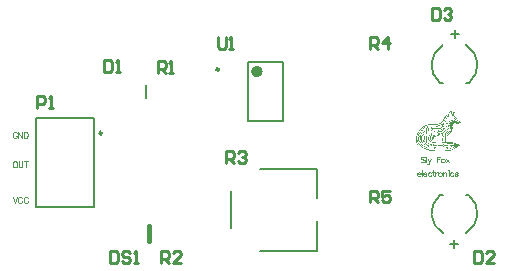
<source format=gto>
G04*
G04 #@! TF.GenerationSoftware,Altium Limited,Altium Designer,25.2.1 (25)*
G04*
G04 Layer_Color=65535*
%FSLAX42Y42*%
%MOMM*%
G71*
G04*
G04 #@! TF.SameCoordinates,54F93AE9-759C-433E-98B8-B0DEF80D149C*
G04*
G04*
G04 #@! TF.FilePolarity,Positive*
G04*
G01*
G75*
%ADD10C,0.20*%
%ADD11C,0.50*%
%ADD12C,0.25*%
%ADD13C,0.40*%
%ADD14C,0.10*%
%ADD15C,0.13*%
%ADD16C,0.25*%
%ADD17R,0.20X1.20*%
G36*
X10065Y8405D02*
X10065D01*
Y8405D01*
X10065D01*
Y8404D01*
X10066D01*
Y8404D01*
X10066D01*
Y8404D01*
X10066D01*
Y8403D01*
X10067D01*
Y8403D01*
X10067D01*
Y8402D01*
X10067D01*
Y8402D01*
X10067D01*
Y8402D01*
X10068D01*
Y8401D01*
X10068D01*
Y8400D01*
X10068D01*
Y8400D01*
X10069D01*
Y8400D01*
X10069D01*
Y8400D01*
X10069D01*
Y8399D01*
X10070D01*
Y8399D01*
X10070D01*
Y8399D01*
X10070D01*
Y8398D01*
X10071D01*
Y8398D01*
X10071D01*
Y8397D01*
X10071D01*
Y8397D01*
X10072D01*
Y8396D01*
X10072D01*
Y8396D01*
X10073D01*
Y8396D01*
X10073D01*
Y8396D01*
X10073D01*
Y8395D01*
X10074D01*
Y8395D01*
X10074D01*
Y8395D01*
X10075D01*
Y8394D01*
X10075D01*
Y8394D01*
X10076D01*
Y8394D01*
X10076D01*
Y8393D01*
X10076D01*
Y8393D01*
X10077D01*
Y8393D01*
X10077D01*
Y8392D01*
X10078D01*
Y8392D01*
X10078D01*
Y8392D01*
X10077D01*
Y8392D01*
X10076D01*
Y8392D01*
X10076D01*
Y8393D01*
X10075D01*
Y8393D01*
X10074D01*
Y8393D01*
X10074D01*
Y8394D01*
X10074D01*
Y8394D01*
X10073D01*
Y8394D01*
X10072D01*
Y8395D01*
X10072D01*
Y8395D01*
X10071D01*
Y8395D01*
X10071D01*
Y8396D01*
X10071D01*
Y8396D01*
X10070D01*
Y8396D01*
X10070D01*
Y8396D01*
X10070D01*
Y8397D01*
X10069D01*
Y8397D01*
X10069D01*
Y8397D01*
X10069D01*
Y8398D01*
X10068D01*
Y8398D01*
X10068D01*
Y8399D01*
X10068D01*
Y8399D01*
X10067D01*
Y8400D01*
X10067D01*
Y8400D01*
X10067D01*
Y8400D01*
X10067D01*
Y8401D01*
X10066D01*
Y8402D01*
X10066D01*
Y8402D01*
X10066D01*
Y8403D01*
X10065D01*
Y8403D01*
X10065D01*
Y8404D01*
X10065D01*
Y8404D01*
X10064D01*
Y8405D01*
X10064D01*
Y8406D01*
X10064D01*
Y8406D01*
X10065D01*
Y8405D01*
D02*
G37*
G36*
X10079Y8391D02*
X10079D01*
Y8392D01*
X10079D01*
Y8391D01*
D02*
G37*
G36*
X10061Y8405D02*
X10061D01*
Y8404D01*
X10062D01*
Y8404D01*
Y8404D01*
X10062D01*
Y8403D01*
X10062D01*
Y8402D01*
X10063D01*
Y8401D01*
X10063D01*
Y8401D01*
X10063D01*
Y8400D01*
X10063D01*
Y8400D01*
X10064D01*
Y8399D01*
X10064D01*
Y8398D01*
X10064D01*
Y8398D01*
X10065D01*
Y8397D01*
X10065D01*
Y8397D01*
X10065D01*
Y8396D01*
X10066D01*
Y8396D01*
X10066D01*
Y8396D01*
X10066D01*
Y8395D01*
X10067D01*
Y8394D01*
X10067D01*
Y8394D01*
X10067D01*
Y8393D01*
X10067D01*
Y8393D01*
X10068D01*
Y8393D01*
X10068D01*
Y8392D01*
X10068D01*
Y8392D01*
X10069D01*
Y8392D01*
X10069D01*
Y8391D01*
X10069D01*
Y8391D01*
X10070D01*
Y8390D01*
X10070D01*
Y8390D01*
X10070D01*
Y8390D01*
X10071D01*
Y8389D01*
X10071D01*
Y8389D01*
X10071D01*
Y8389D01*
X10071D01*
Y8388D01*
X10071D01*
Y8388D01*
X10071D01*
Y8389D01*
X10070D01*
Y8389D01*
X10070D01*
Y8389D01*
X10069D01*
Y8390D01*
X10069D01*
Y8390D01*
X10069D01*
Y8390D01*
X10068D01*
Y8391D01*
X10068D01*
Y8391D01*
X10068D01*
Y8391D01*
X10067D01*
Y8392D01*
X10067D01*
Y8392D01*
X10067D01*
Y8392D01*
X10067D01*
Y8392D01*
X10066D01*
Y8393D01*
X10066D01*
Y8393D01*
X10066D01*
Y8393D01*
X10065D01*
Y8394D01*
X10065D01*
Y8394D01*
X10065D01*
Y8395D01*
X10064D01*
Y8395D01*
X10064D01*
Y8396D01*
X10064D01*
Y8396D01*
X10063D01*
Y8397D01*
X10063D01*
Y8397D01*
X10063D01*
Y8398D01*
X10063D01*
Y8399D01*
X10062D01*
Y8400D01*
X10062D01*
Y8400D01*
X10062D01*
Y8401D01*
X10061D01*
Y8402D01*
X10061D01*
Y8404D01*
X10061D01*
Y8404D01*
X10060D01*
Y8406D01*
X10061D01*
Y8405D01*
D02*
G37*
G36*
X10065Y8388D02*
X10066D01*
Y8387D01*
X10066D01*
Y8387D01*
X10066D01*
Y8387D01*
X10067D01*
Y8387D01*
X10067D01*
Y8386D01*
X10067D01*
Y8384D01*
X10080D01*
Y8384D01*
X10082D01*
Y8384D01*
X10083D01*
Y8383D01*
X10080D01*
Y8383D01*
X10071D01*
Y8383D01*
X10069D01*
Y8383D01*
X10068D01*
Y8383D01*
X10067D01*
Y8383D01*
X10066D01*
Y8383D01*
X10066D01*
Y8382D01*
X10063D01*
Y8383D01*
X10063D01*
Y8383D01*
X10063D01*
Y8383D01*
X10062D01*
Y8384D01*
X10062D01*
Y8386D01*
X10062D01*
Y8387D01*
X10063D01*
Y8387D01*
X10063D01*
Y8387D01*
X10063D01*
Y8388D01*
X10063D01*
Y8388D01*
X10065D01*
Y8388D01*
D02*
G37*
G36*
X10040Y8401D02*
X10040D01*
Y8400D01*
X10040D01*
Y8396D01*
X10040D01*
Y8395D01*
X10040D01*
Y8393D01*
X10041D01*
Y8392D01*
X10041D01*
Y8392D01*
X10041D01*
Y8391D01*
X10041D01*
Y8391D01*
X10042D01*
Y8390D01*
X10042D01*
Y8390D01*
X10042D01*
Y8389D01*
X10043D01*
Y8389D01*
X10043D01*
Y8389D01*
X10043D01*
Y8388D01*
X10044D01*
Y8388D01*
X10044D01*
Y8388D01*
X10044D01*
Y8387D01*
X10045D01*
Y8387D01*
X10045D01*
Y8387D01*
X10046D01*
Y8387D01*
X10046D01*
Y8386D01*
X10046D01*
Y8386D01*
X10046D01*
Y8386D01*
X10047D01*
Y8385D01*
X10048D01*
Y8385D01*
X10048D01*
Y8385D01*
X10049D01*
Y8384D01*
X10049D01*
Y8384D01*
X10049D01*
Y8384D01*
X10050D01*
Y8383D01*
X10050D01*
Y8383D01*
X10050D01*
Y8383D01*
X10051D01*
Y8382D01*
X10052D01*
Y8382D01*
X10053D01*
Y8381D01*
X10052D01*
Y8382D01*
X10052D01*
Y8382D01*
X10051D01*
Y8382D01*
X10050D01*
Y8383D01*
X10050D01*
Y8383D01*
X10049D01*
Y8383D01*
X10048D01*
Y8383D01*
X10048D01*
Y8384D01*
X10047D01*
Y8384D01*
X10046D01*
Y8384D01*
X10046D01*
Y8385D01*
X10046D01*
Y8385D01*
X10045D01*
Y8385D01*
X10045D01*
Y8386D01*
X10044D01*
Y8386D01*
X10044D01*
Y8386D01*
X10043D01*
Y8387D01*
X10043D01*
Y8387D01*
X10043D01*
Y8387D01*
X10042D01*
Y8387D01*
X10042D01*
Y8388D01*
X10042D01*
Y8388D01*
X10041D01*
Y8388D01*
X10041D01*
Y8389D01*
X10041D01*
Y8389D01*
X10041D01*
Y8390D01*
X10040D01*
Y8390D01*
X10040D01*
Y8391D01*
X10040D01*
Y8391D01*
Y8391D01*
X10039D01*
Y8392D01*
X10039D01*
Y8393D01*
X10039D01*
Y8395D01*
X10038D01*
Y8399D01*
X10039D01*
Y8400D01*
X10039D01*
Y8400D01*
X10039D01*
Y8401D01*
X10040D01*
Y8402D01*
X10040D01*
Y8402D01*
X10040D01*
Y8401D01*
D02*
G37*
G36*
X10036Y8390D02*
X10037D01*
Y8390D01*
X10037D01*
Y8389D01*
X10037D01*
Y8387D01*
X10037D01*
Y8386D01*
X10038D01*
Y8386D01*
X10038D01*
Y8385D01*
X10038D01*
Y8384D01*
X10039D01*
Y8384D01*
X10039D01*
Y8383D01*
X10039D01*
Y8383D01*
X10040D01*
Y8382D01*
X10040D01*
Y8382D01*
X10040D01*
Y8381D01*
X10041D01*
Y8380D01*
X10041D01*
Y8380D01*
X10041D01*
Y8380D01*
X10041D01*
Y8379D01*
X10042D01*
Y8379D01*
X10042D01*
Y8379D01*
X10044D01*
Y8379D01*
X10048D01*
Y8378D01*
X10051D01*
Y8378D01*
X10052D01*
Y8377D01*
X10048D01*
Y8377D01*
X10042D01*
Y8377D01*
X10041D01*
Y8378D01*
X10041D01*
Y8378D01*
X10041D01*
Y8378D01*
X10040D01*
Y8379D01*
X10040D01*
Y8379D01*
X10040D01*
Y8379D01*
X10039D01*
Y8380D01*
X10039D01*
Y8381D01*
X10039D01*
Y8381D01*
X10038D01*
Y8382D01*
X10038D01*
Y8382D01*
X10038D01*
Y8383D01*
X10037D01*
Y8383D01*
X10037D01*
Y8384D01*
X10037D01*
Y8385D01*
X10037D01*
Y8385D01*
X10036D01*
Y8385D01*
X10036D01*
Y8386D01*
X10034D01*
Y8386D01*
X10033D01*
Y8386D01*
X10033D01*
Y8387D01*
X10033D01*
Y8389D01*
Y8390D01*
X10033D01*
Y8390D01*
X10033D01*
Y8390D01*
X10036D01*
Y8390D01*
D02*
G37*
G36*
X10032Y8383D02*
X10032D01*
Y8383D01*
X10032D01*
Y8383D01*
X10031D01*
Y8382D01*
X10031D01*
Y8382D01*
X10031D01*
Y8382D01*
X10030D01*
Y8381D01*
X10030D01*
Y8381D01*
X10029D01*
Y8380D01*
X10029D01*
Y8380D01*
X10028D01*
Y8380D01*
X10028D01*
Y8379D01*
X10028D01*
Y8379D01*
X10028D01*
Y8379D01*
X10027D01*
Y8379D01*
X10027D01*
Y8378D01*
X10026D01*
Y8378D01*
X10026D01*
Y8378D01*
X10025D01*
Y8377D01*
X10025D01*
Y8377D01*
X10024D01*
Y8377D01*
X10024D01*
Y8378D01*
X10025D01*
Y8378D01*
X10025D01*
Y8378D01*
X10025D01*
Y8379D01*
X10026D01*
Y8379D01*
X10026D01*
Y8379D01*
X10026D01*
Y8379D01*
X10027D01*
Y8380D01*
X10027D01*
Y8380D01*
X10027D01*
Y8380D01*
X10028D01*
Y8381D01*
X10028D01*
Y8381D01*
X10028D01*
Y8381D01*
X10029D01*
Y8382D01*
X10029D01*
Y8382D01*
X10030D01*
Y8383D01*
X10030D01*
Y8383D01*
X10030D01*
Y8383D01*
X10031D01*
Y8383D01*
X10031D01*
Y8384D01*
X10031D01*
Y8384D01*
X10032D01*
Y8383D01*
D02*
G37*
G36*
X10033Y8377D02*
X10033D01*
Y8377D01*
X10034D01*
Y8377D01*
X10034D01*
Y8376D01*
X10034D01*
Y8373D01*
X10034D01*
Y8373D01*
X10033D01*
Y8372D01*
X10031D01*
Y8373D01*
X10031D01*
Y8373D01*
X10031D01*
Y8374D01*
X10030D01*
Y8375D01*
X10030D01*
Y8376D01*
X10030D01*
Y8377D01*
X10031D01*
Y8377D01*
X10032D01*
Y8378D01*
X10033D01*
Y8377D01*
D02*
G37*
G36*
X10059D02*
X10076D01*
Y8377D01*
X10082D01*
Y8377D01*
X10083D01*
Y8376D01*
X10083D01*
Y8376D01*
X10083D01*
Y8375D01*
X10081D01*
Y8375D01*
X10060D01*
Y8375D01*
X10058D01*
Y8374D01*
X10058D01*
Y8374D01*
X10058D01*
Y8374D01*
X10057D01*
Y8374D01*
X10057D01*
Y8373D01*
X10057D01*
Y8373D01*
X10056D01*
Y8373D01*
X10056D01*
Y8372D01*
X10056D01*
Y8372D01*
X10055D01*
Y8372D01*
X10055D01*
Y8371D01*
X10055D01*
Y8371D01*
X10054D01*
Y8371D01*
X10054D01*
Y8370D01*
X10054D01*
Y8370D01*
X10053D01*
Y8370D01*
X10053D01*
Y8369D01*
X10052D01*
Y8369D01*
X10052D01*
Y8369D01*
X10052D01*
Y8368D01*
X10051D01*
Y8368D01*
X10051D01*
Y8368D01*
X10050D01*
Y8367D01*
X10047D01*
Y8367D01*
X10047D01*
Y8367D01*
X10037D01*
Y8367D01*
X10033D01*
Y8367D01*
X10032D01*
Y8366D01*
X10032D01*
Y8366D01*
X10032D01*
Y8365D01*
X10031D01*
Y8364D01*
X10031D01*
Y8363D01*
X10031D01*
Y8362D01*
X10030D01*
Y8361D01*
X10030D01*
Y8360D01*
X10030D01*
Y8358D01*
X10029D01*
Y8358D01*
X10029D01*
Y8357D01*
X10029D01*
Y8356D01*
X10028D01*
Y8354D01*
X10028D01*
Y8353D01*
X10028D01*
Y8353D01*
X10028D01*
Y8352D01*
X10027D01*
Y8351D01*
X10027D01*
Y8349D01*
X10027D01*
Y8348D01*
X10026D01*
Y8347D01*
X10026D01*
Y8346D01*
X10026D01*
Y8345D01*
X10025D01*
Y8344D01*
X10025D01*
Y8343D01*
X10025D01*
Y8341D01*
X10024D01*
Y8340D01*
X10024D01*
Y8339D01*
X10024D01*
Y8337D01*
X10024D01*
Y8336D01*
X10023D01*
Y8334D01*
X10023D01*
Y8333D01*
X10023D01*
Y8331D01*
X10022D01*
Y8328D01*
X10022D01*
Y8326D01*
X10022D01*
Y8322D01*
X10021D01*
Y8320D01*
X10021D01*
Y8308D01*
X10021D01*
Y8291D01*
X10020D01*
Y8290D01*
X10020D01*
Y8290D01*
X10020D01*
Y8289D01*
X10020D01*
Y8289D01*
X10019D01*
Y8289D01*
X10019D01*
Y8288D01*
X10018D01*
Y8288D01*
X10018D01*
Y8287D01*
X10018D01*
Y8287D01*
X10017D01*
Y8287D01*
X10017D01*
Y8286D01*
X10017D01*
Y8286D01*
X10016D01*
Y8286D01*
X10016D01*
Y8285D01*
X10016D01*
Y8285D01*
X10016D01*
Y8285D01*
X10015D01*
Y8284D01*
X10015D01*
Y8284D01*
X10014D01*
Y8283D01*
X10014D01*
Y8283D01*
X10013D01*
Y8282D01*
X10013D01*
Y8282D01*
X10012D01*
Y8281D01*
X10012D01*
Y8281D01*
X10011D01*
Y8280D01*
X10011D01*
Y8280D01*
X10011D01*
Y8280D01*
X10011D01*
Y8280D01*
X10010D01*
Y8279D01*
X10010D01*
Y8279D01*
X10010D01*
Y8278D01*
X10009D01*
Y8278D01*
X10009D01*
Y8278D01*
X10009D01*
Y8277D01*
X10008D01*
Y8277D01*
X10008D01*
Y8277D01*
X10008D01*
Y8276D01*
X10007D01*
Y8276D01*
X10007D01*
Y8276D01*
X10007D01*
Y8276D01*
X10007D01*
Y8275D01*
X10006D01*
Y8275D01*
X10006D01*
Y8275D01*
X10006D01*
Y8274D01*
X10005D01*
Y8274D01*
X10005D01*
Y8274D01*
X10005D01*
Y8273D01*
X10004D01*
Y8273D01*
X10004D01*
Y8272D01*
X10004D01*
Y8272D01*
X10003D01*
Y8272D01*
X10003D01*
Y8272D01*
X10003D01*
Y8271D01*
X10003D01*
Y8271D01*
X10002D01*
Y8271D01*
X10002D01*
Y8270D01*
X10002D01*
Y8270D01*
X10001D01*
Y8270D01*
X10001D01*
Y8269D01*
X10001D01*
Y8269D01*
X10000D01*
Y8268D01*
X10000D01*
Y8268D01*
X9999D01*
Y8267D01*
X9999D01*
Y8267D01*
X9999D01*
Y8267D01*
X9999D01*
Y8266D01*
X9998D01*
Y8266D01*
X9998D01*
Y8266D01*
X9997D01*
Y8265D01*
X9997D01*
Y8265D01*
X9995D01*
Y8265D01*
X9994D01*
Y8264D01*
X9993D01*
Y8264D01*
X9992D01*
Y8264D01*
X9991D01*
Y8263D01*
X9990D01*
Y8263D01*
X9989D01*
Y8263D01*
X9988D01*
Y8263D01*
X9987D01*
Y8262D01*
X9986D01*
Y8262D01*
X9985D01*
Y8262D01*
X9984D01*
Y8261D01*
X9983D01*
Y8261D01*
X9982D01*
Y8261D01*
X9982D01*
Y8260D01*
X9967D01*
Y8260D01*
X9967D01*
Y8259D01*
X9966D01*
Y8258D01*
X9966D01*
Y8257D01*
X9966D01*
Y8257D01*
X9965D01*
Y8256D01*
X9965D01*
Y8256D01*
X9965D01*
Y8255D01*
X9964D01*
Y8255D01*
X9964D01*
Y8255D01*
X9964D01*
Y8255D01*
X9963D01*
Y8254D01*
X9963D01*
Y8254D01*
X9962D01*
Y8254D01*
X9961D01*
Y8253D01*
X9960D01*
Y8253D01*
X9956D01*
Y8253D01*
X9956D01*
Y8254D01*
X9955D01*
Y8254D01*
X9955D01*
Y8254D01*
X9954D01*
Y8255D01*
X9954D01*
Y8255D01*
X9953D01*
Y8255D01*
X9953D01*
Y8255D01*
X9952D01*
Y8256D01*
X9952D01*
Y8256D01*
X9952D01*
Y8257D01*
X9951D01*
Y8257D01*
X9951D01*
Y8258D01*
X9951D01*
Y8259D01*
X9951D01*
Y8260D01*
X9950D01*
Y8260D01*
X9934D01*
Y8260D01*
X9934D01*
Y8259D01*
X9933D01*
Y8259D01*
X9933D01*
Y8258D01*
X9933D01*
Y8258D01*
X9932D01*
Y8257D01*
X9932D01*
Y8257D01*
X9931D01*
Y8256D01*
X9930D01*
Y8256D01*
X9930D01*
Y8255D01*
X9930D01*
Y8254D01*
X9930D01*
Y8250D01*
X9930D01*
Y8250D01*
X9930D01*
Y8247D01*
X9930D01*
Y8247D01*
X9930D01*
Y8246D01*
X9961D01*
Y8247D01*
X9961D01*
Y8248D01*
X9962D01*
Y8248D01*
X9962D01*
Y8249D01*
X9962D01*
Y8249D01*
X9963D01*
Y8249D01*
X9963D01*
Y8250D01*
X9963D01*
Y8250D01*
X9964D01*
Y8250D01*
X9964D01*
Y8251D01*
X9964D01*
Y8251D01*
X9965D01*
Y8251D01*
X9966D01*
Y8252D01*
X9966D01*
Y8252D01*
X9967D01*
Y8252D01*
X9971D01*
Y8252D01*
X9972D01*
Y8252D01*
X9973D01*
Y8251D01*
X9973D01*
Y8251D01*
X9973D01*
Y8251D01*
X9974D01*
Y8250D01*
X9974D01*
Y8250D01*
X9975D01*
Y8250D01*
X9975D01*
Y8249D01*
X9975D01*
Y8249D01*
X9976D01*
Y8249D01*
X9976D01*
Y8248D01*
X9976D01*
Y8248D01*
X9977D01*
Y8247D01*
X9977D01*
Y8246D01*
X9977D01*
Y8242D01*
X9977D01*
Y8241D01*
X9977D01*
Y8240D01*
X9976D01*
Y8240D01*
X9976D01*
Y8239D01*
X9976D01*
Y8239D01*
X9975D01*
Y8238D01*
X9975D01*
Y8238D01*
X9974D01*
Y8238D01*
X9974D01*
Y8237D01*
X9974D01*
Y8237D01*
X9973D01*
Y8237D01*
X9972D01*
Y8236D01*
X9972D01*
Y8236D01*
X9969D01*
Y8236D01*
X9968D01*
Y8236D01*
X9967D01*
Y8236D01*
X9966D01*
Y8237D01*
X9965D01*
Y8237D01*
X9965D01*
Y8237D01*
X9964D01*
Y8238D01*
X9964D01*
Y8238D01*
X9964D01*
Y8238D01*
X9963D01*
Y8239D01*
X9963D01*
Y8239D01*
X9963D01*
Y8239D01*
X9962D01*
Y8240D01*
X9962D01*
Y8240D01*
X9962D01*
Y8241D01*
X9961D01*
Y8242D01*
X9961D01*
Y8243D01*
X9929D01*
Y8243D01*
X9928D01*
Y8244D01*
X9927D01*
Y8245D01*
X9927D01*
Y8246D01*
X9927D01*
Y8256D01*
X9926D01*
Y8256D01*
X9926D01*
Y8257D01*
X9925D01*
Y8257D01*
X9924D01*
Y8257D01*
X9924D01*
Y8258D01*
X9924D01*
Y8258D01*
X9923D01*
Y8258D01*
X9923D01*
Y8259D01*
X9923D01*
Y8259D01*
X9922D01*
Y8263D01*
X9923D01*
Y8264D01*
X9923D01*
Y8264D01*
X9923D01*
Y8265D01*
X9924D01*
Y8265D01*
X9924D01*
Y8265D01*
X9924D01*
Y8266D01*
X9925D01*
Y8266D01*
X9925D01*
Y8266D01*
X9926D01*
Y8267D01*
X9926D01*
Y8267D01*
X9927D01*
Y8267D01*
X9929D01*
Y8267D01*
X9930D01*
Y8267D01*
X9930D01*
Y8266D01*
X9931D01*
Y8266D01*
X9931D01*
Y8266D01*
X9931D01*
Y8265D01*
X9932D01*
Y8265D01*
X9932D01*
Y8265D01*
X9933D01*
Y8264D01*
X9933D01*
Y8264D01*
X9933D01*
Y8263D01*
X9950D01*
Y8264D01*
X9951D01*
Y8265D01*
X9951D01*
Y8265D01*
X9951D01*
Y8266D01*
X9952D01*
Y8266D01*
X9952D01*
Y8267D01*
X9952D01*
Y8267D01*
X9953D01*
Y8267D01*
X9953D01*
Y8268D01*
X9954D01*
Y8268D01*
X9954D01*
Y8268D01*
X9955D01*
Y8269D01*
X9956D01*
Y8269D01*
X9956D01*
Y8269D01*
X9959D01*
Y8270D01*
X9959D01*
Y8269D01*
X9961D01*
Y8269D01*
X9962D01*
Y8269D01*
X9963D01*
Y8268D01*
X9963D01*
Y8268D01*
X9964D01*
Y8267D01*
X9964D01*
Y8267D01*
X9964D01*
Y8267D01*
X9965D01*
Y8267D01*
X9965D01*
Y8266D01*
X9965D01*
Y8266D01*
X9966D01*
Y8265D01*
X9966D01*
Y8265D01*
X9969D01*
Y8265D01*
X9975D01*
Y8265D01*
X9977D01*
Y8266D01*
X9981D01*
Y8266D01*
X9981D01*
Y8266D01*
X9983D01*
Y8267D01*
X9984D01*
Y8267D01*
X9984D01*
Y8267D01*
X9985D01*
Y8267D01*
X9986D01*
Y8268D01*
X9987D01*
Y8268D01*
X9988D01*
Y8268D01*
X9989D01*
Y8269D01*
X9991D01*
Y8269D01*
X9992D01*
Y8269D01*
X9995D01*
Y8270D01*
X9995D01*
Y8270D01*
X9996D01*
Y8271D01*
X9996D01*
Y8271D01*
X9996D01*
Y8271D01*
X9997D01*
Y8272D01*
X9997D01*
Y8272D01*
X9997D01*
Y8272D01*
X9998D01*
Y8273D01*
X9998D01*
Y8273D01*
X9998D01*
Y8273D01*
X9999D01*
Y8274D01*
X9999D01*
Y8274D01*
X9999D01*
Y8274D01*
X9999D01*
Y8275D01*
X10000D01*
Y8275D01*
X10000D01*
Y8275D01*
X10000D01*
Y8276D01*
X10001D01*
Y8276D01*
X10001D01*
Y8276D01*
X10001D01*
Y8276D01*
X10002D01*
Y8277D01*
X10002D01*
Y8277D01*
X10002D01*
Y8277D01*
X10003D01*
Y8278D01*
X10003D01*
Y8278D01*
X10003D01*
Y8278D01*
X10003D01*
Y8279D01*
X10004D01*
Y8279D01*
X10004D01*
Y8279D01*
X10004D01*
Y8280D01*
X10005D01*
Y8280D01*
X10005D01*
Y8280D01*
X10005D01*
Y8280D01*
X10006D01*
Y8281D01*
X10006D01*
Y8281D01*
X10006D01*
Y8287D01*
X10006D01*
Y8288D01*
X10006D01*
Y8289D01*
X10005D01*
Y8289D01*
X10005D01*
Y8290D01*
X10005D01*
Y8291D01*
X10004D01*
Y8291D01*
X10004D01*
Y8292D01*
X10003D01*
Y8292D01*
X10003D01*
Y8292D01*
X10003D01*
Y8293D01*
X10002D01*
Y8293D01*
X10002D01*
Y8293D01*
X10001D01*
Y8294D01*
X10001D01*
Y8296D01*
X10001D01*
Y8296D01*
X10002D01*
Y8297D01*
X10002D01*
Y8297D01*
X10002D01*
Y8297D01*
X10003D01*
Y8297D01*
X10005D01*
Y8297D01*
X10005D01*
Y8297D01*
X10006D01*
Y8297D01*
X10006D01*
Y8292D01*
X10006D01*
Y8292D01*
X10007D01*
Y8292D01*
X10007D01*
Y8291D01*
X10007D01*
Y8291D01*
X10007D01*
Y8290D01*
X10008D01*
Y8290D01*
X10008D01*
Y8289D01*
X10008D01*
Y8289D01*
X10009D01*
Y8288D01*
X10009D01*
Y8287D01*
X10009D01*
Y8286D01*
X10010D01*
Y8286D01*
X10010D01*
Y8286D01*
X10011D01*
Y8286D01*
X10011D01*
Y8287D01*
X10011D01*
Y8287D01*
X10011D01*
Y8287D01*
X10012D01*
Y8288D01*
X10012D01*
Y8288D01*
X10012D01*
Y8289D01*
X10013D01*
Y8289D01*
X10013D01*
Y8289D01*
X10013D01*
Y8289D01*
X10014D01*
Y8290D01*
X10014D01*
Y8290D01*
X10014D01*
Y8290D01*
X10015D01*
Y8291D01*
X10015D01*
Y8291D01*
X10015D01*
Y8291D01*
X10016D01*
Y8292D01*
X10016D01*
Y8292D01*
X10016D01*
Y8292D01*
X10016D01*
Y8293D01*
X10017D01*
Y8319D01*
X10017D01*
Y8322D01*
X10017D01*
Y8325D01*
X10018D01*
Y8327D01*
X10018D01*
Y8329D01*
X10018D01*
Y8332D01*
X10019D01*
Y8333D01*
X10019D01*
Y8335D01*
X10019D01*
Y8336D01*
X10020D01*
Y8338D01*
X10020D01*
Y8339D01*
X10020D01*
Y8340D01*
X10020D01*
Y8342D01*
X10021D01*
Y8343D01*
X10021D01*
Y8344D01*
X10021D01*
Y8345D01*
X10022D01*
Y8347D01*
X10022D01*
Y8348D01*
X10022D01*
Y8349D01*
X10023D01*
Y8350D01*
X10023D01*
Y8350D01*
X10023D01*
Y8352D01*
X10024D01*
Y8353D01*
X10024D01*
Y8354D01*
X10024D01*
Y8354D01*
X10024D01*
Y8356D01*
X10025D01*
Y8357D01*
X10025D01*
Y8357D01*
X10025D01*
Y8358D01*
X10026D01*
Y8359D01*
X10026D01*
Y8360D01*
X10026D01*
Y8361D01*
X10027D01*
Y8362D01*
X10027D01*
Y8363D01*
X10027D01*
Y8364D01*
X10028D01*
Y8365D01*
X10028D01*
Y8366D01*
X10028D01*
Y8366D01*
X10028D01*
Y8367D01*
X10029D01*
Y8368D01*
X10029D01*
Y8369D01*
X10029D01*
Y8369D01*
X10030D01*
Y8370D01*
X10030D01*
Y8370D01*
X10030D01*
Y8370D01*
X10032D01*
Y8370D01*
X10034D01*
Y8371D01*
X10047D01*
Y8370D01*
X10048D01*
Y8371D01*
X10049D01*
Y8371D01*
X10049D01*
Y8371D01*
X10050D01*
Y8372D01*
X10050D01*
Y8372D01*
X10050D01*
Y8372D01*
X10051D01*
Y8373D01*
X10051D01*
Y8373D01*
X10051D01*
Y8373D01*
X10052D01*
Y8374D01*
X10052D01*
Y8374D01*
X10053D01*
Y8374D01*
X10053D01*
Y8374D01*
X10053D01*
Y8375D01*
X10054D01*
Y8375D01*
X10054D01*
Y8375D01*
X10055D01*
Y8376D01*
X10055D01*
Y8376D01*
X10055D01*
Y8376D01*
X10056D01*
Y8377D01*
X10056D01*
Y8377D01*
X10057D01*
Y8377D01*
X10057D01*
Y8378D01*
X10059D01*
Y8377D01*
D02*
G37*
G36*
X10081Y8444D02*
X10081D01*
Y8443D01*
X10081D01*
Y8443D01*
X10082D01*
Y8440D01*
X10082D01*
Y8426D01*
X10082D01*
Y8422D01*
X10082D01*
Y8421D01*
X10082D01*
Y8422D01*
X10083D01*
Y8422D01*
X10084D01*
Y8422D01*
X10084D01*
Y8423D01*
X10084D01*
Y8423D01*
X10085D01*
Y8423D01*
X10085D01*
Y8424D01*
X10086D01*
Y8424D01*
X10086D01*
Y8424D01*
X10087D01*
Y8425D01*
X10087D01*
Y8425D01*
X10088D01*
Y8425D01*
X10088D01*
Y8426D01*
X10088D01*
Y8426D01*
X10089D01*
Y8426D01*
X10089D01*
Y8426D01*
X10090D01*
Y8427D01*
X10090D01*
Y8427D01*
X10091D01*
Y8427D01*
X10091D01*
Y8428D01*
X10092D01*
Y8428D01*
X10092D01*
Y8428D01*
X10093D01*
Y8429D01*
X10093D01*
Y8429D01*
X10094D01*
Y8429D01*
X10094D01*
Y8430D01*
X10095D01*
Y8430D01*
X10096D01*
Y8430D01*
X10096D01*
Y8430D01*
X10097D01*
Y8431D01*
X10097D01*
Y8431D01*
X10098D01*
Y8431D01*
X10098D01*
Y8432D01*
X10099D01*
Y8432D01*
X10100D01*
Y8432D01*
X10101D01*
Y8433D01*
X10101D01*
Y8433D01*
X10102D01*
Y8433D01*
X10103D01*
Y8434D01*
X10103D01*
Y8434D01*
X10104D01*
Y8434D01*
X10104D01*
Y8432D01*
X10104D01*
Y8431D01*
X10104D01*
Y8430D01*
X10103D01*
Y8429D01*
X10103D01*
Y8428D01*
X10103D01*
Y8427D01*
X10102D01*
Y8426D01*
X10102D01*
Y8425D01*
X10102D01*
Y8424D01*
X10101D01*
Y8423D01*
X10101D01*
Y8422D01*
X10101D01*
Y8421D01*
X10101D01*
Y8420D01*
X10100D01*
Y8418D01*
X10100D01*
Y8418D01*
X10100D01*
Y8417D01*
X10099D01*
Y8416D01*
X10099D01*
Y8415D01*
X10099D01*
Y8414D01*
X10098D01*
Y8413D01*
X10098D01*
Y8412D01*
X10098D01*
Y8412D01*
X10097D01*
Y8410D01*
X10097D01*
Y8409D01*
X10097D01*
Y8408D01*
X10097D01*
Y8408D01*
X10096D01*
Y8406D01*
X10096D01*
Y8406D01*
X10096D01*
Y8404D01*
X10095D01*
Y8404D01*
X10095D01*
Y8403D01*
X10095D01*
Y8402D01*
X10094D01*
Y8401D01*
X10094D01*
Y8401D01*
X10094D01*
Y8400D01*
X10094D01*
Y8400D01*
X10095D01*
Y8400D01*
X10095D01*
Y8399D01*
X10096D01*
Y8399D01*
X10097D01*
Y8399D01*
X10097D01*
Y8398D01*
X10097D01*
Y8398D01*
X10098D01*
Y8398D01*
X10098D01*
Y8397D01*
X10099D01*
Y8397D01*
X10099D01*
Y8397D01*
X10100D01*
Y8396D01*
X10100D01*
Y8396D01*
X10101D01*
Y8396D01*
X10101D01*
Y8396D01*
X10101D01*
Y8395D01*
X10102D01*
Y8395D01*
X10102D01*
Y8395D01*
X10103D01*
Y8394D01*
X10103D01*
Y8394D01*
X10103D01*
Y8394D01*
X10104D01*
Y8393D01*
X10104D01*
Y8393D01*
X10105D01*
Y8393D01*
X10105D01*
Y8392D01*
X10105D01*
Y8392D01*
X10106D01*
Y8392D01*
X10106D01*
Y8392D01*
X10106D01*
Y8391D01*
X10106D01*
Y8391D01*
X10107D01*
Y8391D01*
X10107D01*
Y8390D01*
X10107D01*
Y8390D01*
X10108D01*
Y8390D01*
X10108D01*
Y8389D01*
X10108D01*
Y8389D01*
X10109D01*
Y8389D01*
X10109D01*
Y8388D01*
X10110D01*
Y8387D01*
X10110D01*
Y8387D01*
X10110D01*
Y8387D01*
X10110D01*
Y8387D01*
X10111D01*
Y8386D01*
X10111D01*
Y8386D01*
X10111D01*
Y8385D01*
X10112D01*
Y8385D01*
X10112D01*
Y8384D01*
X10112D01*
Y8384D01*
X10113D01*
Y8383D01*
X10113D01*
Y8383D01*
X10113D01*
Y8383D01*
X10114D01*
Y8382D01*
X10114D01*
Y8382D01*
X10114D01*
Y8381D01*
X10114D01*
Y8381D01*
X10115D01*
Y8380D01*
X10115D01*
Y8380D01*
X10115D01*
Y8379D01*
X10116D01*
Y8379D01*
X10116D01*
Y8378D01*
X10116D01*
Y8378D01*
X10117D01*
Y8377D01*
X10117D01*
Y8376D01*
X10117D01*
Y8376D01*
X10118D01*
Y8375D01*
X10118D01*
Y8375D01*
X10118D01*
Y8374D01*
X10118D01*
Y8374D01*
X10119D01*
Y8373D01*
X10119D01*
Y8373D01*
X10119D01*
Y8372D01*
X10120D01*
Y8372D01*
X10120D01*
Y8371D01*
X10120D01*
Y8371D01*
X10121D01*
Y8370D01*
X10121D01*
Y8370D01*
X10121D01*
Y8370D01*
X10122D01*
Y8369D01*
X10122D01*
Y8369D01*
X10122D01*
Y8368D01*
X10123D01*
Y8368D01*
X10123D01*
Y8367D01*
X10123D01*
Y8367D01*
X10123D01*
Y8366D01*
X10124D01*
Y8366D01*
X10124D01*
Y8366D01*
X10124D01*
Y8366D01*
X10125D01*
Y8365D01*
X10125D01*
Y8365D01*
X10125D01*
Y8365D01*
X10126D01*
Y8364D01*
X10126D01*
Y8364D01*
X10126D01*
Y8363D01*
X10127D01*
Y8363D01*
X10127D01*
Y8363D01*
X10127D01*
Y8362D01*
X10127D01*
Y8362D01*
X10128D01*
Y8362D01*
X10128D01*
Y8362D01*
X10128D01*
Y8361D01*
X10129D01*
Y8361D01*
X10129D01*
Y8360D01*
X10130D01*
Y8360D01*
X10130D01*
Y8360D01*
X10131D01*
Y8359D01*
X10131D01*
Y8359D01*
X10131D01*
Y8359D01*
X10131D01*
Y8358D01*
X10132D01*
Y8358D01*
X10132D01*
Y8358D01*
X10133D01*
Y8357D01*
X10133D01*
Y8357D01*
X10134D01*
Y8357D01*
X10134D01*
Y8357D01*
X10134D01*
Y8356D01*
X10135D01*
Y8356D01*
X10135D01*
Y8356D01*
X10135D01*
Y8355D01*
X10136D01*
Y8355D01*
X10137D01*
Y8355D01*
X10137D01*
Y8354D01*
X10138D01*
Y8354D01*
X10138D01*
Y8354D01*
X10138D01*
Y8353D01*
X10139D01*
Y8353D01*
X10140D01*
Y8353D01*
X10140D01*
Y8353D01*
X10140D01*
Y8352D01*
X10141D01*
Y8352D01*
X10141D01*
Y8352D01*
X10142D01*
Y8351D01*
X10143D01*
Y8351D01*
X10143D01*
Y8351D01*
X10144D01*
Y8350D01*
X10144D01*
Y8350D01*
X10144D01*
Y8350D01*
X10145D01*
Y8349D01*
X10146D01*
Y8349D01*
X10146D01*
Y8349D01*
X10147D01*
Y8349D01*
X10147D01*
Y8348D01*
X10148D01*
Y8348D01*
X10148D01*
Y8348D01*
X10149D01*
Y8347D01*
X10150D01*
Y8347D01*
X10150D01*
Y8347D01*
X10151D01*
Y8346D01*
X10151D01*
Y8346D01*
X10152D01*
Y8346D01*
X10152D01*
Y8345D01*
X10153D01*
Y8345D01*
X10153D01*
Y8344D01*
X10153D01*
Y8341D01*
X10153D01*
Y8341D01*
X10153D01*
Y8340D01*
X10152D01*
Y8340D01*
X10152D01*
Y8340D01*
X10152D01*
Y8340D01*
X10151D01*
Y8339D01*
X10151D01*
Y8339D01*
X10151D01*
Y8339D01*
X10150D01*
Y8338D01*
X10150D01*
Y8338D01*
X10149D01*
Y8338D01*
X10149D01*
Y8337D01*
X10149D01*
Y8337D01*
X10148D01*
Y8337D01*
X10148D01*
Y8336D01*
X10147D01*
Y8336D01*
X10147D01*
Y8336D01*
X10146D01*
Y8336D01*
X10146D01*
Y8335D01*
X10145D01*
Y8335D01*
X10145D01*
Y8335D01*
X10144D01*
Y8334D01*
X10144D01*
Y8334D01*
X10144D01*
Y8334D01*
X10143D01*
Y8333D01*
X10143D01*
Y8333D01*
X10142D01*
Y8333D01*
X10141D01*
Y8332D01*
X10141D01*
Y8332D01*
X10140D01*
Y8332D01*
X10140D01*
Y8332D01*
X10139D01*
Y8331D01*
X10138D01*
Y8331D01*
X10138D01*
Y8331D01*
X10137D01*
Y8330D01*
X10135D01*
Y8330D01*
X10134D01*
Y8330D01*
X10128D01*
Y8330D01*
X10126D01*
Y8330D01*
X10123D01*
Y8331D01*
X10121D01*
Y8331D01*
X10118D01*
Y8331D01*
X10117D01*
Y8332D01*
X10115D01*
Y8332D01*
X10112D01*
Y8332D01*
X10111D01*
Y8332D01*
X10107D01*
Y8333D01*
X10100D01*
Y8332D01*
X10098D01*
Y8332D01*
X10097D01*
Y8332D01*
X10096D01*
Y8332D01*
X10095D01*
Y8331D01*
X10095D01*
Y8331D01*
X10094D01*
Y8331D01*
X10094D01*
Y8330D01*
X10093D01*
Y8330D01*
X10093D01*
Y8330D01*
X10093D01*
Y8329D01*
X10093D01*
Y8329D01*
X10092D01*
Y8329D01*
X10092D01*
Y8328D01*
X10092D01*
Y8328D01*
X10091D01*
Y8328D01*
X10091D01*
Y8327D01*
X10091D01*
Y8327D01*
X10090D01*
Y8326D01*
X10090D01*
Y8326D01*
X10090D01*
Y8325D01*
X10089D01*
Y8325D01*
X10089D01*
Y8324D01*
X10089D01*
Y8323D01*
X10088D01*
Y8322D01*
X10088D01*
Y8322D01*
X10088D01*
Y8320D01*
X10088D01*
Y8319D01*
X10087D01*
Y8318D01*
X10087D01*
Y8317D01*
X10087D01*
Y8315D01*
X10086D01*
Y8309D01*
X10086D01*
Y8301D01*
X10086D01*
Y8301D01*
X10085D01*
Y8302D01*
X10085D01*
Y8303D01*
X10084D01*
Y8304D01*
X10084D01*
Y8305D01*
X10084D01*
Y8305D01*
X10084D01*
Y8307D01*
X10083D01*
Y8308D01*
X10083D01*
Y8308D01*
X10083D01*
Y8306D01*
Y8305D01*
Y8305D01*
X10083D01*
Y8302D01*
X10083D01*
Y8300D01*
X10084D01*
Y8297D01*
X10084D01*
Y8295D01*
X10084D01*
Y8290D01*
X10084D01*
Y8286D01*
X10084D01*
Y8281D01*
X10084D01*
Y8281D01*
X10084D01*
Y8281D01*
X10083D01*
Y8283D01*
X10083D01*
Y8284D01*
X10083D01*
Y8285D01*
X10082D01*
Y8286D01*
X10082D01*
Y8287D01*
X10082D01*
Y8288D01*
X10081D01*
Y8282D01*
X10081D01*
Y8281D01*
X10080D01*
Y8277D01*
X10080D01*
Y8275D01*
X10080D01*
Y8274D01*
X10080D01*
Y8273D01*
X10079D01*
Y8272D01*
X10079D01*
Y8270D01*
X10079D01*
Y8269D01*
X10078D01*
Y8268D01*
X10078D01*
Y8267D01*
X10078D01*
Y8267D01*
X10077D01*
Y8266D01*
X10077D01*
Y8265D01*
X10077D01*
Y8264D01*
X10076D01*
Y8263D01*
X10076D01*
Y8263D01*
X10076D01*
Y8262D01*
X10076D01*
Y8261D01*
X10075D01*
Y8260D01*
X10075D01*
Y8259D01*
X10075D01*
Y8259D01*
X10074D01*
Y8258D01*
X10074D01*
Y8258D01*
X10074D01*
Y8257D01*
X10073D01*
Y8256D01*
X10073D01*
Y8256D01*
X10073D01*
Y8255D01*
X10072D01*
Y8255D01*
X10072D01*
Y8255D01*
X10072D01*
Y8254D01*
X10071D01*
Y8254D01*
X10071D01*
Y8253D01*
X10071D01*
Y8253D01*
X10071D01*
Y8252D01*
X10070D01*
Y8252D01*
X10070D01*
Y8251D01*
X10070D01*
Y8251D01*
X10069D01*
Y8250D01*
X10069D01*
Y8250D01*
X10069D01*
Y8250D01*
X10068D01*
Y8249D01*
X10068D01*
Y8249D01*
X10068D01*
Y8248D01*
X10067D01*
Y8249D01*
X10067D01*
Y8250D01*
X10067D01*
Y8250D01*
X10068D01*
Y8251D01*
X10068D01*
Y8251D01*
X10068D01*
Y8252D01*
X10069D01*
Y8253D01*
X10069D01*
Y8254D01*
X10069D01*
Y8255D01*
X10070D01*
Y8255D01*
X10070D01*
Y8257D01*
X10070D01*
Y8258D01*
X10071D01*
Y8259D01*
X10071D01*
Y8260D01*
X10071D01*
Y8261D01*
X10071D01*
Y8262D01*
X10072D01*
Y8263D01*
X10072D01*
Y8265D01*
X10072D01*
Y8267D01*
X10073D01*
Y8267D01*
X10072D01*
Y8267D01*
X10072D01*
Y8267D01*
X10072D01*
Y8266D01*
X10071D01*
Y8265D01*
X10071D01*
Y8264D01*
X10071D01*
Y8263D01*
X10071D01*
Y8263D01*
X10070D01*
Y8262D01*
X10070D01*
Y8261D01*
X10070D01*
Y8260D01*
X10069D01*
Y8259D01*
X10069D01*
Y8259D01*
X10069D01*
Y8258D01*
X10068D01*
Y8257D01*
X10068D01*
Y8257D01*
X10068D01*
Y8256D01*
X10067D01*
Y8256D01*
X10067D01*
Y8255D01*
X10067D01*
Y8255D01*
X10067D01*
Y8254D01*
X10066D01*
Y8254D01*
X10066D01*
Y8253D01*
X10066D01*
Y8252D01*
X10065D01*
Y8252D01*
X10065D01*
Y8251D01*
X10064D01*
Y8251D01*
X10064D01*
Y8250D01*
X10064D01*
Y8250D01*
X10063D01*
Y8250D01*
X10063D01*
Y8249D01*
X10063D01*
Y8249D01*
X10063D01*
Y8248D01*
X10062D01*
Y8248D01*
X10062D01*
Y8247D01*
X10062D01*
Y8247D01*
X10061D01*
Y8246D01*
X10061D01*
Y8246D01*
X10061D01*
Y8246D01*
X10060D01*
Y8246D01*
X10060D01*
Y8245D01*
X10060D01*
Y8245D01*
X10059D01*
Y8244D01*
X10059D01*
Y8244D01*
X10059D01*
Y8243D01*
X10058D01*
Y8243D01*
X10058D01*
Y8242D01*
X10058D01*
Y8242D01*
X10058D01*
Y8242D01*
X10057D01*
Y8242D01*
X10057D01*
Y8241D01*
X10057D01*
Y8241D01*
X10056D01*
Y8241D01*
X10056D01*
Y8240D01*
X10056D01*
Y8240D01*
X10055D01*
Y8239D01*
X10055D01*
Y8239D01*
X10055D01*
Y8239D01*
X10054D01*
Y8238D01*
X10054D01*
Y8238D01*
X10054D01*
Y8238D01*
X10054D01*
Y8238D01*
X10053D01*
Y8237D01*
X10053D01*
Y8237D01*
X10053D01*
Y8237D01*
X10052D01*
Y8236D01*
X10052D01*
Y8236D01*
X10052D01*
Y8235D01*
X10051D01*
Y8235D01*
X10051D01*
Y8235D01*
X10051D01*
Y8234D01*
X10050D01*
Y8234D01*
X10050D01*
Y8234D01*
X10050D01*
Y8233D01*
X10050D01*
Y8233D01*
X10049D01*
Y8233D01*
X10049D01*
Y8233D01*
X10049D01*
Y8232D01*
X10048D01*
Y8232D01*
X10048D01*
Y8231D01*
X10047D01*
Y8231D01*
X10047D01*
Y8230D01*
X10046D01*
Y8230D01*
X10046D01*
Y8229D01*
X10046D01*
Y8229D01*
X10046D01*
Y8229D01*
X10045D01*
Y8229D01*
X10045D01*
Y8228D01*
X10045D01*
Y8228D01*
X10044D01*
Y8228D01*
X10044D01*
Y8227D01*
X10044D01*
Y8227D01*
X10043D01*
Y8227D01*
X10043D01*
Y8226D01*
X10042D01*
Y8226D01*
X10042D01*
Y8225D01*
X10042D01*
Y8225D01*
X10041D01*
Y8225D01*
X10041D01*
Y8225D01*
X10041D01*
Y8224D01*
X10040D01*
Y8224D01*
X10040D01*
Y8224D01*
X10040D01*
Y8223D01*
X10039D01*
Y8213D01*
X10039D01*
Y8210D01*
X10039D01*
Y8209D01*
X10039D01*
Y8174D01*
X10039D01*
Y8173D01*
X10045D01*
Y8174D01*
X10045D01*
Y8173D01*
X10046D01*
Y8174D01*
X10046D01*
Y8209D01*
X10046D01*
Y8210D01*
X10047D01*
Y8210D01*
X10047D01*
Y8211D01*
X10047D01*
Y8211D01*
X10048D01*
Y8211D01*
X10048D01*
Y8212D01*
X10048D01*
Y8212D01*
X10049D01*
Y8212D01*
X10049D01*
Y8213D01*
X10049D01*
Y8213D01*
X10050D01*
Y8214D01*
X10050D01*
Y8214D01*
X10050D01*
Y8214D01*
X10050D01*
Y8215D01*
X10051D01*
Y8215D01*
X10051D01*
Y8216D01*
X10051D01*
Y8216D01*
X10052D01*
Y8217D01*
X10052D01*
Y8217D01*
X10052D01*
Y8217D01*
X10053D01*
Y8217D01*
X10054D01*
Y8217D01*
X10054D01*
Y8216D01*
X10054D01*
Y8215D01*
X10054D01*
Y8215D01*
X10054D01*
Y8214D01*
X10053D01*
Y8214D01*
X10053D01*
Y8214D01*
X10053D01*
Y8213D01*
X10052D01*
Y8213D01*
X10052D01*
Y8212D01*
X10052D01*
Y8212D01*
X10051D01*
Y8212D01*
X10051D01*
Y8211D01*
X10051D01*
Y8211D01*
X10050D01*
Y8210D01*
X10050D01*
Y8210D01*
X10050D01*
Y8210D01*
X10050D01*
Y8209D01*
X10049D01*
Y8208D01*
X10049D01*
Y8208D01*
X10049D01*
Y8174D01*
X10049D01*
Y8174D01*
X10052D01*
Y8173D01*
X10062D01*
Y8173D01*
X10066D01*
Y8173D01*
X10070D01*
Y8173D01*
X10072D01*
Y8172D01*
X10075D01*
Y8172D01*
X10076D01*
Y8172D01*
X10078D01*
Y8171D01*
X10080D01*
Y8171D01*
X10082D01*
Y8171D01*
X10084D01*
Y8170D01*
X10085D01*
Y8170D01*
X10087D01*
Y8170D01*
X10088D01*
Y8169D01*
X10090D01*
Y8169D01*
X10091D01*
Y8169D01*
X10092D01*
Y8169D01*
X10094D01*
Y8168D01*
X10095D01*
Y8168D01*
X10096D01*
Y8168D01*
X10097D01*
Y8167D01*
X10098D01*
Y8167D01*
X10100D01*
Y8167D01*
X10100D01*
Y8166D01*
X10102D01*
Y8166D01*
X10103D01*
Y8166D01*
X10104D01*
Y8165D01*
X10105D01*
Y8165D01*
X10106D01*
Y8165D01*
X10107D01*
Y8165D01*
X10108D01*
Y8164D01*
X10109D01*
Y8164D01*
X10110D01*
Y8164D01*
X10110D01*
Y8163D01*
X10111D01*
Y8163D01*
X10112D01*
Y8163D01*
X10113D01*
Y8162D01*
X10114D01*
Y8162D01*
X10114D01*
Y8162D01*
X10115D01*
Y8161D01*
X10116D01*
Y8161D01*
X10117D01*
Y8161D01*
X10118D01*
Y8160D01*
X10119D01*
Y8160D01*
X10120D01*
Y8160D01*
X10120D01*
Y8160D01*
X10121D01*
Y8159D01*
X10122D01*
Y8159D01*
X10123D01*
Y8159D01*
X10123D01*
Y8158D01*
X10125D01*
Y8158D01*
X10125D01*
Y8158D01*
X10126D01*
Y8157D01*
X10127D01*
Y8157D01*
X10128D01*
Y8157D01*
X10129D01*
Y8156D01*
X10129D01*
Y8156D01*
X10130D01*
Y8156D01*
X10131D01*
Y8156D01*
X10132D01*
Y8155D01*
X10132D01*
Y8155D01*
X10133D01*
Y8155D01*
X10134D01*
Y8154D01*
X10135D01*
Y8154D01*
X10135D01*
Y8154D01*
X10137D01*
Y8153D01*
X10138D01*
Y8153D01*
X10138D01*
Y8153D01*
X10139D01*
Y8152D01*
X10140D01*
Y8152D01*
X10141D01*
Y8152D01*
X10142D01*
Y8152D01*
X10143D01*
Y8151D01*
X10144D01*
Y8151D01*
X10144D01*
Y8151D01*
X10146D01*
Y8150D01*
X10146D01*
Y8150D01*
X10147D01*
Y8150D01*
X10148D01*
Y8149D01*
X10149D01*
Y8149D01*
X10149D01*
Y8148D01*
X10149D01*
Y8148D01*
X10148D01*
Y8148D01*
X10148D01*
Y8148D01*
X10148D01*
Y8147D01*
X10147D01*
Y8147D01*
X10147D01*
Y8147D01*
X10146D01*
Y8146D01*
X10146D01*
Y8146D01*
X10145D01*
Y8146D01*
X10145D01*
Y8145D01*
X10144D01*
Y8145D01*
X10144D01*
Y8145D01*
X10144D01*
Y8144D01*
X10143D01*
Y8144D01*
X10143D01*
Y8144D01*
X10142D01*
Y8143D01*
X10142D01*
Y8143D01*
X10141D01*
Y8143D01*
X10141D01*
Y8143D01*
X10140D01*
Y8142D01*
X10140D01*
Y8142D01*
X10140D01*
Y8142D01*
X10139D01*
Y8141D01*
X10139D01*
Y8141D01*
X10138D01*
Y8141D01*
X10138D01*
Y8140D01*
X10137D01*
Y8140D01*
X10137D01*
Y8140D01*
X10136D01*
Y8139D01*
X10136D01*
Y8139D01*
X10136D01*
Y8139D01*
X10135D01*
Y8139D01*
X10135D01*
Y8138D01*
X10135D01*
Y8138D01*
X10134D01*
Y8138D01*
X10134D01*
Y8137D01*
X10133D01*
Y8137D01*
X10133D01*
Y8137D01*
X10132D01*
Y8136D01*
X10132D01*
Y8136D01*
X10131D01*
Y8136D01*
X10131D01*
Y8135D01*
X10131D01*
Y8135D01*
X10130D01*
Y8135D01*
X10130D01*
Y8135D01*
X10129D01*
Y8134D01*
X10129D01*
Y8134D01*
X10128D01*
Y8134D01*
X10128D01*
Y8133D01*
X10127D01*
Y8133D01*
X10127D01*
Y8133D01*
X10127D01*
Y8132D01*
X10126D01*
Y8132D01*
X10126D01*
Y8132D01*
X10125D01*
Y8131D01*
X10125D01*
Y8131D01*
X10124D01*
Y8131D01*
X10124D01*
Y8131D01*
X10123D01*
Y8130D01*
X10123D01*
Y8130D01*
X10122D01*
Y8129D01*
X10122D01*
Y8129D01*
X10122D01*
Y8129D01*
X10121D01*
Y8128D01*
X10121D01*
Y8128D01*
X10120D01*
Y8128D01*
X10120D01*
Y8127D01*
X10119D01*
Y8127D01*
X10119D01*
Y8127D01*
X10118D01*
Y8126D01*
X10118D01*
Y8126D01*
X10118D01*
Y8126D01*
X10117D01*
Y8126D01*
X10116D01*
Y8125D01*
X10116D01*
Y8125D01*
X10115D01*
Y8125D01*
X10115D01*
Y8124D01*
X10114D01*
Y8124D01*
X10114D01*
Y8124D01*
X10114D01*
Y8123D01*
X10113D01*
Y8123D01*
X10113D01*
Y8123D01*
X10112D01*
Y8122D01*
X10112D01*
Y8122D01*
X10111D01*
Y8122D01*
X10110D01*
Y8122D01*
X10110D01*
Y8121D01*
X10110D01*
Y8121D01*
X10109D01*
Y8121D01*
X10109D01*
Y8120D01*
X10108D01*
Y8120D01*
X10107D01*
Y8120D01*
X10107D01*
Y8119D01*
X10106D01*
Y8119D01*
X10106D01*
Y8119D01*
X10105D01*
Y8118D01*
X10105D01*
Y8118D01*
X10104D01*
Y8118D01*
X10104D01*
Y8118D01*
X10103D01*
Y8117D01*
X10103D01*
Y8117D01*
X10102D01*
Y8117D01*
X10101D01*
Y8116D01*
X10101D01*
Y8116D01*
X10100D01*
Y8116D01*
X10100D01*
Y8115D01*
X10099D01*
Y8115D01*
X10098D01*
Y8115D01*
X10098D01*
Y8114D01*
X10097D01*
Y8114D01*
X10096D01*
Y8114D01*
X10096D01*
Y8113D01*
X10095D01*
Y8113D01*
X10094D01*
Y8113D01*
X10094D01*
Y8113D01*
X10093D01*
Y8112D01*
X10092D01*
Y8112D01*
X10092D01*
Y8112D01*
X10091D01*
Y8111D01*
X10090D01*
Y8111D01*
X10089D01*
Y8111D01*
X10089D01*
Y8110D01*
X10088D01*
Y8110D01*
X10087D01*
Y8110D01*
X10086D01*
Y8109D01*
X10086D01*
Y8109D01*
X10084D01*
Y8109D01*
X10084D01*
Y8109D01*
X10083D01*
Y8108D01*
X10082D01*
Y8108D01*
X10080D01*
Y8108D01*
X10080D01*
Y8107D01*
X10079D01*
Y8107D01*
X10078D01*
Y8107D01*
X10077D01*
Y8106D01*
X10076D01*
Y8106D01*
X10076D01*
Y8106D01*
X10075D01*
Y8105D01*
X10074D01*
Y8105D01*
X10072D01*
Y8105D01*
X10071D01*
Y8105D01*
X10070D01*
Y8104D01*
X10070D01*
Y8104D01*
X10068D01*
Y8104D01*
X10067D01*
Y8103D01*
X10065D01*
Y8103D01*
X10064D01*
Y8103D01*
X10063D01*
Y8102D01*
X10061D01*
Y8102D01*
X10060D01*
Y8102D01*
X10058D01*
Y8101D01*
X10057D01*
Y8101D01*
X10055D01*
Y8101D01*
X10053D01*
Y8101D01*
X10052D01*
Y8100D01*
X10049D01*
Y8100D01*
X10048D01*
Y8100D01*
X10045D01*
Y8099D01*
X10043D01*
Y8099D01*
X10041D01*
Y8099D01*
X10038D01*
Y8098D01*
X10036D01*
Y8098D01*
X10032D01*
Y8098D01*
X10030D01*
Y8097D01*
X10027D01*
Y8097D01*
X10023D01*
Y8097D01*
X10021D01*
Y8096D01*
X10016D01*
Y8096D01*
X10013D01*
Y8096D01*
X10005D01*
Y8096D01*
X9996D01*
Y8095D01*
X9960D01*
Y8096D01*
X9952D01*
Y8096D01*
X9945D01*
Y8096D01*
X9942D01*
Y8096D01*
X9937D01*
Y8097D01*
X9934D01*
Y8097D01*
X9930D01*
Y8097D01*
X9927D01*
Y8098D01*
X9925D01*
Y8098D01*
X9921D01*
Y8098D01*
X9919D01*
Y8099D01*
X9916D01*
Y8099D01*
X9913D01*
Y8099D01*
X9910D01*
Y8100D01*
X9907D01*
Y8100D01*
X9905D01*
Y8100D01*
X9903D01*
Y8101D01*
X9901D01*
Y8101D01*
X9899D01*
Y8101D01*
X9898D01*
Y8101D01*
X9896D01*
Y8102D01*
X9894D01*
Y8102D01*
X9892D01*
Y8102D01*
X9890D01*
Y8103D01*
X9889D01*
Y8103D01*
X9887D01*
Y8103D01*
X9886D01*
Y8104D01*
X9885D01*
Y8104D01*
X9883D01*
Y8104D01*
X9882D01*
Y8105D01*
X9880D01*
Y8105D01*
X9879D01*
Y8105D01*
X9878D01*
Y8105D01*
X9877D01*
Y8106D01*
X9876D01*
Y8106D01*
X9874D01*
Y8106D01*
X9874D01*
Y8107D01*
X9872D01*
Y8107D01*
X9871D01*
Y8107D01*
X9870D01*
Y8108D01*
X9869D01*
Y8108D01*
X9868D01*
Y8108D01*
X9867D01*
Y8109D01*
X9866D01*
Y8109D01*
X9866D01*
Y8109D01*
X9864D01*
Y8109D01*
X9864D01*
Y8110D01*
X9863D01*
Y8110D01*
X9862D01*
Y8110D01*
X9861D01*
Y8111D01*
X9860D01*
Y8111D01*
X9859D01*
Y8111D01*
X9858D01*
Y8112D01*
X9857D01*
Y8112D01*
X9857D01*
Y8112D01*
X9856D01*
Y8113D01*
X9855D01*
Y8113D01*
X9854D01*
Y8113D01*
X9853D01*
Y8113D01*
X9853D01*
Y8114D01*
X9852D01*
Y8114D01*
X9851D01*
Y8114D01*
X9850D01*
Y8115D01*
X9850D01*
Y8115D01*
X9849D01*
Y8115D01*
X9848D01*
Y8116D01*
X9848D01*
Y8116D01*
X9847D01*
Y8116D01*
X9846D01*
Y8117D01*
X9845D01*
Y8117D01*
X9844D01*
Y8117D01*
X9844D01*
Y8118D01*
X9843D01*
Y8118D01*
X9843D01*
Y8118D01*
X9842D01*
Y8118D01*
X9841D01*
Y8119D01*
X9841D01*
Y8119D01*
X9840D01*
Y8119D01*
X9839D01*
Y8120D01*
X9839D01*
Y8120D01*
X9838D01*
Y8120D01*
X9837D01*
Y8121D01*
X9837D01*
Y8121D01*
X9836D01*
Y8121D01*
X9836D01*
Y8122D01*
X9835D01*
Y8122D01*
X9835D01*
Y8122D01*
X9834D01*
Y8122D01*
X9834D01*
Y8123D01*
X9833D01*
Y8123D01*
X9832D01*
Y8123D01*
X9832D01*
Y8124D01*
X9832D01*
Y8124D01*
X9831D01*
Y8124D01*
X9831D01*
Y8125D01*
X9830D01*
Y8125D01*
X9829D01*
Y8125D01*
X9829D01*
Y8126D01*
X9828D01*
Y8126D01*
X9828D01*
Y8126D01*
X9827D01*
Y8126D01*
X9827D01*
Y8127D01*
X9826D01*
Y8127D01*
X9826D01*
Y8127D01*
X9825D01*
Y8128D01*
X9825D01*
Y8128D01*
X9824D01*
Y8128D01*
X9824D01*
Y8129D01*
X9824D01*
Y8129D01*
X9823D01*
Y8129D01*
X9823D01*
Y8130D01*
X9823D01*
Y8130D01*
X9822D01*
Y8130D01*
X9822D01*
Y8131D01*
X9821D01*
Y8131D01*
X9821D01*
Y8131D01*
X9820D01*
Y8131D01*
X9820D01*
Y8132D01*
X9820D01*
Y8132D01*
X9819D01*
Y8132D01*
X9819D01*
Y8133D01*
X9819D01*
Y8133D01*
X9818D01*
Y8133D01*
X9818D01*
Y8134D01*
X9817D01*
Y8134D01*
X9817D01*
Y8134D01*
X9817D01*
Y8135D01*
X9816D01*
Y8135D01*
X9816D01*
Y8135D01*
X9815D01*
Y8135D01*
X9815D01*
Y8136D01*
X9815D01*
Y8136D01*
X9815D01*
Y8136D01*
X9814D01*
Y8137D01*
X9814D01*
Y8137D01*
X9814D01*
Y8137D01*
X9813D01*
Y8138D01*
X9813D01*
Y8138D01*
X9812D01*
Y8139D01*
X9812D01*
Y8139D01*
X9811D01*
Y8139D01*
X9811D01*
Y8139D01*
X9811D01*
Y8140D01*
X9810D01*
Y8140D01*
X9810D01*
Y8140D01*
X9810D01*
Y8141D01*
X9810D01*
Y8141D01*
X9809D01*
Y8141D01*
X9809D01*
Y8142D01*
X9809D01*
Y8142D01*
X9808D01*
Y8142D01*
X9808D01*
Y8143D01*
X9808D01*
Y8143D01*
X9807D01*
Y8143D01*
X9807D01*
Y8143D01*
X9807D01*
Y8144D01*
X9806D01*
Y8144D01*
X9806D01*
Y8144D01*
X9806D01*
Y8145D01*
X9806D01*
Y8145D01*
X9805D01*
Y8146D01*
X9805D01*
Y8146D01*
X9805D01*
Y8146D01*
X9804D01*
Y8147D01*
X9804D01*
Y8147D01*
X9804D01*
Y8148D01*
X9803D01*
Y8148D01*
X9803D01*
Y8148D01*
X9803D01*
Y8148D01*
X9802D01*
Y8149D01*
X9802D01*
Y8149D01*
X9802D01*
Y8150D01*
X9802D01*
Y8150D01*
X9801D01*
Y8150D01*
X9801D01*
Y8151D01*
X9801D01*
Y8151D01*
X9800D01*
Y8152D01*
X9800D01*
Y8152D01*
X9800D01*
Y8152D01*
X9799D01*
Y8153D01*
X9799D01*
Y8153D01*
X9799D01*
Y8153D01*
X9798D01*
Y8154D01*
X9798D01*
Y8154D01*
X9798D01*
Y8155D01*
X9797D01*
Y8155D01*
X9797D01*
Y8156D01*
X9797D01*
Y8156D01*
X9797D01*
Y8156D01*
X9796D01*
Y8157D01*
X9796D01*
Y8157D01*
X9796D01*
Y8158D01*
X9795D01*
Y8158D01*
X9795D01*
Y8159D01*
X9795D01*
Y8159D01*
X9794D01*
Y8160D01*
X9794D01*
Y8160D01*
X9794D01*
Y8161D01*
X9793D01*
Y8161D01*
X9793D01*
Y8162D01*
X9793D01*
Y8163D01*
X9793D01*
Y8163D01*
X9792D01*
Y8164D01*
X9792D01*
Y8164D01*
X9792D01*
Y8165D01*
X9791D01*
Y8165D01*
X9791D01*
Y8166D01*
X9791D01*
Y8167D01*
X9790D01*
Y8168D01*
X9790D01*
Y8168D01*
X9790D01*
Y8169D01*
X9789D01*
Y8170D01*
X9789D01*
Y8170D01*
X9789D01*
Y8171D01*
X9789D01*
Y8172D01*
X9788D01*
Y8173D01*
X9788D01*
Y8173D01*
X9788D01*
Y8174D01*
X9787D01*
Y8175D01*
X9787D01*
Y8176D01*
X9787D01*
Y8177D01*
X9786D01*
Y8178D01*
X9786D01*
Y8179D01*
X9786D01*
Y8182D01*
X9785D01*
Y8182D01*
X9785D01*
Y8184D01*
X9785D01*
Y8186D01*
X9785D01*
Y8189D01*
X9784D01*
Y8203D01*
X9785D01*
Y8204D01*
X9785D01*
Y8203D01*
X9785D01*
Y8198D01*
X9785D01*
Y8197D01*
X9786D01*
Y8194D01*
X9786D01*
Y8194D01*
X9786D01*
Y8192D01*
X9787D01*
Y8191D01*
X9787D01*
Y8190D01*
X9787D01*
Y8189D01*
X9788D01*
Y8188D01*
X9788D01*
Y8186D01*
X9788D01*
Y8186D01*
X9789D01*
Y8185D01*
X9789D01*
Y8184D01*
X9789D01*
Y8183D01*
X9789D01*
Y8182D01*
X9790D01*
Y8181D01*
X9790D01*
Y8180D01*
X9790D01*
Y8179D01*
X9791D01*
Y8178D01*
X9791D01*
Y8178D01*
X9791D01*
Y8177D01*
X9792D01*
Y8176D01*
X9792D01*
Y8175D01*
X9792D01*
Y8175D01*
X9793D01*
Y8174D01*
X9793D01*
Y8173D01*
X9793D01*
Y8173D01*
X9793D01*
Y8172D01*
X9794D01*
Y8172D01*
X9794D01*
Y8171D01*
X9794D01*
Y8170D01*
X9795D01*
Y8170D01*
X9795D01*
Y8169D01*
X9795D01*
Y8169D01*
X9796D01*
Y8168D01*
X9796D01*
Y8168D01*
X9796D01*
Y8167D01*
X9797D01*
Y8167D01*
X9797D01*
Y8166D01*
X9797D01*
Y8166D01*
X9797D01*
Y8165D01*
X9798D01*
Y8165D01*
X9798D01*
Y8164D01*
X9798D01*
Y8164D01*
X9799D01*
Y8163D01*
X9799D01*
Y8163D01*
X9799D01*
Y8162D01*
X9800D01*
Y8162D01*
X9800D01*
Y8161D01*
X9800D01*
Y8161D01*
X9801D01*
Y8160D01*
X9801D01*
Y8160D01*
X9801D01*
Y8160D01*
X9802D01*
Y8159D01*
X9802D01*
Y8159D01*
X9802D01*
Y8158D01*
X9802D01*
Y8158D01*
X9803D01*
Y8157D01*
X9803D01*
Y8157D01*
X9803D01*
Y8157D01*
X9804D01*
Y8156D01*
X9804D01*
Y8156D01*
X9804D01*
Y8156D01*
X9805D01*
Y8155D01*
X9805D01*
Y8155D01*
X9805D01*
Y8154D01*
X9806D01*
Y8154D01*
X9806D01*
Y8154D01*
X9806D01*
Y8153D01*
X9806D01*
Y8153D01*
X9807D01*
Y8152D01*
X9807D01*
Y8152D01*
X9807D01*
Y8152D01*
X9808D01*
Y8152D01*
X9808D01*
Y8151D01*
X9808D01*
Y8151D01*
X9809D01*
Y8151D01*
X9809D01*
Y8150D01*
X9809D01*
Y8150D01*
X9810D01*
Y8150D01*
X9810D01*
Y8149D01*
X9810D01*
Y8149D01*
X9810D01*
Y8149D01*
X9811D01*
Y8148D01*
X9811D01*
Y8148D01*
X9811D01*
Y8148D01*
X9812D01*
Y8147D01*
X9812D01*
Y8147D01*
X9812D01*
Y8147D01*
X9813D01*
Y8146D01*
X9813D01*
Y8146D01*
X9813D01*
Y8146D01*
X9814D01*
Y8145D01*
X9814D01*
Y8145D01*
X9814D01*
Y8145D01*
X9815D01*
Y8144D01*
X9815D01*
Y8144D01*
X9815D01*
Y8144D01*
X9815D01*
Y8143D01*
X9816D01*
Y8143D01*
X9816D01*
Y8143D01*
X9817D01*
Y8143D01*
X9817D01*
Y8142D01*
X9817D01*
Y8142D01*
X9818D01*
Y8142D01*
X9818D01*
Y8141D01*
X9819D01*
Y8141D01*
X9819D01*
Y8141D01*
X9819D01*
Y8140D01*
X9819D01*
Y8140D01*
X9820D01*
Y8140D01*
X9820D01*
Y8139D01*
X9820D01*
Y8139D01*
X9821D01*
Y8139D01*
X9821D01*
Y8139D01*
X9822D01*
Y8138D01*
X9822D01*
Y8138D01*
X9823D01*
Y8138D01*
X9823D01*
Y8137D01*
X9823D01*
Y8137D01*
X9823D01*
Y8137D01*
X9824D01*
Y8136D01*
X9824D01*
Y8136D01*
X9825D01*
Y8136D01*
X9825D01*
Y8135D01*
X9826D01*
Y8135D01*
X9826D01*
Y8135D01*
X9827D01*
Y8135D01*
X9827D01*
Y8134D01*
X9827D01*
Y8134D01*
X9828D01*
Y8134D01*
X9828D01*
Y8133D01*
X9829D01*
Y8133D01*
X9829D01*
Y8133D01*
X9830D01*
Y8132D01*
X9830D01*
Y8132D01*
X9831D01*
Y8132D01*
X9831D01*
Y8131D01*
X9832D01*
Y8131D01*
X9832D01*
Y8131D01*
X9833D01*
Y8131D01*
X9833D01*
Y8130D01*
X9834D01*
Y8130D01*
X9834D01*
Y8130D01*
X9835D01*
Y8129D01*
X9836D01*
Y8129D01*
X9836D01*
Y8129D01*
X9836D01*
Y8128D01*
X9837D01*
Y8128D01*
X9838D01*
Y8128D01*
X9838D01*
Y8127D01*
X9839D01*
Y8127D01*
X9840D01*
Y8127D01*
X9840D01*
Y8126D01*
X9841D01*
Y8126D01*
X9841D01*
Y8126D01*
X9842D01*
Y8126D01*
X9843D01*
Y8125D01*
X9844D01*
Y8125D01*
X9844D01*
Y8125D01*
X9845D01*
Y8124D01*
X9845D01*
Y8124D01*
X9846D01*
Y8124D01*
X9847D01*
Y8123D01*
X9848D01*
Y8123D01*
X9848D01*
Y8123D01*
X9849D01*
Y8122D01*
X9850D01*
Y8122D01*
X9850D01*
Y8122D01*
X9851D01*
Y8122D01*
X9852D01*
Y8121D01*
X9852D01*
Y8121D01*
X9853D01*
Y8121D01*
X9854D01*
Y8120D01*
X9854D01*
Y8120D01*
X9855D01*
Y8120D01*
X9856D01*
Y8119D01*
X9857D01*
Y8119D01*
X9858D01*
Y8119D01*
X9859D01*
Y8118D01*
X9860D01*
Y8118D01*
X9861D01*
Y8118D01*
X9862D01*
Y8118D01*
X9862D01*
Y8117D01*
X9863D01*
Y8117D01*
X9864D01*
Y8117D01*
X9865D01*
Y8116D01*
X9866D01*
Y8116D01*
X9866D01*
Y8116D01*
X9868D01*
Y8115D01*
X9868D01*
Y8115D01*
X9870D01*
Y8115D01*
X9870D01*
Y8114D01*
X9871D01*
Y8114D01*
X9873D01*
Y8114D01*
X9874D01*
Y8113D01*
X9874D01*
Y8113D01*
X9876D01*
Y8113D01*
X9877D01*
Y8113D01*
X9878D01*
Y8112D01*
X9879D01*
Y8112D01*
X9880D01*
Y8112D01*
X9881D01*
Y8111D01*
X9883D01*
Y8111D01*
X9884D01*
Y8111D01*
X9886D01*
Y8110D01*
X9887D01*
Y8110D01*
X9888D01*
Y8110D01*
X9890D01*
Y8109D01*
X9892D01*
Y8109D01*
X9893D01*
Y8109D01*
X9895D01*
Y8109D01*
X9896D01*
Y8108D01*
X9898D01*
Y8108D01*
X9900D01*
Y8108D01*
X9902D01*
Y8107D01*
X9904D01*
Y8107D01*
X9906D01*
Y8107D01*
X9908D01*
Y8106D01*
X9911D01*
Y8106D01*
X9914D01*
Y8106D01*
X9916D01*
Y8105D01*
X9919D01*
Y8105D01*
X9922D01*
Y8105D01*
X9924D01*
Y8105D01*
X9928D01*
Y8104D01*
X9931D01*
Y8104D01*
X9936D01*
Y8104D01*
X9939D01*
Y8103D01*
X9943D01*
Y8103D01*
X9950D01*
Y8103D01*
X9956D01*
Y8102D01*
X9968D01*
Y8102D01*
X9968D01*
Y8102D01*
X9969D01*
Y8102D01*
X9996D01*
Y8102D01*
X10008D01*
Y8103D01*
X10012D01*
Y8103D01*
X10018D01*
Y8103D01*
X10023D01*
Y8104D01*
X10026D01*
Y8104D01*
X10031D01*
Y8104D01*
X10033D01*
Y8105D01*
X10037D01*
Y8105D01*
X10039D01*
Y8105D01*
X10041D01*
Y8105D01*
X10044D01*
Y8106D01*
X10046D01*
Y8106D01*
X10050D01*
Y8106D01*
X10052D01*
Y8107D01*
X10054D01*
Y8107D01*
X10056D01*
Y8107D01*
X10057D01*
Y8108D01*
X10060D01*
Y8108D01*
X10061D01*
Y8108D01*
X10063D01*
Y8109D01*
X10064D01*
Y8109D01*
X10066D01*
Y8109D01*
X10068D01*
Y8109D01*
X10069D01*
Y8110D01*
X10071D01*
Y8110D01*
X10072D01*
Y8110D01*
X10073D01*
Y8111D01*
X10074D01*
Y8111D01*
X10075D01*
Y8111D01*
X10076D01*
Y8112D01*
X10077D01*
Y8112D01*
X10078D01*
Y8112D01*
X10079D01*
Y8113D01*
X10080D01*
Y8113D01*
X10081D01*
Y8113D01*
X10082D01*
Y8113D01*
X10083D01*
Y8114D01*
X10084D01*
Y8114D01*
X10085D01*
Y8114D01*
X10086D01*
Y8115D01*
X10087D01*
Y8115D01*
X10088D01*
Y8115D01*
X10088D01*
Y8116D01*
X10089D01*
Y8116D01*
X10090D01*
Y8116D01*
X10091D01*
Y8117D01*
X10092D01*
Y8117D01*
X10092D01*
Y8117D01*
X10093D01*
Y8118D01*
X10094D01*
Y8118D01*
X10094D01*
Y8118D01*
X10095D01*
Y8118D01*
X10096D01*
Y8119D01*
X10097D01*
Y8119D01*
X10098D01*
Y8119D01*
X10098D01*
Y8120D01*
X10099D01*
Y8120D01*
X10100D01*
Y8120D01*
X10100D01*
Y8121D01*
X10101D01*
Y8121D01*
X10101D01*
Y8121D01*
X10102D01*
Y8122D01*
X10102D01*
Y8122D01*
X10103D01*
Y8122D01*
X10104D01*
Y8122D01*
X10104D01*
Y8123D01*
X10105D01*
Y8123D01*
X10106D01*
Y8123D01*
X10106D01*
Y8124D01*
X10106D01*
Y8124D01*
X10107D01*
Y8124D01*
X10107D01*
Y8125D01*
X10108D01*
Y8125D01*
X10108D01*
Y8125D01*
X10109D01*
Y8126D01*
X10109D01*
Y8126D01*
X10110D01*
Y8126D01*
X10110D01*
Y8126D01*
X10111D01*
Y8127D01*
X10111D01*
Y8127D01*
X10112D01*
Y8127D01*
X10112D01*
Y8128D01*
X10113D01*
Y8128D01*
X10113D01*
Y8128D01*
X10114D01*
Y8129D01*
X10114D01*
Y8129D01*
X10114D01*
Y8129D01*
X10115D01*
Y8130D01*
X10115D01*
Y8130D01*
X10116D01*
Y8130D01*
X10116D01*
Y8131D01*
X10117D01*
Y8131D01*
X10117D01*
Y8131D01*
X10118D01*
Y8131D01*
X10118D01*
Y8132D01*
X10118D01*
Y8132D01*
X10119D01*
Y8132D01*
X10119D01*
Y8133D01*
X10120D01*
Y8133D01*
X10120D01*
Y8133D01*
X10120D01*
Y8134D01*
X10121D01*
Y8134D01*
X10121D01*
Y8134D01*
X10122D01*
Y8135D01*
X10122D01*
Y8135D01*
X10123D01*
Y8135D01*
X10123D01*
Y8135D01*
X10123D01*
Y8136D01*
X10124D01*
Y8136D01*
X10124D01*
Y8136D01*
X10125D01*
Y8137D01*
X10125D01*
Y8137D01*
X10126D01*
Y8137D01*
X10126D01*
Y8138D01*
X10126D01*
Y8138D01*
X10127D01*
Y8138D01*
X10127D01*
Y8139D01*
X10126D01*
Y8138D01*
X10126D01*
Y8138D01*
X10125D01*
Y8138D01*
X10124D01*
Y8137D01*
X10124D01*
Y8137D01*
X10123D01*
Y8137D01*
X10122D01*
Y8136D01*
X10122D01*
Y8136D01*
X10121D01*
Y8136D01*
X10120D01*
Y8135D01*
X10119D01*
Y8135D01*
X10119D01*
Y8135D01*
X10118D01*
Y8135D01*
X10117D01*
Y8134D01*
X10116D01*
Y8134D01*
X10116D01*
Y8134D01*
X10114D01*
Y8133D01*
X10114D01*
Y8133D01*
X10113D01*
Y8133D01*
X10112D01*
Y8132D01*
X10112D01*
Y8132D01*
X10111D01*
Y8132D01*
X10110D01*
Y8131D01*
X10109D01*
Y8131D01*
X10109D01*
Y8131D01*
X10108D01*
Y8131D01*
X10107D01*
Y8130D01*
X10106D01*
Y8130D01*
X10105D01*
Y8130D01*
X10104D01*
Y8129D01*
X10102D01*
Y8129D01*
X10101D01*
Y8129D01*
X10100D01*
Y8128D01*
X10099D01*
Y8128D01*
X10098D01*
Y8128D01*
X10096D01*
Y8127D01*
X10095D01*
Y8127D01*
X10094D01*
Y8127D01*
X10092D01*
Y8126D01*
X10091D01*
Y8126D01*
X10089D01*
Y8126D01*
X10088D01*
Y8126D01*
X10086D01*
Y8125D01*
X10085D01*
Y8125D01*
X10084D01*
Y8125D01*
X10082D01*
Y8124D01*
X10082D01*
Y8124D01*
X10080D01*
Y8124D01*
X10079D01*
Y8123D01*
X10078D01*
Y8123D01*
X10076D01*
Y8123D01*
X10076D01*
Y8122D01*
X10074D01*
Y8122D01*
X10073D01*
Y8122D01*
X10071D01*
Y8122D01*
X10070D01*
Y8121D01*
X10070D01*
Y8121D01*
X10070D01*
Y8121D01*
X10069D01*
Y8120D01*
X10069D01*
Y8120D01*
X10069D01*
Y8119D01*
X10068D01*
Y8119D01*
X10066D01*
Y8119D01*
X10066D01*
Y8120D01*
X10065D01*
Y8120D01*
X10065D01*
Y8121D01*
X10065D01*
Y8123D01*
X10065D01*
Y8124D01*
X10065D01*
Y8124D01*
X10066D01*
Y8124D01*
X10066D01*
Y8125D01*
X10067D01*
Y8125D01*
X10068D01*
Y8125D01*
X10069D01*
Y8124D01*
X10069D01*
Y8124D01*
X10070D01*
Y8124D01*
X10070D01*
Y8123D01*
X10071D01*
Y8124D01*
X10072D01*
Y8124D01*
X10073D01*
Y8124D01*
X10074D01*
Y8125D01*
X10076D01*
Y8125D01*
X10076D01*
Y8125D01*
X10077D01*
Y8126D01*
X10078D01*
Y8126D01*
X10079D01*
Y8126D01*
X10080D01*
Y8126D01*
X10080D01*
Y8127D01*
X10081D01*
Y8127D01*
X10081D01*
Y8127D01*
X10082D01*
Y8128D01*
X10083D01*
Y8128D01*
X10083D01*
Y8128D01*
X10084D01*
Y8129D01*
X10084D01*
Y8129D01*
X10085D01*
Y8129D01*
X10086D01*
Y8130D01*
X10086D01*
Y8130D01*
X10087D01*
Y8130D01*
X10088D01*
Y8131D01*
X10088D01*
Y8131D01*
X10089D01*
Y8131D01*
X10089D01*
Y8131D01*
X10090D01*
Y8132D01*
X10091D01*
Y8132D01*
X10091D01*
Y8132D01*
X10092D01*
Y8133D01*
X10093D01*
Y8133D01*
X10093D01*
Y8133D01*
X10094D01*
Y8134D01*
X10094D01*
Y8134D01*
X10095D01*
Y8134D01*
X10095D01*
Y8135D01*
X10096D01*
Y8135D01*
X10097D01*
Y8135D01*
X10097D01*
Y8135D01*
X10098D01*
Y8136D01*
X10098D01*
Y8136D01*
X10099D01*
Y8136D01*
X10100D01*
Y8137D01*
X10100D01*
Y8137D01*
X10101D01*
Y8137D01*
X10101D01*
Y8138D01*
X10102D01*
Y8138D01*
X10103D01*
Y8138D01*
X10103D01*
Y8139D01*
X10104D01*
Y8139D01*
X10104D01*
Y8139D01*
X10105D01*
Y8139D01*
X10106D01*
Y8140D01*
X10106D01*
Y8140D01*
X10107D01*
Y8140D01*
X10107D01*
Y8141D01*
X10108D01*
Y8141D01*
X10109D01*
Y8141D01*
X10110D01*
Y8142D01*
X10110D01*
Y8142D01*
X10110D01*
Y8142D01*
X10111D01*
Y8143D01*
X10112D01*
Y8143D01*
X10112D01*
Y8143D01*
X10113D01*
Y8143D01*
X10113D01*
Y8144D01*
X10112D01*
Y8143D01*
X10111D01*
Y8143D01*
X10110D01*
Y8143D01*
X10109D01*
Y8143D01*
X10108D01*
Y8142D01*
X10107D01*
Y8142D01*
X10106D01*
Y8142D01*
X10104D01*
Y8141D01*
X10103D01*
Y8141D01*
X10101D01*
Y8141D01*
X10100D01*
Y8140D01*
X10098D01*
Y8140D01*
X10097D01*
Y8140D01*
X10095D01*
Y8139D01*
X10093D01*
Y8139D01*
X10092D01*
Y8139D01*
X10090D01*
Y8139D01*
X10089D01*
Y8138D01*
X10088D01*
Y8138D01*
X10086D01*
Y8138D01*
X10085D01*
Y8137D01*
X10084D01*
Y8137D01*
X10084D01*
Y8137D01*
X10082D01*
Y8136D01*
X10081D01*
Y8136D01*
X10080D01*
Y8136D01*
X10079D01*
Y8135D01*
X10078D01*
Y8135D01*
X10077D01*
Y8135D01*
X10077D01*
Y8135D01*
X10076D01*
Y8134D01*
X10075D01*
Y8134D01*
X10075D01*
Y8134D01*
X10073D01*
Y8133D01*
X10073D01*
Y8133D01*
X10072D01*
Y8133D01*
X10071D01*
Y8132D01*
X10071D01*
Y8132D01*
X10070D01*
Y8132D01*
X10070D01*
Y8131D01*
X10069D01*
Y8131D01*
X10068D01*
Y8131D01*
X10068D01*
Y8131D01*
X10067D01*
Y8130D01*
X10067D01*
Y8130D01*
X10066D01*
Y8130D01*
X10065D01*
Y8129D01*
X10065D01*
Y8129D01*
X10064D01*
Y8129D01*
X10064D01*
Y8128D01*
X10063D01*
Y8128D01*
X10063D01*
Y8128D01*
X10063D01*
Y8127D01*
X10062D01*
Y8127D01*
X10062D01*
Y8127D01*
X10061D01*
Y8126D01*
X10061D01*
Y8126D01*
X10060D01*
Y8126D01*
X10059D01*
Y8126D01*
X10059D01*
Y8125D01*
X10058D01*
Y8125D01*
X10058D01*
Y8125D01*
X10058D01*
Y8124D01*
X10057D01*
Y8124D01*
X10057D01*
Y8124D01*
X10056D01*
Y8124D01*
X10056D01*
Y8125D01*
X10057D01*
Y8125D01*
X10057D01*
Y8126D01*
X10057D01*
Y8126D01*
X10058D01*
Y8126D01*
X10058D01*
Y8127D01*
X10058D01*
Y8127D01*
X10058D01*
Y8128D01*
X10059D01*
Y8128D01*
X10059D01*
Y8128D01*
X10059D01*
Y8129D01*
X10060D01*
Y8129D01*
X10060D01*
Y8129D01*
X10060D01*
Y8130D01*
X10061D01*
Y8130D01*
X10061D01*
Y8131D01*
X10061D01*
Y8131D01*
X10062D01*
Y8132D01*
X10063D01*
Y8132D01*
X10063D01*
Y8132D01*
X10063D01*
Y8133D01*
X10063D01*
Y8133D01*
X10064D01*
Y8134D01*
X10065D01*
Y8134D01*
X10065D01*
Y8134D01*
X10065D01*
Y8135D01*
X10066D01*
Y8135D01*
X10066D01*
Y8135D01*
X10067D01*
Y8135D01*
X10067D01*
Y8136D01*
X10067D01*
Y8136D01*
X10068D01*
Y8136D01*
X10068D01*
Y8137D01*
X10069D01*
Y8137D01*
X10069D01*
Y8137D01*
X10070D01*
Y8138D01*
X10070D01*
Y8138D01*
X10071D01*
Y8138D01*
X10071D01*
Y8139D01*
X10071D01*
Y8139D01*
X10072D01*
Y8139D01*
X10073D01*
Y8139D01*
X10074D01*
Y8140D01*
X10075D01*
Y8140D01*
X10075D01*
Y8140D01*
X10076D01*
Y8141D01*
X10078D01*
Y8140D01*
X10077D01*
Y8140D01*
X10077D01*
Y8140D01*
X10076D01*
Y8139D01*
X10076D01*
Y8139D01*
X10075D01*
Y8139D01*
X10075D01*
Y8139D01*
X10074D01*
Y8138D01*
X10073D01*
Y8138D01*
X10073D01*
Y8138D01*
X10072D01*
Y8137D01*
X10071D01*
Y8137D01*
X10071D01*
Y8137D01*
X10070D01*
Y8136D01*
X10070D01*
Y8136D01*
X10070D01*
Y8136D01*
X10069D01*
Y8135D01*
X10069D01*
Y8135D01*
X10068D01*
Y8135D01*
X10068D01*
Y8135D01*
X10067D01*
Y8134D01*
X10067D01*
Y8134D01*
X10066D01*
Y8134D01*
X10066D01*
Y8133D01*
X10065D01*
Y8133D01*
X10065D01*
Y8133D01*
X10064D01*
Y8132D01*
X10064D01*
Y8132D01*
X10063D01*
Y8131D01*
X10063D01*
Y8131D01*
X10063D01*
Y8131D01*
X10062D01*
Y8130D01*
X10062D01*
Y8130D01*
X10061D01*
Y8130D01*
X10061D01*
Y8129D01*
X10062D01*
Y8129D01*
X10062D01*
Y8130D01*
X10063D01*
Y8130D01*
X10063D01*
Y8130D01*
X10063D01*
Y8131D01*
X10064D01*
Y8131D01*
X10064D01*
Y8131D01*
X10064D01*
Y8131D01*
X10065D01*
Y8132D01*
X10066D01*
Y8132D01*
X10066D01*
Y8133D01*
X10067D01*
Y8133D01*
X10067D01*
Y8133D01*
X10067D01*
Y8134D01*
X10068D01*
Y8134D01*
X10068D01*
Y8134D01*
X10069D01*
Y8135D01*
X10070D01*
Y8135D01*
X10070D01*
Y8135D01*
X10071D01*
Y8135D01*
X10071D01*
Y8136D01*
X10072D01*
Y8136D01*
X10072D01*
Y8136D01*
X10073D01*
Y8137D01*
X10074D01*
Y8137D01*
X10074D01*
Y8137D01*
X10075D01*
Y8138D01*
X10076D01*
Y8138D01*
X10076D01*
Y8138D01*
X10077D01*
Y8139D01*
X10078D01*
Y8139D01*
X10079D01*
Y8139D01*
X10079D01*
Y8139D01*
X10080D01*
Y8140D01*
X10081D01*
Y8140D01*
X10082D01*
Y8140D01*
X10082D01*
Y8141D01*
X10084D01*
Y8141D01*
X10084D01*
Y8141D01*
X10085D01*
Y8142D01*
X10086D01*
Y8142D01*
X10087D01*
Y8142D01*
X10088D01*
Y8143D01*
X10089D01*
Y8143D01*
X10090D01*
Y8143D01*
X10091D01*
Y8143D01*
X10092D01*
Y8144D01*
X10094D01*
Y8144D01*
X10095D01*
Y8144D01*
X10096D01*
Y8145D01*
X10097D01*
Y8145D01*
X10095D01*
Y8145D01*
X10082D01*
Y8145D01*
X10076D01*
Y8145D01*
X10072D01*
Y8144D01*
X10071D01*
Y8144D01*
X10069D01*
Y8144D01*
X10067D01*
Y8143D01*
X10066D01*
Y8143D01*
X10064D01*
Y8143D01*
X10063D01*
Y8143D01*
X10061D01*
Y8142D01*
X10060D01*
Y8142D01*
X10059D01*
Y8142D01*
X10058D01*
Y8141D01*
X10058D01*
Y8141D01*
X10057D01*
Y8141D01*
X10056D01*
Y8140D01*
X10055D01*
Y8140D01*
X10054D01*
Y8140D01*
X10054D01*
Y8139D01*
X10053D01*
Y8139D01*
X10052D01*
Y8139D01*
X10051D01*
Y8139D01*
X10051D01*
Y8138D01*
X10050D01*
Y8138D01*
X10050D01*
Y8138D01*
X10049D01*
Y8137D01*
X10048D01*
Y8138D01*
X10048D01*
Y8138D01*
X10049D01*
Y8138D01*
X10049D01*
Y8139D01*
X10049D01*
Y8139D01*
X10050D01*
Y8139D01*
X10050D01*
Y8139D01*
X10050D01*
Y8140D01*
X10051D01*
Y8140D01*
X10051D01*
Y8140D01*
X10052D01*
Y8141D01*
X10052D01*
Y8141D01*
X10053D01*
Y8141D01*
X10054D01*
Y8142D01*
X10054D01*
Y8142D01*
X10054D01*
Y8142D01*
X10055D01*
Y8143D01*
X10055D01*
Y8143D01*
X10056D01*
Y8143D01*
X10057D01*
Y8143D01*
X10057D01*
Y8144D01*
X10058D01*
Y8144D01*
X10058D01*
Y8144D01*
X10059D01*
Y8145D01*
X10060D01*
Y8145D01*
X10060D01*
Y8145D01*
X10061D01*
Y8146D01*
X10062D01*
Y8146D01*
X10062D01*
Y8146D01*
X10064D01*
Y8147D01*
X10064D01*
Y8147D01*
X10065D01*
Y8147D01*
X10066D01*
Y8148D01*
X10067D01*
Y8148D01*
X10068D01*
Y8148D01*
X10070D01*
Y8148D01*
X10071D01*
Y8149D01*
X10073D01*
Y8149D01*
X10074D01*
Y8149D01*
X10076D01*
Y8150D01*
X10078D01*
Y8150D01*
X10082D01*
Y8150D01*
X10084D01*
Y8151D01*
X10090D01*
Y8151D01*
X10097D01*
Y8151D01*
X10100D01*
Y8150D01*
X10102D01*
Y8150D01*
X10104D01*
Y8150D01*
X10106D01*
Y8149D01*
X10107D01*
Y8150D01*
X10106D01*
Y8150D01*
X10106D01*
Y8150D01*
X10106D01*
Y8151D01*
X10104D01*
Y8151D01*
X10103D01*
Y8151D01*
X10102D01*
Y8152D01*
X10101D01*
Y8152D01*
X10100D01*
Y8152D01*
X10099D01*
Y8152D01*
X10097D01*
Y8153D01*
X10096D01*
Y8153D01*
X10095D01*
Y8153D01*
X10094D01*
Y8154D01*
X10092D01*
Y8154D01*
X10091D01*
Y8154D01*
X10089D01*
Y8155D01*
X10088D01*
Y8155D01*
X10085D01*
Y8155D01*
X10082D01*
Y8156D01*
X10080D01*
Y8156D01*
X10066D01*
Y8156D01*
X10064D01*
Y8155D01*
X10062D01*
Y8155D01*
X10060D01*
Y8155D01*
X10059D01*
Y8154D01*
X10058D01*
Y8154D01*
X10056D01*
Y8154D01*
X10056D01*
Y8153D01*
X10056D01*
Y8153D01*
X10055D01*
Y8152D01*
X10055D01*
Y8152D01*
X10055D01*
Y8152D01*
X10054D01*
Y8152D01*
X10052D01*
Y8152D01*
X10051D01*
Y8152D01*
X10051D01*
Y8152D01*
X10051D01*
Y8153D01*
X10050D01*
Y8153D01*
X10050D01*
Y8156D01*
X10050D01*
Y8156D01*
X10051D01*
Y8157D01*
X10051D01*
Y8157D01*
X10051D01*
Y8157D01*
X10052D01*
Y8158D01*
X10052D01*
Y8158D01*
X10053D01*
Y8158D01*
X10054D01*
Y8157D01*
X10054D01*
Y8157D01*
X10055D01*
Y8157D01*
X10055D01*
Y8156D01*
X10056D01*
Y8156D01*
X10056D01*
Y8156D01*
X10057D01*
Y8156D01*
X10058D01*
Y8156D01*
X10058D01*
Y8157D01*
X10059D01*
Y8157D01*
X10060D01*
Y8157D01*
X10062D01*
Y8158D01*
X10063D01*
Y8158D01*
X10064D01*
Y8158D01*
X10064D01*
Y8159D01*
X10066D01*
Y8159D01*
X10068D01*
Y8159D01*
X10070D01*
Y8160D01*
X10073D01*
Y8160D01*
X10076D01*
Y8160D01*
X10083D01*
Y8160D01*
X10086D01*
Y8160D01*
X10089D01*
Y8159D01*
X10091D01*
Y8159D01*
X10093D01*
Y8159D01*
X10094D01*
Y8158D01*
X10096D01*
Y8158D01*
X10098D01*
Y8159D01*
X10097D01*
Y8159D01*
X10096D01*
Y8159D01*
X10096D01*
Y8160D01*
X10094D01*
Y8160D01*
X10093D01*
Y8160D01*
X10092D01*
Y8160D01*
X10090D01*
Y8161D01*
X10089D01*
Y8161D01*
X10087D01*
Y8161D01*
X10084D01*
Y8162D01*
X10079D01*
Y8162D01*
X10071D01*
Y8162D01*
X10070D01*
Y8162D01*
X10055D01*
Y8162D01*
X10053D01*
Y8161D01*
X10053D01*
Y8162D01*
X10051D01*
Y8161D01*
X10049D01*
Y8161D01*
X10048D01*
Y8161D01*
X10046D01*
Y8160D01*
X10044D01*
Y8160D01*
X10043D01*
Y8160D01*
X10041D01*
Y8160D01*
X10041D01*
Y8159D01*
X10041D01*
Y8159D01*
X10040D01*
Y8159D01*
X10039D01*
Y8158D01*
X10038D01*
Y8158D01*
X10037D01*
Y8158D01*
X10036D01*
Y8157D01*
X10035D01*
Y8157D01*
X10034D01*
Y8157D01*
X10033D01*
Y8156D01*
X10033D01*
Y8157D01*
X10032D01*
Y8157D01*
X10033D01*
Y8157D01*
X10033D01*
Y8158D01*
X10034D01*
Y8158D01*
X10034D01*
Y8158D01*
X10036D01*
Y8159D01*
X10037D01*
Y8159D01*
X10038D01*
Y8159D01*
X10039D01*
Y8160D01*
X10041D01*
Y8160D01*
X10037D01*
Y8160D01*
X10032D01*
Y8160D01*
X10029D01*
Y8159D01*
X10027D01*
Y8159D01*
X10025D01*
Y8159D01*
X10022D01*
Y8158D01*
X10020D01*
Y8158D01*
X10018D01*
Y8158D01*
X10018D01*
Y8159D01*
X10019D01*
Y8159D01*
X10020D01*
Y8159D01*
X10021D01*
Y8160D01*
X10023D01*
Y8160D01*
X10024D01*
Y8160D01*
X10026D01*
Y8160D01*
X10028D01*
Y8161D01*
X10029D01*
Y8161D01*
X10031D01*
Y8161D01*
X10032D01*
Y8162D01*
X10035D01*
Y8162D01*
X10038D01*
Y8162D01*
X10040D01*
Y8163D01*
X10044D01*
Y8163D01*
X10046D01*
Y8163D01*
X10050D01*
Y8164D01*
X10052D01*
Y8164D01*
X10060D01*
Y8164D01*
X10077D01*
Y8164D01*
X10084D01*
Y8164D01*
X10085D01*
Y8163D01*
X10088D01*
Y8163D01*
X10089D01*
Y8163D01*
X10091D01*
Y8162D01*
X10093D01*
Y8162D01*
X10094D01*
Y8162D01*
X10096D01*
Y8161D01*
X10097D01*
Y8161D01*
X10099D01*
Y8161D01*
X10100D01*
Y8160D01*
X10101D01*
Y8161D01*
X10100D01*
Y8161D01*
X10099D01*
Y8161D01*
X10099D01*
Y8162D01*
X10098D01*
Y8162D01*
X10097D01*
Y8162D01*
X10096D01*
Y8163D01*
X10094D01*
Y8163D01*
X10093D01*
Y8163D01*
X10092D01*
Y8164D01*
X10091D01*
Y8164D01*
X10089D01*
Y8164D01*
X10088D01*
Y8165D01*
X10086D01*
Y8165D01*
X10085D01*
Y8165D01*
X10083D01*
Y8165D01*
X10081D01*
Y8166D01*
X10079D01*
Y8166D01*
X10076D01*
Y8166D01*
X10072D01*
Y8167D01*
X10068D01*
Y8167D01*
X10062D01*
Y8167D01*
X10040D01*
Y8167D01*
X10035D01*
Y8167D01*
X10033D01*
Y8166D01*
X10028D01*
Y8166D01*
X10026D01*
Y8166D01*
X10022D01*
Y8165D01*
X10016D01*
Y8165D01*
X10014D01*
Y8165D01*
X10008D01*
Y8165D01*
X10005D01*
Y8164D01*
X10001D01*
Y8164D01*
X9996D01*
Y8164D01*
X9990D01*
Y8163D01*
X9978D01*
Y8163D01*
X9957D01*
Y8163D01*
X9948D01*
Y8164D01*
X9944D01*
Y8164D01*
X9941D01*
Y8164D01*
X9938D01*
Y8165D01*
X9936D01*
Y8165D01*
X9934D01*
Y8165D01*
X9932D01*
Y8165D01*
X9930D01*
Y8166D01*
X9928D01*
Y8166D01*
X9926D01*
Y8166D01*
X9924D01*
Y8167D01*
X9923D01*
Y8167D01*
X9921D01*
Y8167D01*
X9920D01*
Y8168D01*
X9918D01*
Y8168D01*
X9917D01*
Y8168D01*
X9916D01*
Y8169D01*
X9914D01*
Y8169D01*
X9914D01*
Y8169D01*
X9913D01*
Y8169D01*
X9912D01*
Y8170D01*
X9911D01*
Y8170D01*
X9910D01*
Y8170D01*
X9909D01*
Y8171D01*
X9908D01*
Y8171D01*
X9907D01*
Y8171D01*
X9907D01*
Y8172D01*
X9906D01*
Y8172D01*
X9905D01*
Y8172D01*
X9904D01*
Y8173D01*
X9904D01*
Y8173D01*
X9903D01*
Y8173D01*
X9902D01*
Y8173D01*
X9901D01*
Y8174D01*
X9901D01*
Y8174D01*
X9900D01*
Y8174D01*
X9900D01*
Y8175D01*
X9899D01*
Y8175D01*
X9898D01*
Y8175D01*
X9898D01*
Y8176D01*
X9897D01*
Y8176D01*
X9896D01*
Y8176D01*
X9896D01*
Y8177D01*
X9896D01*
Y8177D01*
X9895D01*
Y8177D01*
X9895D01*
Y8178D01*
X9894D01*
Y8178D01*
X9893D01*
Y8178D01*
X9893D01*
Y8178D01*
X9892D01*
Y8179D01*
X9892D01*
Y8179D01*
X9891D01*
Y8180D01*
X9891D01*
Y8180D01*
X9890D01*
Y8180D01*
X9890D01*
Y8181D01*
X9889D01*
Y8181D01*
X9889D01*
Y8181D01*
X9889D01*
Y8182D01*
X9888D01*
Y8182D01*
X9888D01*
Y8182D01*
X9887D01*
Y8182D01*
X9887D01*
Y8183D01*
X9887D01*
Y8183D01*
X9886D01*
Y8183D01*
X9886D01*
Y8184D01*
X9886D01*
Y8184D01*
X9885D01*
Y8184D01*
X9885D01*
Y8185D01*
X9885D01*
Y8185D01*
X9884D01*
Y8185D01*
X9884D01*
Y8186D01*
X9883D01*
Y8186D01*
X9883D01*
Y8186D01*
X9883D01*
Y8187D01*
X9883D01*
Y8187D01*
X9882D01*
Y8187D01*
X9882D01*
Y8188D01*
X9882D01*
Y8188D01*
X9881D01*
Y8188D01*
X9881D01*
Y8189D01*
X9881D01*
Y8189D01*
X9880D01*
Y8189D01*
X9880D01*
Y8190D01*
X9880D01*
Y8190D01*
X9879D01*
Y8190D01*
X9879D01*
Y8191D01*
X9879D01*
Y8191D01*
X9878D01*
Y8192D01*
X9878D01*
Y8192D01*
X9878D01*
Y8192D01*
X9877D01*
Y8193D01*
X9877D01*
Y8193D01*
X9877D01*
Y8194D01*
X9876D01*
Y8194D01*
X9876D01*
Y8195D01*
X9876D01*
Y8196D01*
X9876D01*
Y8198D01*
X9876D01*
Y8200D01*
X9877D01*
Y8202D01*
X9877D01*
Y8207D01*
X9877D01*
Y8211D01*
X9878D01*
Y8212D01*
X9878D01*
Y8212D01*
X9878D01*
Y8213D01*
X9879D01*
Y8214D01*
X9879D01*
Y8214D01*
X9879D01*
Y8215D01*
X9879D01*
Y8215D01*
X9880D01*
Y8216D01*
X9880D01*
Y8216D01*
X9880D01*
Y8216D01*
X9881D01*
Y8217D01*
X9881D01*
Y8218D01*
X9881D01*
Y8218D01*
X9882D01*
Y8219D01*
X9882D01*
Y8219D01*
X9882D01*
Y8220D01*
X9883D01*
Y8220D01*
X9883D01*
Y8221D01*
X9883D01*
Y8221D01*
X9883D01*
Y8222D01*
X9884D01*
Y8222D01*
X9884D01*
Y8223D01*
X9884D01*
Y8224D01*
X9885D01*
Y8224D01*
X9885D01*
Y8225D01*
X9885D01*
Y8225D01*
X9886D01*
Y8226D01*
X9886D01*
Y8226D01*
X9886D01*
Y8227D01*
X9887D01*
Y8228D01*
X9887D01*
Y8228D01*
X9887D01*
Y8229D01*
X9887D01*
Y8229D01*
X9888D01*
Y8230D01*
X9888D01*
Y8230D01*
X9888D01*
Y8231D01*
X9889D01*
Y8231D01*
X9889D01*
Y8232D01*
X9889D01*
Y8232D01*
X9890D01*
Y8233D01*
X9890D01*
Y8233D01*
X9890D01*
Y8234D01*
X9891D01*
Y8234D01*
X9891D01*
Y8235D01*
X9891D01*
Y8264D01*
X9892D01*
Y8264D01*
X9892D01*
Y8265D01*
X9892D01*
Y8265D01*
X9892D01*
Y8266D01*
X9893D01*
Y8266D01*
X9893D01*
Y8266D01*
X9894D01*
Y8267D01*
X9894D01*
Y8267D01*
X9895D01*
Y8267D01*
X9895D01*
Y8267D01*
X9895D01*
Y8268D01*
X9896D01*
Y8268D01*
X9896D01*
Y8268D01*
X9897D01*
Y8269D01*
X9897D01*
Y8269D01*
X9897D01*
Y8269D01*
X9898D01*
Y8270D01*
X9898D01*
Y8270D01*
X9899D01*
Y8270D01*
X9899D01*
Y8271D01*
X9899D01*
Y8271D01*
X9900D01*
Y8271D01*
X9900D01*
Y8272D01*
X9900D01*
Y8272D01*
X9901D01*
Y8272D01*
X9901D01*
Y8272D01*
X9902D01*
Y8273D01*
X9902D01*
Y8273D01*
X9903D01*
Y8273D01*
X9903D01*
Y8274D01*
X9904D01*
Y8274D01*
X9904D01*
Y8274D01*
X9904D01*
Y8275D01*
X9905D01*
Y8275D01*
X9905D01*
Y8275D01*
X9906D01*
Y8276D01*
X9907D01*
Y8276D01*
X9908D01*
Y8276D01*
X9908D01*
Y8277D01*
X9908D01*
Y8278D01*
X9909D01*
Y8279D01*
X9909D01*
Y8279D01*
X9909D01*
Y8279D01*
X9909D01*
Y8280D01*
X9910D01*
Y8280D01*
X9910D01*
Y8280D01*
X9911D01*
Y8280D01*
X9911D01*
Y8281D01*
X9912D01*
Y8281D01*
X9913D01*
Y8281D01*
X9914D01*
Y8281D01*
X9916D01*
Y8281D01*
X9916D01*
Y8280D01*
X9917D01*
Y8280D01*
X9917D01*
Y8280D01*
X9918D01*
Y8280D01*
X9918D01*
Y8279D01*
X9918D01*
Y8279D01*
X9919D01*
Y8278D01*
X9919D01*
Y8278D01*
X9920D01*
Y8277D01*
X9921D01*
Y8278D01*
X9922D01*
Y8277D01*
X9965D01*
Y8278D01*
X9966D01*
Y8278D01*
X9967D01*
Y8278D01*
X9970D01*
Y8278D01*
X9971D01*
Y8278D01*
X9971D01*
Y8277D01*
X9971D01*
Y8277D01*
X9972D01*
Y8276D01*
X9972D01*
Y8276D01*
X9972D01*
Y8275D01*
X9973D01*
Y8274D01*
X9972D01*
Y8273D01*
X9972D01*
Y8272D01*
X9972D01*
Y8272D01*
X9971D01*
Y8272D01*
X9971D01*
Y8271D01*
X9970D01*
Y8271D01*
X9969D01*
Y8271D01*
X9968D01*
Y8271D01*
X9967D01*
Y8271D01*
X9966D01*
Y8272D01*
X9966D01*
Y8272D01*
X9966D01*
Y8272D01*
X9965D01*
Y8273D01*
X9965D01*
Y8273D01*
X9965D01*
Y8274D01*
X9964D01*
Y8274D01*
X9957D01*
Y8274D01*
X9956D01*
Y8274D01*
X9951D01*
Y8274D01*
X9920D01*
Y8273D01*
X9920D01*
Y8273D01*
X9919D01*
Y8272D01*
X9919D01*
Y8272D01*
X9919D01*
Y8271D01*
X9918D01*
Y8271D01*
X9918D01*
Y8270D01*
X9917D01*
Y8270D01*
X9917D01*
Y8270D01*
X9917D01*
Y8269D01*
X9916D01*
Y8269D01*
X9916D01*
Y8269D01*
X9914D01*
Y8268D01*
X9912D01*
Y8269D01*
X9911D01*
Y8269D01*
X9911D01*
Y8269D01*
X9910D01*
Y8270D01*
X9910D01*
Y8270D01*
X9909D01*
Y8270D01*
X9909D01*
Y8271D01*
X9909D01*
Y8271D01*
X9909D01*
Y8271D01*
X9907D01*
Y8271D01*
X9907D01*
Y8271D01*
X9906D01*
Y8270D01*
X9905D01*
Y8270D01*
X9905D01*
Y8270D01*
X9904D01*
Y8269D01*
X9904D01*
Y8269D01*
X9904D01*
Y8269D01*
X9903D01*
Y8268D01*
X9903D01*
Y8268D01*
X9902D01*
Y8268D01*
X9902D01*
Y8267D01*
X9902D01*
Y8267D01*
X9901D01*
Y8267D01*
X9901D01*
Y8267D01*
X9900D01*
Y8266D01*
X9900D01*
Y8266D01*
X9900D01*
Y8266D01*
X9899D01*
Y8265D01*
X9899D01*
Y8265D01*
X9898D01*
Y8265D01*
X9898D01*
Y8264D01*
X9897D01*
Y8264D01*
X9897D01*
Y8264D01*
X9897D01*
Y8263D01*
X9896D01*
Y8263D01*
X9896D01*
Y8262D01*
X9896D01*
Y8234D01*
X9895D01*
Y8233D01*
X9895D01*
Y8233D01*
X9895D01*
Y8232D01*
X9894D01*
Y8231D01*
X9894D01*
Y8231D01*
X9894D01*
Y8230D01*
X9893D01*
Y8229D01*
X9893D01*
Y8229D01*
X9893D01*
Y8229D01*
X9892D01*
Y8228D01*
X9892D01*
Y8228D01*
X9892D01*
Y8227D01*
X9892D01*
Y8226D01*
X9891D01*
Y8226D01*
X9891D01*
Y8225D01*
X9891D01*
Y8225D01*
X9890D01*
Y8225D01*
X9890D01*
Y8224D01*
X9890D01*
Y8223D01*
X9889D01*
Y8222D01*
X9889D01*
Y8222D01*
X9889D01*
Y8221D01*
X9888D01*
Y8221D01*
X9888D01*
Y8220D01*
X9888D01*
Y8220D01*
X9887D01*
Y8219D01*
X9887D01*
Y8219D01*
X9887D01*
Y8218D01*
X9887D01*
Y8218D01*
X9886D01*
Y8217D01*
X9886D01*
Y8216D01*
X9886D01*
Y8216D01*
X9885D01*
Y8216D01*
X9885D01*
Y8215D01*
X9885D01*
Y8214D01*
X9884D01*
Y8214D01*
X9884D01*
Y8213D01*
X9884D01*
Y8212D01*
X9883D01*
Y8212D01*
X9883D01*
Y8212D01*
X9883D01*
Y8211D01*
X9883D01*
Y8210D01*
X9882D01*
Y8209D01*
X9882D01*
Y8208D01*
X9882D01*
Y8204D01*
X9881D01*
Y8202D01*
X9881D01*
Y8200D01*
X9881D01*
Y8196D01*
X9881D01*
Y8196D01*
X9881D01*
Y8195D01*
X9882D01*
Y8195D01*
X9882D01*
Y8195D01*
X9882D01*
Y8195D01*
X9883D01*
Y8194D01*
X9883D01*
Y8194D01*
X9883D01*
Y8194D01*
X9883D01*
Y8193D01*
X9884D01*
Y8193D01*
X9884D01*
Y8193D01*
X9884D01*
Y8192D01*
X9885D01*
Y8192D01*
X9885D01*
Y8192D01*
X9885D01*
Y8191D01*
X9886D01*
Y8191D01*
X9886D01*
Y8191D01*
X9886D01*
Y8190D01*
X9887D01*
Y8190D01*
X9887D01*
Y8190D01*
X9887D01*
Y8190D01*
X9888D01*
Y8189D01*
X9888D01*
Y8189D01*
X9889D01*
Y8189D01*
X9889D01*
Y8188D01*
X9889D01*
Y8188D01*
X9890D01*
Y8188D01*
X9890D01*
Y8187D01*
X9891D01*
Y8187D01*
X9891D01*
Y8187D01*
X9892D01*
Y8186D01*
X9892D01*
Y8186D01*
X9892D01*
Y8186D01*
X9893D01*
Y8186D01*
X9893D01*
Y8185D01*
X9894D01*
Y8185D01*
X9894D01*
Y8185D01*
X9895D01*
Y8184D01*
X9895D01*
Y8184D01*
X9896D01*
Y8184D01*
X9896D01*
Y8183D01*
X9897D01*
Y8183D01*
X9897D01*
Y8183D01*
X9898D01*
Y8182D01*
X9899D01*
Y8182D01*
X9899D01*
Y8182D01*
X9900D01*
Y8182D01*
X9900D01*
Y8181D01*
X9901D01*
Y8181D01*
X9901D01*
Y8181D01*
X9902D01*
Y8180D01*
X9903D01*
Y8180D01*
X9903D01*
Y8180D01*
X9904D01*
Y8179D01*
X9905D01*
Y8179D01*
X9905D01*
Y8179D01*
X9906D01*
Y8178D01*
X9907D01*
Y8178D01*
X9908D01*
Y8178D01*
X9908D01*
Y8178D01*
X9909D01*
Y8177D01*
X9910D01*
Y8177D01*
X9911D01*
Y8177D01*
X9912D01*
Y8176D01*
X9913D01*
Y8176D01*
X9914D01*
Y8176D01*
X9915D01*
Y8175D01*
X9916D01*
Y8175D01*
X9917D01*
Y8175D01*
X9918D01*
Y8174D01*
X9920D01*
Y8174D01*
X9921D01*
Y8174D01*
X9923D01*
Y8173D01*
X9925D01*
Y8173D01*
X9926D01*
Y8173D01*
X9928D01*
Y8173D01*
X9930D01*
Y8172D01*
X9932D01*
Y8172D01*
X9934D01*
Y8172D01*
X9936D01*
Y8171D01*
X9939D01*
Y8171D01*
X9941D01*
Y8171D01*
X9946D01*
Y8170D01*
X9949D01*
Y8170D01*
X9957D01*
Y8170D01*
X9981D01*
Y8170D01*
X9990D01*
Y8170D01*
X9993D01*
Y8171D01*
X9999D01*
Y8171D01*
X9999D01*
Y8171D01*
X10000D01*
Y8184D01*
X9999D01*
Y8198D01*
X10000D01*
Y8203D01*
X9999D01*
Y8203D01*
X9999D01*
Y8204D01*
X9999D01*
Y8204D01*
X9999D01*
Y8205D01*
X9998D01*
Y8205D01*
X9998D01*
Y8206D01*
X9998D01*
Y8206D01*
X9997D01*
Y8207D01*
X9997D01*
Y8207D01*
X9997D01*
Y8208D01*
X9996D01*
Y8208D01*
X9996D01*
Y8209D01*
X9996D01*
Y8209D01*
X9995D01*
Y8210D01*
X9995D01*
Y8211D01*
X9995D01*
Y8211D01*
X9994D01*
Y8212D01*
X9994D01*
Y8212D01*
X9994D01*
Y8213D01*
X9994D01*
Y8214D01*
X9993D01*
Y8215D01*
X9993D01*
Y8216D01*
X9993D01*
Y8216D01*
X9992D01*
Y8217D01*
X9992D01*
Y8219D01*
X9992D01*
Y8220D01*
X9991D01*
Y8223D01*
X9992D01*
Y8222D01*
X9992D01*
Y8221D01*
X9992D01*
Y8220D01*
X9993D01*
Y8220D01*
X9993D01*
Y8219D01*
X9993D01*
Y8218D01*
X9994D01*
Y8218D01*
X9994D01*
Y8217D01*
X9994D01*
Y8217D01*
X9994D01*
Y8216D01*
X9995D01*
Y8216D01*
X9995D01*
Y8215D01*
X9995D01*
Y8215D01*
X9996D01*
Y8214D01*
X9996D01*
Y8214D01*
X9996D01*
Y8213D01*
X9997D01*
Y8213D01*
X9997D01*
Y8212D01*
X9997D01*
Y8212D01*
X9998D01*
Y8212D01*
X9998D01*
Y8211D01*
X9998D01*
Y8211D01*
X9999D01*
Y8210D01*
X9999D01*
Y8210D01*
X9999D01*
Y8210D01*
X9999D01*
Y8209D01*
X10000D01*
Y8209D01*
X10000D01*
Y8208D01*
X10000D01*
Y8208D01*
X10001D01*
Y8208D01*
X10001D01*
Y8207D01*
X10001D01*
Y8207D01*
X10002D01*
Y8206D01*
X10002D01*
Y8206D01*
X10002D01*
Y8206D01*
X10003D01*
Y8205D01*
X10003D01*
Y8205D01*
X10003D01*
Y8204D01*
X10004D01*
Y8203D01*
X10004D01*
Y8200D01*
X10004D01*
Y8172D01*
X10004D01*
Y8171D01*
X10008D01*
Y8172D01*
X10011D01*
Y8172D01*
X10012D01*
Y8172D01*
X10012D01*
Y8204D01*
X10012D01*
Y8211D01*
X10011D01*
Y8211D01*
X10011D01*
Y8211D01*
X10011D01*
Y8212D01*
X10010D01*
Y8212D01*
X10010D01*
Y8212D01*
X10010D01*
Y8213D01*
X10009D01*
Y8213D01*
X10009D01*
Y8214D01*
X10009D01*
Y8214D01*
X10008D01*
Y8215D01*
X10008D01*
Y8215D01*
X10008D01*
Y8215D01*
X10007D01*
Y8216D01*
X10007D01*
Y8216D01*
X10007D01*
Y8216D01*
X10007D01*
Y8217D01*
X10006D01*
Y8217D01*
X10006D01*
Y8217D01*
X10006D01*
Y8218D01*
X10005D01*
Y8218D01*
X10005D01*
Y8219D01*
X10005D01*
Y8219D01*
X10004D01*
Y8220D01*
X10004D01*
Y8220D01*
X10004D01*
Y8220D01*
X10003D01*
Y8221D01*
X10003D01*
Y8221D01*
X10003D01*
Y8221D01*
X10003D01*
Y8222D01*
X10002D01*
Y8222D01*
X10002D01*
Y8223D01*
X10002D01*
Y8223D01*
X10001D01*
Y8223D01*
X10001D01*
Y8224D01*
X10001D01*
Y8224D01*
X10000D01*
Y8225D01*
X10000D01*
Y8225D01*
X10000D01*
Y8225D01*
X9999D01*
Y8226D01*
X9999D01*
Y8226D01*
X9999D01*
Y8226D01*
X9999D01*
Y8227D01*
X9998D01*
Y8227D01*
X9998D01*
Y8228D01*
X9998D01*
Y8228D01*
X9997D01*
Y8229D01*
X9997D01*
Y8229D01*
X9997D01*
Y8229D01*
X9996D01*
Y8230D01*
X9996D01*
Y8230D01*
X9996D01*
Y8231D01*
X9995D01*
Y8231D01*
X9995D01*
Y8232D01*
X9995D01*
Y8232D01*
X9990D01*
Y8233D01*
X9990D01*
Y8233D01*
X9989D01*
Y8233D01*
X9988D01*
Y8233D01*
X9988D01*
Y8234D01*
X9987D01*
Y8234D01*
X9987D01*
Y8234D01*
X9986D01*
Y8235D01*
X9986D01*
Y8235D01*
X9986D01*
Y8235D01*
X9986D01*
Y8236D01*
X9985D01*
Y8236D01*
X9985D01*
Y8237D01*
X9985D01*
Y8237D01*
X9984D01*
Y8238D01*
X9984D01*
Y8238D01*
X9984D01*
Y8240D01*
X9983D01*
Y8244D01*
X9984D01*
Y8246D01*
X9984D01*
Y8246D01*
X9984D01*
Y8247D01*
X9985D01*
Y8247D01*
X9985D01*
Y8248D01*
X9985D01*
Y8248D01*
X9986D01*
Y8248D01*
X9986D01*
Y8249D01*
X9986D01*
Y8249D01*
X9986D01*
Y8249D01*
X9987D01*
Y8250D01*
X9987D01*
Y8250D01*
X9988D01*
Y8250D01*
X9988D01*
Y8250D01*
X9989D01*
Y8251D01*
X9990D01*
Y8251D01*
X9990D01*
Y8251D01*
X9991D01*
Y8252D01*
X9994D01*
Y8251D01*
X9995D01*
Y8251D01*
X9996D01*
Y8251D01*
X9997D01*
Y8250D01*
X9998D01*
Y8250D01*
X9998D01*
Y8250D01*
X9999D01*
Y8250D01*
X9999D01*
Y8250D01*
X9999D01*
Y8251D01*
X10000D01*
Y8251D01*
X10000D01*
Y8251D01*
X10000D01*
Y8252D01*
X10001D01*
Y8252D01*
X10001D01*
Y8252D01*
X10001D01*
Y8253D01*
X10002D01*
Y8253D01*
X10002D01*
Y8253D01*
X10002D01*
Y8254D01*
X10003D01*
Y8254D01*
X10003D01*
Y8254D01*
X10003D01*
Y8255D01*
X10004D01*
Y8255D01*
X10004D01*
Y8255D01*
X10005D01*
Y8256D01*
X10005D01*
Y8256D01*
X10005D01*
Y8256D01*
X10006D01*
Y8257D01*
X10006D01*
Y8257D01*
X10006D01*
Y8257D01*
X10007D01*
Y8258D01*
X10007D01*
Y8258D01*
X10007D01*
Y8259D01*
X10008D01*
Y8259D01*
X10008D01*
Y8259D01*
X10009D01*
Y8260D01*
X10009D01*
Y8260D01*
X10010D01*
Y8260D01*
X10010D01*
Y8261D01*
X10010D01*
Y8261D01*
X10011D01*
Y8261D01*
X10011D01*
Y8262D01*
X10011D01*
Y8262D01*
X10011D01*
Y8262D01*
X10012D01*
Y8263D01*
X10012D01*
Y8263D01*
X10012D01*
Y8263D01*
X10013D01*
Y8263D01*
X10013D01*
Y8264D01*
X10013D01*
Y8264D01*
X10014D01*
Y8264D01*
X10014D01*
Y8265D01*
X10014D01*
Y8265D01*
X10015D01*
Y8265D01*
X10015D01*
Y8266D01*
X10015D01*
Y8266D01*
X10016D01*
Y8266D01*
X10016D01*
Y8267D01*
X10016D01*
Y8267D01*
X10016D01*
Y8267D01*
X10017D01*
Y8267D01*
X10017D01*
Y8268D01*
X10017D01*
Y8268D01*
X10018D01*
Y8268D01*
X10018D01*
Y8269D01*
X10019D01*
Y8269D01*
X10019D01*
Y8269D01*
X10019D01*
Y8270D01*
X10020D01*
Y8270D01*
X10020D01*
Y8271D01*
X10020D01*
Y8271D01*
X10021D01*
Y8271D01*
X10021D01*
Y8272D01*
X10021D01*
Y8272D01*
X10022D01*
Y8272D01*
X10022D01*
Y8272D01*
X10022D01*
Y8273D01*
X10023D01*
Y8273D01*
X10023D01*
Y8273D01*
X10023D01*
Y8274D01*
X10024D01*
Y8274D01*
X10024D01*
Y8274D01*
X10024D01*
Y8275D01*
X10025D01*
Y8275D01*
X10025D01*
Y8275D01*
X10025D01*
Y8276D01*
X10026D01*
Y8276D01*
X10026D01*
Y8276D01*
X10026D01*
Y8276D01*
X10027D01*
Y8277D01*
X10027D01*
Y8277D01*
X10027D01*
Y8278D01*
X10028D01*
Y8278D01*
X10028D01*
Y8278D01*
X10028D01*
Y8279D01*
X10029D01*
Y8279D01*
X10029D01*
Y8285D01*
X10029D01*
Y8288D01*
X10030D01*
Y8290D01*
X10030D01*
Y8296D01*
X10030D01*
Y8296D01*
X10029D01*
Y8296D01*
X10028D01*
Y8297D01*
X10028D01*
Y8297D01*
X10028D01*
Y8297D01*
X10028D01*
Y8297D01*
X10027D01*
Y8298D01*
X10027D01*
Y8298D01*
X10027D01*
Y8298D01*
X10026D01*
Y8299D01*
X10026D01*
Y8300D01*
X10026D01*
Y8301D01*
X10025D01*
Y8303D01*
X10026D01*
Y8305D01*
X10026D01*
Y8305D01*
X10026D01*
Y8306D01*
X10027D01*
Y8306D01*
X10027D01*
Y8306D01*
X10027D01*
Y8307D01*
X10028D01*
Y8307D01*
X10028D01*
Y8308D01*
X10029D01*
Y8308D01*
X10030D01*
Y8308D01*
X10030D01*
Y8309D01*
X10031D01*
Y8309D01*
X10035D01*
Y8309D01*
X10036D01*
Y8309D01*
X10036D01*
Y8325D01*
X10036D01*
Y8326D01*
X10034D01*
Y8326D01*
X10034D01*
Y8326D01*
X10033D01*
Y8327D01*
X10033D01*
Y8327D01*
X10032D01*
Y8327D01*
X10032D01*
Y8328D01*
X10031D01*
Y8328D01*
X10031D01*
Y8329D01*
X10031D01*
Y8329D01*
X10030D01*
Y8330D01*
X10030D01*
Y8331D01*
X10030D01*
Y8334D01*
X10030D01*
Y8335D01*
X10030D01*
Y8336D01*
X10031D01*
Y8337D01*
X10031D01*
Y8337D01*
X10031D01*
Y8338D01*
X10032D01*
Y8338D01*
X10032D01*
Y8338D01*
X10032D01*
Y8339D01*
X10033D01*
Y8339D01*
X10033D01*
Y8339D01*
X10033D01*
Y8340D01*
X10034D01*
Y8340D01*
X10035D01*
Y8340D01*
X10036D01*
Y8340D01*
X10037D01*
Y8341D01*
X10037D01*
Y8343D01*
X10038D01*
Y8344D01*
X10038D01*
Y8344D01*
X10038D01*
Y8345D01*
X10039D01*
Y8345D01*
X10039D01*
Y8345D01*
X10039D01*
Y8346D01*
X10040D01*
Y8346D01*
X10040D01*
Y8347D01*
X10041D01*
Y8347D01*
X10041D01*
Y8347D01*
X10041D01*
Y8348D01*
X10041D01*
Y8348D01*
X10042D01*
Y8348D01*
X10042D01*
Y8349D01*
X10042D01*
Y8349D01*
X10043D01*
Y8349D01*
X10043D01*
Y8349D01*
X10044D01*
Y8350D01*
X10044D01*
Y8350D01*
X10044D01*
Y8350D01*
X10045D01*
Y8351D01*
X10045D01*
Y8351D01*
X10045D01*
Y8351D01*
X10046D01*
Y8352D01*
X10046D01*
Y8352D01*
X10046D01*
Y8352D01*
X10046D01*
Y8353D01*
X10047D01*
Y8353D01*
X10047D01*
Y8353D01*
X10047D01*
Y8353D01*
X10048D01*
Y8354D01*
X10048D01*
Y8354D01*
X10048D01*
Y8354D01*
X10049D01*
Y8355D01*
X10049D01*
Y8355D01*
X10049D01*
Y8355D01*
X10050D01*
Y8356D01*
X10050D01*
Y8356D01*
X10050D01*
Y8356D01*
X10050D01*
Y8357D01*
X10051D01*
Y8357D01*
X10051D01*
Y8357D01*
X10051D01*
Y8357D01*
X10052D01*
Y8358D01*
X10052D01*
Y8358D01*
X10052D01*
Y8358D01*
X10053D01*
Y8359D01*
X10053D01*
Y8359D01*
X10054D01*
Y8360D01*
X10054D01*
Y8360D01*
X10054D01*
Y8360D01*
X10055D01*
Y8361D01*
X10055D01*
Y8361D01*
X10055D01*
Y8361D01*
X10056D01*
Y8362D01*
X10056D01*
Y8362D01*
X10056D01*
Y8362D01*
X10057D01*
Y8362D01*
X10057D01*
Y8363D01*
X10058D01*
Y8363D01*
X10058D01*
Y8363D01*
X10058D01*
Y8364D01*
X10058D01*
Y8364D01*
X10059D01*
Y8364D01*
X10059D01*
Y8365D01*
X10059D01*
Y8365D01*
X10060D01*
Y8365D01*
X10060D01*
Y8366D01*
X10060D01*
Y8366D01*
X10061D01*
Y8366D01*
X10061D01*
Y8366D01*
X10062D01*
Y8367D01*
X10062D01*
Y8367D01*
X10062D01*
Y8367D01*
X10063D01*
Y8368D01*
X10063D01*
Y8368D01*
X10063D01*
Y8368D01*
X10063D01*
Y8369D01*
X10064D01*
Y8369D01*
X10064D01*
Y8369D01*
X10064D01*
Y8370D01*
X10065D01*
Y8370D01*
X10065D01*
Y8370D01*
X10065D01*
Y8370D01*
X10066D01*
Y8371D01*
X10066D01*
Y8371D01*
X10067D01*
Y8371D01*
X10070D01*
Y8371D01*
X10075D01*
Y8371D01*
X10077D01*
Y8370D01*
X10078D01*
Y8370D01*
X10079D01*
Y8370D01*
X10080D01*
Y8370D01*
X10081D01*
Y8369D01*
X10082D01*
Y8369D01*
X10083D01*
Y8369D01*
X10084D01*
Y8368D01*
X10083D01*
Y8368D01*
X10082D01*
Y8368D01*
X10079D01*
Y8369D01*
X10069D01*
Y8368D01*
X10068D01*
Y8368D01*
X10068D01*
Y8368D01*
X10067D01*
Y8367D01*
X10067D01*
Y8367D01*
X10067D01*
Y8367D01*
X10067D01*
Y8366D01*
X10066D01*
Y8366D01*
X10066D01*
Y8366D01*
X10066D01*
Y8366D01*
X10065D01*
Y8365D01*
X10065D01*
Y8365D01*
X10065D01*
Y8365D01*
X10064D01*
Y8364D01*
X10064D01*
Y8364D01*
X10063D01*
Y8363D01*
X10063D01*
Y8363D01*
X10063D01*
Y8363D01*
X10062D01*
Y8362D01*
X10062D01*
Y8362D01*
X10062D01*
Y8362D01*
X10061D01*
Y8362D01*
X10061D01*
Y8361D01*
X10061D01*
Y8361D01*
X10060D01*
Y8361D01*
X10060D01*
Y8360D01*
X10060D01*
Y8360D01*
X10059D01*
Y8360D01*
X10059D01*
Y8359D01*
X10059D01*
Y8359D01*
X10058D01*
Y8359D01*
X10058D01*
Y8358D01*
X10058D01*
Y8358D01*
X10058D01*
Y8358D01*
X10057D01*
Y8357D01*
X10057D01*
Y8357D01*
X10057D01*
Y8357D01*
X10056D01*
Y8357D01*
X10056D01*
Y8356D01*
X10055D01*
Y8356D01*
X10055D01*
Y8356D01*
X10055D01*
Y8355D01*
X10054D01*
Y8355D01*
X10054D01*
Y8355D01*
X10054D01*
Y8354D01*
X10054D01*
Y8354D01*
X10053D01*
Y8354D01*
X10053D01*
Y8353D01*
X10053D01*
Y8353D01*
X10052D01*
Y8353D01*
X10052D01*
Y8353D01*
X10052D01*
Y8352D01*
X10051D01*
Y8352D01*
X10051D01*
Y8352D01*
X10051D01*
Y8351D01*
X10050D01*
Y8351D01*
X10050D01*
Y8351D01*
X10050D01*
Y8350D01*
X10050D01*
Y8350D01*
X10049D01*
Y8350D01*
X10049D01*
Y8349D01*
X10049D01*
Y8349D01*
X10048D01*
Y8349D01*
X10048D01*
Y8349D01*
X10048D01*
Y8348D01*
X10047D01*
Y8348D01*
X10047D01*
Y8348D01*
X10046D01*
Y8347D01*
X10046D01*
Y8347D01*
X10046D01*
Y8346D01*
X10045D01*
Y8346D01*
X10045D01*
Y8346D01*
X10045D01*
Y8345D01*
X10044D01*
Y8345D01*
X10044D01*
Y8345D01*
X10044D01*
Y8344D01*
X10043D01*
Y8344D01*
X10043D01*
Y8344D01*
X10043D01*
Y8344D01*
X10042D01*
Y8343D01*
X10042D01*
Y8343D01*
X10042D01*
Y8342D01*
X10041D01*
Y8342D01*
X10041D01*
Y8341D01*
X10041D01*
Y8340D01*
X10041D01*
Y8340D01*
X10041D01*
Y8340D01*
X10042D01*
Y8339D01*
X10042D01*
Y8339D01*
X10042D01*
Y8339D01*
X10043D01*
Y8338D01*
X10043D01*
Y8338D01*
X10043D01*
Y8338D01*
X10044D01*
Y8337D01*
X10044D01*
Y8337D01*
X10044D01*
Y8336D01*
X10045D01*
Y8336D01*
X10045D01*
Y8335D01*
X10045D01*
Y8335D01*
X10046D01*
Y8331D01*
X10045D01*
Y8330D01*
X10045D01*
Y8330D01*
X10045D01*
Y8329D01*
X10044D01*
Y8328D01*
X10044D01*
Y8328D01*
X10044D01*
Y8328D01*
X10043D01*
Y8327D01*
X10043D01*
Y8327D01*
X10043D01*
Y8327D01*
X10042D01*
Y8327D01*
X10042D01*
Y8326D01*
X10041D01*
Y8326D01*
X10041D01*
Y8326D01*
X10040D01*
Y8325D01*
X10040D01*
Y8307D01*
X10039D01*
Y8306D01*
X10039D01*
Y8306D01*
X10039D01*
Y8305D01*
X10038D01*
Y8305D01*
X10037D01*
Y8305D01*
X10037D01*
Y8305D01*
X10036D01*
Y8305D01*
X10035D01*
Y8306D01*
X10034D01*
Y8305D01*
X10032D01*
Y8305D01*
X10031D01*
Y8305D01*
X10031D01*
Y8304D01*
X10030D01*
Y8304D01*
X10030D01*
Y8303D01*
X10030D01*
Y8303D01*
X10029D01*
Y8301D01*
X10030D01*
Y8300D01*
X10030D01*
Y8299D01*
X10030D01*
Y8299D01*
X10031D01*
Y8298D01*
X10031D01*
Y8298D01*
X10031D01*
Y8297D01*
X10032D01*
Y8297D01*
X10032D01*
Y8297D01*
X10033D01*
Y8297D01*
X10033D01*
Y8294D01*
X10033D01*
Y8289D01*
X10033D01*
Y8287D01*
X10033D01*
Y8284D01*
X10032D01*
Y8278D01*
X10032D01*
Y8277D01*
X10032D01*
Y8277D01*
X10031D01*
Y8276D01*
X10031D01*
Y8276D01*
X10031D01*
Y8276D01*
X10030D01*
Y8276D01*
X10030D01*
Y8275D01*
X10029D01*
Y8275D01*
X10029D01*
Y8275D01*
X10029D01*
Y8274D01*
X10028D01*
Y8274D01*
X10028D01*
Y8274D01*
X10028D01*
Y8273D01*
X10028D01*
Y8273D01*
X10027D01*
Y8273D01*
X10027D01*
Y8272D01*
X10026D01*
Y8272D01*
X10026D01*
Y8272D01*
X10026D01*
Y8272D01*
X10025D01*
Y8271D01*
X10025D01*
Y8271D01*
X10025D01*
Y8271D01*
X10024D01*
Y8270D01*
X10024D01*
Y8270D01*
X10024D01*
Y8270D01*
X10024D01*
Y8269D01*
X10023D01*
Y8269D01*
X10023D01*
Y8269D01*
X10023D01*
Y8268D01*
X10022D01*
Y8268D01*
X10022D01*
Y8268D01*
X10022D01*
Y8267D01*
X10021D01*
Y8267D01*
X10021D01*
Y8267D01*
X10021D01*
Y8267D01*
X10020D01*
Y8266D01*
X10020D01*
Y8266D01*
X10020D01*
Y8266D01*
X10020D01*
Y8265D01*
X10019D01*
Y8265D01*
X10019D01*
Y8265D01*
X10019D01*
Y8264D01*
X10018D01*
Y8264D01*
X10018D01*
Y8263D01*
X10017D01*
Y8263D01*
X10017D01*
Y8263D01*
X10016D01*
Y8263D01*
X10016D01*
Y8262D01*
X10016D01*
Y8262D01*
X10016D01*
Y8261D01*
X10015D01*
Y8261D01*
X10015D01*
Y8261D01*
X10014D01*
Y8260D01*
X10014D01*
Y8260D01*
X10014D01*
Y8260D01*
X10013D01*
Y8259D01*
X10013D01*
Y8259D01*
X10013D01*
Y8259D01*
X10012D01*
Y8259D01*
X10012D01*
Y8258D01*
X10012D01*
Y8258D01*
X10011D01*
Y8258D01*
X10011D01*
Y8257D01*
X10011D01*
Y8257D01*
X10010D01*
Y8256D01*
X10010D01*
Y8256D01*
X10009D01*
Y8255D01*
X10009D01*
Y8255D01*
X10008D01*
Y8255D01*
X10008D01*
Y8254D01*
X10008D01*
Y8254D01*
X10007D01*
Y8254D01*
X10007D01*
Y8253D01*
X10007D01*
Y8253D01*
X10006D01*
Y8253D01*
X10006D01*
Y8252D01*
X10006D01*
Y8252D01*
X10005D01*
Y8252D01*
X10005D01*
Y8251D01*
X10005D01*
Y8251D01*
X10004D01*
Y8251D01*
X10004D01*
Y8250D01*
X10004D01*
Y8250D01*
X10003D01*
Y8250D01*
X10003D01*
Y8250D01*
X10003D01*
Y8249D01*
X10003D01*
Y8249D01*
X10002D01*
Y8249D01*
X10002D01*
Y8248D01*
X10002D01*
Y8248D01*
X10001D01*
Y8248D01*
X10001D01*
Y8247D01*
X10001D01*
Y8246D01*
X10002D01*
Y8246D01*
X10002D01*
Y8245D01*
X10002D01*
Y8244D01*
X10003D01*
Y8239D01*
X10002D01*
Y8238D01*
X10002D01*
Y8238D01*
X10002D01*
Y8237D01*
X10001D01*
Y8237D01*
X10001D01*
Y8236D01*
X10001D01*
Y8236D01*
X10000D01*
Y8235D01*
X10000D01*
Y8235D01*
X10000D01*
Y8235D01*
X9999D01*
Y8234D01*
X9999D01*
Y8234D01*
X9999D01*
Y8233D01*
X9999D01*
Y8233D01*
X9999D01*
Y8233D01*
X10000D01*
Y8232D01*
X10000D01*
Y8232D01*
X10000D01*
Y8231D01*
X10001D01*
Y8231D01*
X10001D01*
Y8230D01*
X10001D01*
Y8230D01*
X10002D01*
Y8230D01*
X10002D01*
Y8229D01*
X10002D01*
Y8229D01*
X10003D01*
Y8229D01*
X10003D01*
Y8228D01*
X10003D01*
Y8228D01*
X10003D01*
Y8227D01*
X10004D01*
Y8227D01*
X10004D01*
Y8227D01*
X10004D01*
Y8226D01*
X10005D01*
Y8226D01*
X10005D01*
Y8225D01*
X10005D01*
Y8225D01*
X10006D01*
Y8225D01*
X10006D01*
Y8224D01*
X10006D01*
Y8224D01*
X10007D01*
Y8223D01*
X10007D01*
Y8223D01*
X10007D01*
Y8223D01*
X10007D01*
Y8222D01*
X10008D01*
Y8222D01*
X10008D01*
Y8221D01*
X10009D01*
Y8220D01*
X10009D01*
Y8220D01*
X10009D01*
Y8220D01*
X10010D01*
Y8219D01*
X10010D01*
Y8219D01*
X10010D01*
Y8218D01*
X10011D01*
Y8218D01*
X10011D01*
Y8217D01*
X10011D01*
Y8217D01*
X10011D01*
Y8217D01*
X10012D01*
Y8216D01*
X10012D01*
Y8216D01*
X10012D01*
Y8216D01*
X10013D01*
Y8215D01*
X10013D01*
Y8215D01*
X10013D01*
Y8215D01*
X10014D01*
Y8214D01*
X10014D01*
Y8214D01*
X10014D01*
Y8213D01*
X10015D01*
Y8213D01*
X10015D01*
Y8212D01*
X10015D01*
Y8173D01*
X10016D01*
Y8172D01*
X10021D01*
Y8173D01*
X10022D01*
Y8173D01*
X10023D01*
Y8179D01*
X10022D01*
Y8246D01*
X10023D01*
Y8246D01*
X10022D01*
Y8247D01*
X10023D01*
Y8248D01*
X10023D01*
Y8248D01*
X10023D01*
Y8249D01*
X10024D01*
Y8249D01*
X10024D01*
Y8250D01*
X10024D01*
Y8250D01*
X10024D01*
Y8250D01*
X10025D01*
Y8250D01*
X10025D01*
Y8251D01*
X10025D01*
Y8251D01*
X10026D01*
Y8251D01*
X10026D01*
Y8252D01*
X10027D01*
Y8252D01*
X10027D01*
Y8253D01*
X10027D01*
Y8253D01*
X10028D01*
Y8253D01*
X10028D01*
Y8254D01*
X10028D01*
Y8254D01*
X10028D01*
Y8254D01*
X10029D01*
Y8255D01*
X10029D01*
Y8255D01*
X10029D01*
Y8255D01*
X10030D01*
Y8255D01*
X10030D01*
Y8256D01*
X10030D01*
Y8256D01*
X10031D01*
Y8256D01*
X10031D01*
Y8257D01*
X10031D01*
Y8257D01*
X10032D01*
Y8257D01*
X10032D01*
Y8258D01*
X10032D01*
Y8258D01*
X10033D01*
Y8258D01*
X10033D01*
Y8259D01*
X10033D01*
Y8259D01*
X10033D01*
Y8259D01*
X10034D01*
Y8259D01*
X10034D01*
Y8260D01*
X10034D01*
Y8260D01*
X10035D01*
Y8260D01*
X10035D01*
Y8261D01*
X10035D01*
Y8261D01*
X10036D01*
Y8261D01*
X10036D01*
Y8262D01*
X10036D01*
Y8262D01*
X10037D01*
Y8262D01*
X10037D01*
Y8263D01*
X10037D01*
Y8263D01*
X10037D01*
Y8263D01*
X10038D01*
Y8263D01*
X10038D01*
Y8264D01*
X10038D01*
Y8264D01*
X10039D01*
Y8264D01*
X10039D01*
Y8265D01*
X10039D01*
Y8265D01*
X10040D01*
Y8265D01*
X10040D01*
Y8266D01*
X10041D01*
Y8266D01*
X10041D01*
Y8267D01*
X10041D01*
Y8267D01*
X10042D01*
Y8267D01*
X10042D01*
Y8267D01*
X10042D01*
Y8268D01*
X10043D01*
Y8268D01*
X10043D01*
Y8268D01*
X10043D01*
Y8269D01*
X10044D01*
Y8269D01*
X10044D01*
Y8269D01*
X10044D01*
Y8272D01*
X10045D01*
Y8272D01*
X10044D01*
Y8275D01*
X10043D01*
Y8276D01*
X10043D01*
Y8276D01*
X10042D01*
Y8276D01*
X10042D01*
Y8276D01*
X10041D01*
Y8277D01*
X10041D01*
Y8277D01*
X10041D01*
Y8277D01*
X10041D01*
Y8278D01*
X10040D01*
Y8278D01*
X10040D01*
Y8279D01*
X10040D01*
Y8279D01*
X10039D01*
Y8280D01*
X10039D01*
Y8281D01*
X10039D01*
Y8284D01*
X10039D01*
Y8285D01*
X10039D01*
Y8286D01*
X10040D01*
Y8286D01*
X10040D01*
Y8287D01*
X10040D01*
Y8287D01*
X10041D01*
Y8288D01*
X10041D01*
Y8288D01*
X10041D01*
Y8288D01*
X10041D01*
Y8289D01*
X10042D01*
Y8289D01*
X10042D01*
Y8289D01*
X10043D01*
Y8289D01*
X10043D01*
Y8290D01*
X10044D01*
Y8290D01*
X10045D01*
Y8290D01*
X10046D01*
Y8291D01*
X10046D01*
Y8299D01*
X10046D01*
Y8300D01*
X10047D01*
Y8301D01*
X10047D01*
Y8301D01*
X10048D01*
Y8301D01*
X10048D01*
Y8302D01*
X10048D01*
Y8309D01*
X10049D01*
Y8315D01*
X10049D01*
Y8317D01*
X10049D01*
Y8320D01*
X10050D01*
Y8321D01*
X10050D01*
Y8323D01*
X10050D01*
Y8323D01*
X10050D01*
Y8323D01*
X10051D01*
Y8300D01*
X10050D01*
Y8300D01*
X10050D01*
Y8299D01*
X10050D01*
Y8299D01*
X10050D01*
Y8299D01*
X10049D01*
Y8290D01*
X10050D01*
Y8290D01*
X10050D01*
Y8289D01*
X10051D01*
Y8289D01*
X10051D01*
Y8289D01*
X10052D01*
Y8289D01*
X10052D01*
Y8288D01*
X10052D01*
Y8288D01*
X10053D01*
Y8288D01*
X10053D01*
Y8287D01*
X10053D01*
Y8287D01*
X10054D01*
Y8287D01*
X10054D01*
Y8286D01*
X10054D01*
Y8286D01*
X10054D01*
Y8285D01*
X10055D01*
Y8285D01*
X10055D01*
Y8280D01*
X10055D01*
Y8280D01*
X10054D01*
Y8279D01*
X10054D01*
Y8278D01*
X10054D01*
Y8278D01*
X10054D01*
Y8278D01*
X10053D01*
Y8277D01*
X10053D01*
Y8277D01*
X10053D01*
Y8276D01*
X10052D01*
Y8276D01*
X10052D01*
Y8276D01*
X10051D01*
Y8276D01*
X10050D01*
Y8275D01*
X10049D01*
Y8275D01*
X10049D01*
Y8270D01*
X10048D01*
Y8268D01*
X10048D01*
Y8267D01*
X10048D01*
Y8267D01*
X10047D01*
Y8266D01*
X10047D01*
Y8266D01*
X10047D01*
Y8266D01*
X10046D01*
Y8265D01*
X10046D01*
Y8265D01*
X10046D01*
Y8264D01*
X10046D01*
Y8264D01*
X10045D01*
Y8264D01*
X10045D01*
Y8263D01*
X10045D01*
Y8263D01*
X10044D01*
Y8263D01*
X10044D01*
Y8263D01*
X10044D01*
Y8262D01*
X10043D01*
Y8262D01*
X10043D01*
Y8262D01*
X10043D01*
Y8261D01*
X10042D01*
Y8261D01*
X10042D01*
Y8261D01*
X10042D01*
Y8260D01*
X10041D01*
Y8260D01*
X10041D01*
Y8260D01*
X10041D01*
Y8259D01*
X10041D01*
Y8259D01*
X10040D01*
Y8259D01*
X10040D01*
Y8258D01*
X10039D01*
Y8258D01*
X10039D01*
Y8257D01*
X10038D01*
Y8257D01*
X10038D01*
Y8257D01*
X10038D01*
Y8256D01*
X10037D01*
Y8256D01*
X10037D01*
Y8256D01*
X10037D01*
Y8255D01*
X10037D01*
Y8255D01*
X10036D01*
Y8255D01*
X10036D01*
Y8255D01*
X10036D01*
Y8254D01*
X10035D01*
Y8254D01*
X10035D01*
Y8254D01*
X10034D01*
Y8253D01*
X10034D01*
Y8253D01*
X10034D01*
Y8252D01*
X10033D01*
Y8252D01*
X10033D01*
Y8252D01*
X10033D01*
Y8251D01*
X10032D01*
Y8251D01*
X10032D01*
Y8251D01*
X10032D01*
Y8250D01*
X10031D01*
Y8250D01*
X10031D01*
Y8250D01*
X10031D01*
Y8250D01*
X10030D01*
Y8249D01*
X10030D01*
Y8249D01*
X10030D01*
Y8249D01*
X10029D01*
Y8248D01*
X10029D01*
Y8248D01*
X10029D01*
Y8248D01*
X10028D01*
Y8247D01*
X10028D01*
Y8247D01*
X10028D01*
Y8246D01*
X10028D01*
Y8173D01*
X10028D01*
Y8173D01*
X10034D01*
Y8173D01*
X10035D01*
Y8174D01*
X10036D01*
Y8225D01*
X10036D01*
Y8226D01*
X10036D01*
Y8226D01*
X10037D01*
Y8227D01*
X10037D01*
Y8227D01*
X10037D01*
Y8228D01*
X10037D01*
Y8228D01*
X10038D01*
Y8229D01*
X10038D01*
Y8229D01*
X10039D01*
Y8229D01*
X10039D01*
Y8229D01*
X10039D01*
Y8230D01*
X10040D01*
Y8230D01*
X10040D01*
Y8231D01*
X10041D01*
Y8231D01*
X10041D01*
Y8231D01*
X10041D01*
Y8232D01*
X10041D01*
Y8232D01*
X10042D01*
Y8232D01*
X10042D01*
Y8233D01*
X10042D01*
Y8233D01*
X10043D01*
Y8233D01*
X10043D01*
Y8233D01*
X10043D01*
Y8234D01*
X10044D01*
Y8234D01*
X10044D01*
Y8235D01*
X10044D01*
Y8235D01*
X10045D01*
Y8235D01*
X10045D01*
Y8236D01*
X10045D01*
Y8236D01*
X10046D01*
Y8236D01*
X10046D01*
Y8237D01*
X10046D01*
Y8237D01*
X10046D01*
Y8237D01*
X10047D01*
Y8238D01*
X10047D01*
Y8238D01*
X10047D01*
Y8238D01*
X10048D01*
Y8238D01*
X10048D01*
Y8239D01*
X10048D01*
Y8239D01*
X10049D01*
Y8239D01*
X10049D01*
Y8240D01*
X10049D01*
Y8240D01*
X10050D01*
Y8241D01*
X10050D01*
Y8241D01*
X10050D01*
Y8241D01*
X10050D01*
Y8242D01*
X10051D01*
Y8242D01*
X10051D01*
Y8242D01*
X10051D01*
Y8242D01*
X10052D01*
Y8243D01*
X10052D01*
Y8243D01*
X10052D01*
Y8244D01*
X10053D01*
Y8244D01*
X10053D01*
Y8244D01*
X10053D01*
Y8245D01*
X10054D01*
Y8245D01*
X10054D01*
Y8246D01*
X10054D01*
Y8246D01*
X10054D01*
Y8246D01*
X10055D01*
Y8247D01*
X10055D01*
Y8247D01*
X10055D01*
Y8247D01*
X10056D01*
Y8248D01*
X10056D01*
Y8248D01*
X10056D01*
Y8248D01*
X10057D01*
Y8249D01*
X10057D01*
Y8249D01*
X10057D01*
Y8250D01*
X10058D01*
Y8250D01*
X10058D01*
Y8250D01*
X10058D01*
Y8251D01*
X10058D01*
Y8251D01*
X10059D01*
Y8252D01*
X10059D01*
Y8253D01*
X10059D01*
Y8253D01*
X10060D01*
Y8253D01*
X10060D01*
Y8254D01*
X10060D01*
Y8255D01*
X10061D01*
Y8255D01*
X10061D01*
Y8255D01*
X10061D01*
Y8256D01*
X10062D01*
Y8257D01*
X10062D01*
Y8257D01*
X10062D01*
Y8258D01*
X10063D01*
Y8259D01*
X10063D01*
Y8259D01*
X10063D01*
Y8260D01*
X10063D01*
Y8260D01*
X10064D01*
Y8261D01*
X10064D01*
Y8262D01*
X10064D01*
Y8263D01*
X10065D01*
Y8263D01*
X10065D01*
Y8265D01*
X10065D01*
Y8266D01*
X10066D01*
Y8267D01*
X10066D01*
Y8268D01*
X10066D01*
Y8269D01*
X10067D01*
Y8270D01*
X10067D01*
Y8272D01*
X10067D01*
Y8273D01*
X10067D01*
Y8275D01*
X10068D01*
Y8283D01*
X10067D01*
Y8285D01*
X10067D01*
Y8286D01*
X10067D01*
Y8287D01*
X10067D01*
Y8289D01*
X10066D01*
Y8290D01*
X10066D01*
Y8291D01*
X10066D01*
Y8292D01*
X10065D01*
Y8293D01*
X10065D01*
Y8293D01*
X10065D01*
Y8294D01*
X10064D01*
Y8295D01*
X10064D01*
Y8296D01*
X10064D01*
Y8297D01*
X10063D01*
Y8297D01*
X10063D01*
Y8297D01*
X10063D01*
Y8298D01*
X10063D01*
Y8299D01*
X10062D01*
Y8300D01*
X10062D01*
Y8301D01*
X10062D01*
Y8301D01*
X10061D01*
Y8302D01*
X10061D01*
Y8302D01*
X10061D01*
Y8303D01*
X10060D01*
Y8304D01*
X10060D01*
Y8304D01*
X10060D01*
Y8305D01*
X10059D01*
Y8306D01*
X10059D01*
Y8306D01*
X10059D01*
Y8307D01*
X10058D01*
Y8308D01*
X10058D01*
Y8309D01*
X10058D01*
Y8310D01*
X10058D01*
Y8311D01*
X10057D01*
Y8312D01*
X10057D01*
Y8313D01*
X10057D01*
Y8315D01*
X10056D01*
Y8315D01*
X10056D01*
Y8317D01*
X10056D01*
Y8319D01*
X10055D01*
Y8323D01*
X10055D01*
Y8323D01*
X10055D01*
Y8324D01*
X10056D01*
Y8324D01*
X10056D01*
Y8323D01*
X10056D01*
Y8322D01*
X10057D01*
Y8321D01*
X10057D01*
Y8320D01*
X10057D01*
Y8319D01*
X10058D01*
Y8318D01*
X10058D01*
Y8317D01*
X10058D01*
Y8316D01*
X10058D01*
Y8316D01*
X10059D01*
Y8315D01*
X10059D01*
Y8315D01*
X10059D01*
Y8314D01*
X10060D01*
Y8314D01*
X10060D01*
Y8313D01*
X10060D01*
Y8312D01*
X10061D01*
Y8312D01*
X10061D01*
Y8311D01*
X10061D01*
Y8311D01*
X10062D01*
Y8310D01*
X10062D01*
Y8310D01*
X10062D01*
Y8310D01*
X10063D01*
Y8309D01*
X10063D01*
Y8308D01*
X10063D01*
Y8308D01*
X10063D01*
Y8308D01*
X10064D01*
Y8307D01*
X10064D01*
Y8307D01*
X10064D01*
Y8306D01*
X10065D01*
Y8306D01*
X10065D01*
Y8306D01*
X10065D01*
Y8305D01*
X10066D01*
Y8305D01*
X10066D01*
Y8305D01*
X10066D01*
Y8304D01*
X10067D01*
Y8304D01*
X10067D01*
Y8303D01*
X10067D01*
Y8303D01*
X10067D01*
Y8302D01*
X10068D01*
Y8302D01*
X10068D01*
Y8302D01*
X10068D01*
Y8302D01*
X10069D01*
Y8301D01*
X10069D01*
Y8301D01*
X10069D01*
Y8300D01*
X10070D01*
Y8300D01*
X10070D01*
Y8299D01*
X10070D01*
Y8299D01*
X10071D01*
Y8298D01*
X10071D01*
Y8299D01*
X10071D01*
Y8300D01*
X10071D01*
Y8300D01*
X10070D01*
Y8301D01*
X10070D01*
Y8301D01*
X10070D01*
Y8302D01*
X10069D01*
Y8302D01*
X10069D01*
Y8303D01*
X10069D01*
Y8303D01*
X10068D01*
Y8304D01*
X10068D01*
Y8304D01*
X10068D01*
Y8305D01*
X10067D01*
Y8305D01*
X10067D01*
Y8306D01*
X10067D01*
Y8306D01*
X10067D01*
Y8306D01*
X10066D01*
Y8307D01*
X10066D01*
Y8307D01*
X10066D01*
Y8308D01*
X10065D01*
Y8308D01*
X10065D01*
Y8309D01*
X10065D01*
Y8310D01*
X10064D01*
Y8310D01*
X10064D01*
Y8311D01*
X10064D01*
Y8311D01*
X10063D01*
Y8312D01*
X10063D01*
Y8312D01*
X10063D01*
Y8313D01*
X10063D01*
Y8314D01*
X10062D01*
Y8314D01*
X10062D01*
Y8315D01*
X10062D01*
Y8315D01*
X10061D01*
Y8316D01*
X10061D01*
Y8317D01*
X10061D01*
Y8317D01*
X10060D01*
Y8318D01*
X10060D01*
Y8319D01*
X10060D01*
Y8320D01*
X10059D01*
Y8321D01*
X10059D01*
Y8322D01*
X10059D01*
Y8324D01*
X10058D01*
Y8325D01*
X10058D01*
Y8328D01*
X10058D01*
Y8333D01*
X10058D01*
Y8336D01*
X10058D01*
Y8337D01*
X10059D01*
Y8338D01*
X10059D01*
Y8339D01*
X10059D01*
Y8333D01*
X10060D01*
Y8332D01*
X10060D01*
Y8331D01*
X10060D01*
Y8329D01*
X10061D01*
Y8328D01*
X10061D01*
Y8327D01*
X10061D01*
Y8326D01*
X10062D01*
Y8324D01*
X10062D01*
Y8323D01*
X10062D01*
Y8323D01*
X10063D01*
Y8322D01*
X10063D01*
Y8321D01*
X10063D01*
Y8320D01*
X10063D01*
Y8319D01*
X10064D01*
Y8319D01*
X10064D01*
Y8318D01*
X10064D01*
Y8318D01*
X10065D01*
Y8319D01*
X10064D01*
Y8320D01*
X10064D01*
Y8322D01*
X10064D01*
Y8323D01*
X10063D01*
Y8325D01*
X10063D01*
Y8327D01*
X10063D01*
Y8330D01*
X10063D01*
Y8335D01*
X10063D01*
Y8337D01*
X10063D01*
Y8339D01*
X10063D01*
Y8340D01*
X10064D01*
Y8341D01*
X10064D01*
Y8342D01*
X10064D01*
Y8343D01*
X10065D01*
Y8343D01*
X10065D01*
Y8344D01*
X10065D01*
Y8344D01*
X10066D01*
Y8345D01*
X10066D01*
Y8346D01*
X10066D01*
Y8346D01*
X10067D01*
Y8346D01*
X10067D01*
Y8347D01*
X10067D01*
Y8347D01*
X10067D01*
Y8348D01*
X10068D01*
Y8348D01*
X10068D01*
Y8349D01*
X10068D01*
Y8349D01*
X10069D01*
Y8349D01*
X10069D01*
Y8349D01*
X10069D01*
Y8350D01*
X10070D01*
Y8350D01*
X10070D01*
Y8349D01*
X10070D01*
Y8349D01*
X10070D01*
Y8348D01*
X10069D01*
Y8348D01*
X10069D01*
Y8347D01*
X10069D01*
Y8346D01*
X10068D01*
Y8345D01*
X10068D01*
Y8345D01*
X10068D01*
Y8344D01*
X10067D01*
Y8342D01*
X10067D01*
Y8341D01*
X10067D01*
Y8339D01*
X10067D01*
Y8336D01*
X10067D01*
Y8337D01*
X10067D01*
Y8338D01*
X10067D01*
Y8339D01*
X10068D01*
Y8340D01*
X10068D01*
Y8341D01*
X10068D01*
Y8341D01*
X10069D01*
Y8342D01*
X10069D01*
Y8343D01*
X10069D01*
Y8343D01*
X10070D01*
Y8344D01*
X10070D01*
Y8344D01*
X10070D01*
Y8344D01*
X10071D01*
Y8344D01*
X10071D01*
Y8345D01*
X10071D01*
Y8344D01*
X10071D01*
Y8343D01*
X10071D01*
Y8342D01*
X10070D01*
Y8340D01*
X10070D01*
Y8339D01*
X10070D01*
Y8337D01*
X10069D01*
Y8331D01*
X10070D01*
Y8329D01*
X10070D01*
Y8332D01*
X10070D01*
Y8337D01*
X10071D01*
Y8338D01*
X10071D01*
Y8340D01*
X10071D01*
Y8340D01*
X10071D01*
Y8341D01*
X10072D01*
Y8342D01*
X10072D01*
Y8343D01*
X10072D01*
Y8344D01*
X10073D01*
Y8344D01*
X10073D01*
Y8345D01*
X10073D01*
Y8345D01*
X10074D01*
Y8346D01*
X10074D01*
Y8346D01*
X10074D01*
Y8347D01*
X10075D01*
Y8347D01*
X10075D01*
Y8348D01*
X10075D01*
Y8348D01*
X10076D01*
Y8349D01*
X10076D01*
Y8349D01*
X10076D01*
Y8349D01*
X10076D01*
Y8350D01*
X10077D01*
Y8350D01*
X10077D01*
Y8350D01*
X10077D01*
Y8351D01*
X10078D01*
Y8351D01*
X10078D01*
Y8351D01*
X10079D01*
Y8352D01*
X10079D01*
Y8352D01*
X10080D01*
Y8352D01*
X10080D01*
Y8353D01*
X10080D01*
Y8353D01*
X10081D01*
Y8353D01*
X10082D01*
Y8353D01*
X10082D01*
Y8354D01*
X10083D01*
Y8354D01*
X10084D01*
Y8354D01*
X10084D01*
Y8355D01*
X10086D01*
Y8354D01*
X10086D01*
Y8354D01*
X10086D01*
Y8354D01*
X10085D01*
Y8353D01*
X10085D01*
Y8353D01*
X10084D01*
Y8353D01*
X10084D01*
Y8353D01*
X10084D01*
Y8352D01*
X10084D01*
Y8352D01*
X10083D01*
Y8351D01*
X10083D01*
Y8351D01*
X10084D01*
Y8351D01*
X10084D01*
Y8352D01*
X10085D01*
Y8352D01*
X10085D01*
Y8352D01*
X10086D01*
Y8353D01*
X10087D01*
Y8353D01*
X10088D01*
Y8353D01*
X10089D01*
Y8353D01*
X10090D01*
Y8354D01*
X10092D01*
Y8354D01*
X10100D01*
Y8354D01*
X10101D01*
Y8353D01*
X10103D01*
Y8353D01*
X10105D01*
Y8353D01*
X10106D01*
Y8353D01*
X10108D01*
Y8352D01*
X10109D01*
Y8352D01*
X10110D01*
Y8352D01*
X10111D01*
Y8351D01*
X10112D01*
Y8351D01*
X10112D01*
Y8351D01*
X10113D01*
Y8350D01*
X10114D01*
Y8350D01*
X10115D01*
Y8350D01*
X10115D01*
Y8349D01*
X10116D01*
Y8349D01*
X10117D01*
Y8349D01*
X10118D01*
Y8349D01*
X10118D01*
Y8348D01*
X10119D01*
Y8348D01*
X10120D01*
Y8348D01*
X10120D01*
Y8347D01*
X10121D01*
Y8347D01*
X10122D01*
Y8347D01*
X10123D01*
Y8346D01*
X10123D01*
Y8346D01*
X10124D01*
Y8346D01*
X10125D01*
Y8345D01*
X10125D01*
Y8345D01*
X10126D01*
Y8345D01*
X10127D01*
Y8344D01*
X10127D01*
Y8344D01*
X10128D01*
Y8344D01*
X10129D01*
Y8344D01*
X10129D01*
Y8343D01*
X10130D01*
Y8343D01*
X10131D01*
Y8343D01*
X10131D01*
Y8342D01*
X10132D01*
Y8342D01*
X10133D01*
Y8342D01*
X10134D01*
Y8341D01*
X10135D01*
Y8341D01*
X10135D01*
Y8341D01*
X10136D01*
Y8340D01*
X10137D01*
Y8340D01*
X10138D01*
Y8340D01*
X10140D01*
Y8340D01*
X10142D01*
Y8339D01*
X10145D01*
Y8340D01*
X10145D01*
Y8340D01*
X10145D01*
Y8340D01*
X10144D01*
Y8341D01*
X10144D01*
Y8342D01*
X10144D01*
Y8343D01*
X10144D01*
Y8344D01*
X10144D01*
Y8344D01*
X10144D01*
Y8345D01*
X10145D01*
Y8345D01*
X10146D01*
Y8345D01*
X10145D01*
Y8346D01*
X10144D01*
Y8346D01*
X10144D01*
Y8346D01*
X10143D01*
Y8347D01*
X10142D01*
Y8347D01*
X10142D01*
Y8347D01*
X10141D01*
Y8348D01*
X10140D01*
Y8348D01*
X10140D01*
Y8348D01*
X10139D01*
Y8349D01*
X10139D01*
Y8349D01*
X10138D01*
Y8349D01*
X10138D01*
Y8349D01*
X10137D01*
Y8350D01*
X10136D01*
Y8350D01*
X10136D01*
Y8350D01*
X10135D01*
Y8351D01*
X10135D01*
Y8351D01*
X10135D01*
Y8351D01*
X10134D01*
Y8352D01*
X10133D01*
Y8352D01*
X10133D01*
Y8352D01*
X10133D01*
Y8353D01*
X10132D01*
Y8353D01*
X10132D01*
Y8353D01*
X10131D01*
Y8353D01*
X10131D01*
Y8354D01*
X10130D01*
Y8354D01*
X10130D01*
Y8354D01*
X10130D01*
Y8355D01*
X10129D01*
Y8355D01*
X10129D01*
Y8355D01*
X10128D01*
Y8356D01*
X10128D01*
Y8356D01*
X10128D01*
Y8356D01*
X10127D01*
Y8357D01*
X10127D01*
Y8357D01*
X10127D01*
Y8357D01*
X10126D01*
Y8357D01*
X10126D01*
Y8358D01*
X10125D01*
Y8358D01*
X10125D01*
Y8359D01*
X10124D01*
Y8359D01*
X10124D01*
Y8359D01*
X10124D01*
Y8360D01*
X10123D01*
Y8360D01*
X10123D01*
Y8361D01*
X10123D01*
Y8361D01*
X10122D01*
Y8361D01*
X10122D01*
Y8362D01*
X10122D01*
Y8362D01*
X10121D01*
Y8362D01*
X10121D01*
Y8363D01*
X10121D01*
Y8363D01*
X10120D01*
Y8363D01*
X10120D01*
Y8364D01*
X10120D01*
Y8364D01*
X10119D01*
Y8365D01*
X10119D01*
Y8365D01*
X10119D01*
Y8365D01*
X10118D01*
Y8366D01*
X10118D01*
Y8366D01*
X10118D01*
Y8367D01*
X10118D01*
Y8367D01*
X10117D01*
Y8368D01*
X10117D01*
Y8368D01*
X10117D01*
Y8369D01*
X10116D01*
Y8369D01*
X10116D01*
Y8370D01*
X10116D01*
Y8370D01*
X10115D01*
Y8370D01*
X10115D01*
Y8371D01*
X10115D01*
Y8372D01*
X10114D01*
Y8372D01*
X10114D01*
Y8373D01*
X10114D01*
Y8373D01*
X10114D01*
Y8374D01*
X10113D01*
Y8374D01*
X10113D01*
Y8375D01*
X10113D01*
Y8375D01*
X10112D01*
Y8376D01*
X10112D01*
Y8376D01*
X10112D01*
Y8377D01*
X10111D01*
Y8377D01*
X10111D01*
Y8378D01*
X10111D01*
Y8378D01*
X10110D01*
Y8379D01*
X10110D01*
Y8379D01*
X10110D01*
Y8380D01*
X10110D01*
Y8380D01*
X10109D01*
Y8381D01*
X10109D01*
Y8381D01*
X10109D01*
Y8382D01*
X10108D01*
Y8382D01*
X10108D01*
Y8382D01*
X10108D01*
Y8383D01*
X10107D01*
Y8383D01*
X10107D01*
Y8383D01*
X10107D01*
Y8384D01*
X10106D01*
Y8384D01*
X10106D01*
Y8384D01*
X10106D01*
Y8385D01*
X10106D01*
Y8385D01*
X10105D01*
Y8386D01*
X10105D01*
Y8386D01*
X10105D01*
Y8386D01*
X10104D01*
Y8387D01*
X10104D01*
Y8387D01*
X10104D01*
Y8387D01*
X10103D01*
Y8387D01*
X10103D01*
Y8388D01*
X10103D01*
Y8388D01*
X10102D01*
Y8388D01*
X10102D01*
Y8389D01*
X10102D01*
Y8389D01*
X10101D01*
Y8389D01*
X10101D01*
Y8390D01*
X10101D01*
Y8390D01*
X10101D01*
Y8390D01*
X10100D01*
Y8391D01*
X10100D01*
Y8391D01*
X10099D01*
Y8391D01*
X10099D01*
Y8392D01*
X10098D01*
Y8392D01*
X10098D01*
Y8392D01*
X10098D01*
Y8392D01*
X10097D01*
Y8393D01*
X10097D01*
Y8393D01*
X10097D01*
Y8393D01*
X10096D01*
Y8394D01*
X10096D01*
Y8394D01*
X10095D01*
Y8394D01*
X10095D01*
Y8395D01*
X10094D01*
Y8395D01*
X10094D01*
Y8395D01*
X10093D01*
Y8396D01*
X10093D01*
Y8396D01*
X10093D01*
Y8396D01*
X10092D01*
Y8396D01*
X10092D01*
Y8397D01*
X10091D01*
Y8397D01*
X10091D01*
Y8397D01*
X10090D01*
Y8398D01*
X10090D01*
Y8398D01*
X10089D01*
Y8398D01*
X10089D01*
Y8399D01*
X10089D01*
Y8399D01*
X10088D01*
Y8399D01*
X10088D01*
Y8400D01*
X10088D01*
Y8400D01*
X10087D01*
Y8400D01*
X10087D01*
Y8400D01*
X10086D01*
Y8401D01*
X10086D01*
Y8401D01*
X10086D01*
Y8401D01*
X10085D01*
Y8402D01*
X10085D01*
Y8402D01*
X10085D01*
Y8402D01*
X10084D01*
Y8403D01*
X10084D01*
Y8403D01*
X10084D01*
Y8403D01*
X10084D01*
Y8404D01*
X10083D01*
Y8404D01*
X10083D01*
Y8404D01*
X10083D01*
Y8405D01*
X10082D01*
Y8405D01*
X10082D01*
Y8404D01*
X10082D01*
Y8403D01*
X10082D01*
Y8402D01*
X10083D01*
Y8401D01*
X10083D01*
Y8401D01*
X10083D01*
Y8400D01*
X10084D01*
Y8400D01*
X10084D01*
Y8400D01*
X10084D01*
Y8399D01*
X10084D01*
Y8399D01*
X10085D01*
Y8398D01*
X10085D01*
Y8398D01*
X10085D01*
Y8397D01*
X10086D01*
Y8397D01*
X10086D01*
Y8396D01*
X10086D01*
Y8396D01*
X10087D01*
Y8395D01*
X10087D01*
Y8395D01*
X10087D01*
Y8395D01*
X10088D01*
Y8394D01*
X10088D01*
Y8394D01*
X10088D01*
Y8393D01*
X10088D01*
Y8393D01*
X10089D01*
Y8393D01*
X10089D01*
Y8392D01*
X10090D01*
Y8392D01*
X10090D01*
Y8392D01*
X10091D01*
Y8392D01*
X10091D01*
Y8391D01*
X10092D01*
Y8391D01*
X10092D01*
Y8391D01*
X10092D01*
Y8390D01*
X10091D01*
Y8391D01*
X10091D01*
Y8391D01*
X10090D01*
Y8391D01*
X10089D01*
Y8392D01*
X10089D01*
Y8392D01*
X10088D01*
Y8392D01*
X10087D01*
Y8392D01*
X10087D01*
Y8392D01*
X10086D01*
Y8392D01*
X10085D01*
Y8393D01*
X10085D01*
Y8393D01*
X10084D01*
Y8393D01*
X10084D01*
Y8394D01*
X10083D01*
Y8394D01*
X10083D01*
Y8394D01*
X10083D01*
Y8395D01*
X10082D01*
Y8395D01*
X10082D01*
Y8395D01*
X10081D01*
Y8396D01*
X10081D01*
Y8396D01*
X10081D01*
Y8396D01*
X10080D01*
Y8396D01*
X10080D01*
Y8397D01*
X10080D01*
Y8397D01*
X10080D01*
Y8398D01*
X10079D01*
Y8398D01*
X10079D01*
Y8399D01*
X10079D01*
Y8399D01*
X10078D01*
Y8400D01*
X10078D01*
Y8400D01*
X10078D01*
Y8401D01*
X10077D01*
Y8402D01*
X10077D01*
Y8403D01*
X10077D01*
Y8404D01*
X10076D01*
Y8405D01*
X10076D01*
Y8408D01*
X10076D01*
Y8414D01*
X10076D01*
Y8414D01*
X10075D01*
Y8412D01*
X10075D01*
Y8407D01*
X10075D01*
Y8406D01*
X10075D01*
Y8404D01*
X10075D01*
Y8403D01*
X10076D01*
Y8402D01*
X10076D01*
Y8401D01*
X10076D01*
Y8400D01*
X10076D01*
Y8400D01*
X10077D01*
Y8399D01*
X10076D01*
Y8399D01*
X10076D01*
Y8400D01*
X10075D01*
Y8400D01*
X10075D01*
Y8401D01*
X10075D01*
Y8401D01*
X10074D01*
Y8402D01*
X10074D01*
Y8403D01*
X10074D01*
Y8404D01*
X10073D01*
Y8404D01*
X10073D01*
Y8405D01*
X10073D01*
Y8406D01*
X10072D01*
Y8406D01*
X10072D01*
Y8408D01*
X10072D01*
Y8409D01*
X10071D01*
Y8414D01*
X10071D01*
Y8413D01*
X10071D01*
Y8410D01*
X10070D01*
Y8406D01*
X10071D01*
Y8404D01*
X10071D01*
Y8403D01*
X10071D01*
Y8403D01*
X10071D01*
Y8402D01*
X10072D01*
Y8401D01*
X10072D01*
Y8401D01*
X10072D01*
Y8400D01*
X10073D01*
Y8400D01*
X10073D01*
Y8400D01*
X10073D01*
Y8399D01*
X10074D01*
Y8399D01*
X10074D01*
Y8398D01*
X10074D01*
Y8398D01*
X10074D01*
Y8398D01*
X10074D01*
Y8398D01*
X10073D01*
Y8399D01*
X10073D01*
Y8399D01*
X10073D01*
Y8399D01*
X10072D01*
Y8400D01*
X10072D01*
Y8400D01*
X10071D01*
Y8400D01*
X10071D01*
Y8401D01*
X10071D01*
Y8401D01*
X10070D01*
Y8401D01*
X10070D01*
Y8402D01*
X10070D01*
Y8402D01*
X10069D01*
Y8402D01*
X10069D01*
Y8403D01*
X10069D01*
Y8403D01*
X10068D01*
Y8404D01*
X10068D01*
Y8404D01*
X10068D01*
Y8405D01*
X10067D01*
Y8406D01*
X10067D01*
Y8407D01*
X10067D01*
Y8409D01*
X10067D01*
Y8415D01*
X10067D01*
Y8417D01*
X10067D01*
Y8419D01*
X10067D01*
Y8420D01*
X10068D01*
Y8421D01*
X10068D01*
Y8422D01*
X10068D01*
Y8422D01*
X10069D01*
Y8423D01*
X10069D01*
Y8424D01*
X10069D01*
Y8425D01*
X10070D01*
Y8426D01*
X10070D01*
Y8426D01*
X10070D01*
Y8427D01*
X10071D01*
Y8428D01*
X10071D01*
Y8428D01*
X10071D01*
Y8429D01*
X10071D01*
Y8430D01*
X10072D01*
Y8430D01*
X10072D01*
Y8431D01*
X10072D01*
Y8431D01*
X10073D01*
Y8432D01*
X10073D01*
Y8432D01*
X10073D01*
Y8433D01*
X10074D01*
Y8433D01*
X10074D01*
Y8434D01*
X10074D01*
Y8434D01*
X10075D01*
Y8434D01*
X10075D01*
Y8435D01*
X10075D01*
Y8436D01*
X10075D01*
Y8435D01*
X10074D01*
Y8435D01*
X10074D01*
Y8435D01*
X10074D01*
Y8434D01*
X10073D01*
Y8434D01*
X10073D01*
Y8434D01*
X10072D01*
Y8434D01*
X10072D01*
Y8433D01*
X10072D01*
Y8433D01*
X10071D01*
Y8433D01*
X10071D01*
Y8432D01*
X10071D01*
Y8432D01*
X10070D01*
Y8432D01*
X10070D01*
Y8431D01*
X10070D01*
Y8431D01*
X10069D01*
Y8430D01*
X10069D01*
Y8430D01*
X10068D01*
Y8430D01*
X10068D01*
Y8429D01*
X10067D01*
Y8429D01*
X10067D01*
Y8428D01*
X10067D01*
Y8428D01*
X10066D01*
Y8427D01*
X10066D01*
Y8427D01*
X10066D01*
Y8427D01*
X10065D01*
Y8426D01*
X10065D01*
Y8426D01*
X10065D01*
Y8426D01*
X10064D01*
Y8425D01*
X10064D01*
Y8425D01*
X10064D01*
Y8425D01*
X10063D01*
Y8424D01*
X10063D01*
Y8424D01*
X10063D01*
Y8423D01*
X10062D01*
Y8422D01*
X10062D01*
Y8422D01*
X10062D01*
Y8422D01*
X10061D01*
Y8422D01*
X10061D01*
Y8421D01*
X10061D01*
Y8421D01*
X10060D01*
Y8420D01*
X10060D01*
Y8420D01*
X10060D01*
Y8419D01*
X10059D01*
Y8419D01*
X10059D01*
Y8418D01*
X10059D01*
Y8417D01*
X10058D01*
Y8417D01*
X10058D01*
Y8416D01*
X10058D01*
Y8416D01*
X10058D01*
Y8415D01*
X10057D01*
Y8415D01*
X10057D01*
Y8414D01*
X10057D01*
Y8413D01*
X10056D01*
Y8413D01*
X10056D01*
Y8413D01*
X10056D01*
Y8412D01*
X10055D01*
Y8411D01*
X10055D01*
Y8410D01*
X10055D01*
Y8410D01*
X10054D01*
Y8409D01*
X10054D01*
Y8408D01*
X10054D01*
Y8408D01*
X10054D01*
Y8407D01*
X10053D01*
Y8406D01*
X10053D01*
Y8404D01*
X10053D01*
Y8404D01*
X10052D01*
Y8402D01*
X10052D01*
Y8400D01*
X10052D01*
Y8399D01*
X10051D01*
Y8396D01*
X10051D01*
Y8395D01*
X10051D01*
Y8386D01*
X10050D01*
Y8387D01*
X10050D01*
Y8387D01*
X10050D01*
Y8388D01*
X10049D01*
Y8389D01*
X10049D01*
Y8390D01*
X10049D01*
Y8390D01*
X10048D01*
Y8392D01*
X10048D01*
Y8392D01*
X10048D01*
Y8396D01*
X10047D01*
Y8399D01*
X10048D01*
Y8404D01*
X10048D01*
Y8405D01*
X10048D01*
Y8406D01*
X10049D01*
Y8408D01*
X10049D01*
Y8409D01*
X10049D01*
Y8410D01*
X10050D01*
Y8410D01*
X10050D01*
Y8411D01*
X10050D01*
Y8412D01*
X10050D01*
Y8413D01*
X10051D01*
Y8413D01*
X10051D01*
Y8414D01*
X10051D01*
Y8415D01*
X10052D01*
Y8415D01*
X10052D01*
Y8416D01*
X10052D01*
Y8417D01*
X10053D01*
Y8417D01*
X10053D01*
Y8418D01*
X10053D01*
Y8418D01*
X10054D01*
Y8419D01*
X10054D01*
Y8419D01*
X10054D01*
Y8420D01*
X10054D01*
Y8420D01*
X10055D01*
Y8421D01*
X10055D01*
Y8421D01*
X10055D01*
Y8422D01*
X10056D01*
Y8422D01*
X10056D01*
Y8422D01*
X10056D01*
Y8423D01*
X10057D01*
Y8423D01*
X10057D01*
Y8424D01*
X10057D01*
Y8424D01*
X10058D01*
Y8424D01*
X10058D01*
Y8425D01*
X10058D01*
Y8425D01*
X10058D01*
Y8426D01*
X10059D01*
Y8426D01*
X10059D01*
Y8427D01*
X10059D01*
Y8427D01*
X10060D01*
Y8427D01*
X10060D01*
Y8428D01*
X10060D01*
Y8428D01*
X10061D01*
Y8428D01*
X10061D01*
Y8429D01*
X10061D01*
Y8429D01*
X10062D01*
Y8430D01*
X10062D01*
Y8430D01*
X10062D01*
Y8430D01*
X10063D01*
Y8430D01*
X10063D01*
Y8431D01*
X10063D01*
Y8431D01*
X10063D01*
Y8431D01*
X10064D01*
Y8432D01*
X10064D01*
Y8432D01*
X10064D01*
Y8432D01*
X10065D01*
Y8433D01*
X10065D01*
Y8433D01*
X10065D01*
Y8433D01*
X10066D01*
Y8434D01*
X10066D01*
Y8434D01*
X10066D01*
Y8434D01*
X10067D01*
Y8434D01*
X10067D01*
Y8435D01*
X10067D01*
Y8435D01*
X10067D01*
Y8435D01*
X10068D01*
Y8436D01*
X10068D01*
Y8436D01*
X10069D01*
Y8436D01*
X10069D01*
Y8437D01*
X10070D01*
Y8437D01*
X10070D01*
Y8437D01*
X10070D01*
Y8438D01*
X10071D01*
Y8438D01*
X10071D01*
Y8438D01*
X10071D01*
Y8439D01*
X10072D01*
Y8439D01*
X10072D01*
Y8439D01*
X10073D01*
Y8439D01*
X10073D01*
Y8440D01*
X10074D01*
Y8440D01*
X10074D01*
Y8440D01*
X10075D01*
Y8441D01*
X10075D01*
Y8441D01*
X10076D01*
Y8441D01*
X10076D01*
Y8442D01*
X10076D01*
Y8442D01*
X10077D01*
Y8442D01*
X10077D01*
Y8443D01*
X10078D01*
Y8443D01*
X10078D01*
Y8443D01*
X10079D01*
Y8443D01*
X10080D01*
Y8444D01*
X10080D01*
Y8444D01*
X10081D01*
Y8444D01*
D02*
G37*
G36*
X10101Y8375D02*
X10103D01*
Y8375D01*
X10104D01*
Y8374D01*
X10104D01*
Y8374D01*
X10106D01*
Y8374D01*
X10106D01*
Y8374D01*
X10106D01*
Y8373D01*
X10106D01*
Y8373D01*
X10107D01*
Y8373D01*
X10107D01*
Y8372D01*
X10107D01*
Y8372D01*
X10108D01*
Y8372D01*
X10108D01*
Y8371D01*
X10108D01*
Y8371D01*
X10109D01*
Y8370D01*
X10109D01*
Y8370D01*
X10109D01*
Y8369D01*
X10110D01*
Y8368D01*
X10110D01*
Y8367D01*
Y8367D01*
X10110D01*
Y8366D01*
X10110D01*
Y8365D01*
X10109D01*
Y8365D01*
X10107D01*
Y8366D01*
X10106D01*
Y8366D01*
X10105D01*
Y8366D01*
X10104D01*
Y8366D01*
X10103D01*
Y8367D01*
X10102D01*
Y8367D01*
X10102D01*
Y8367D01*
X10101D01*
Y8368D01*
X10101D01*
Y8368D01*
X10100D01*
Y8368D01*
X10100D01*
Y8369D01*
X10099D01*
Y8369D01*
X10099D01*
Y8370D01*
X10099D01*
Y8370D01*
X10098D01*
Y8370D01*
X10098D01*
Y8370D01*
X10098D01*
Y8371D01*
X10097D01*
Y8371D01*
X10097D01*
Y8372D01*
X10097D01*
Y8372D01*
X10097D01*
Y8373D01*
X10096D01*
Y8373D01*
X10096D01*
Y8374D01*
X10096D01*
Y8375D01*
X10096D01*
Y8375D01*
X10098D01*
Y8375D01*
X10101D01*
Y8375D01*
D02*
G37*
G36*
X10088Y8361D02*
X10091D01*
Y8361D01*
X10093D01*
Y8360D01*
X10094D01*
Y8360D01*
X10096D01*
Y8360D01*
X10097D01*
Y8359D01*
X10097D01*
Y8359D01*
X10098D01*
Y8359D01*
X10099D01*
Y8358D01*
X10100D01*
Y8358D01*
X10101D01*
Y8358D01*
X10101D01*
Y8357D01*
X10102D01*
Y8357D01*
X10103D01*
Y8357D01*
X10104D01*
Y8357D01*
X10104D01*
Y8356D01*
X10105D01*
Y8356D01*
X10105D01*
Y8356D01*
X10104D01*
Y8356D01*
X10102D01*
Y8356D01*
X10101D01*
Y8357D01*
X10100D01*
Y8357D01*
X10098D01*
Y8357D01*
X10097D01*
Y8357D01*
X10094D01*
Y8358D01*
X10091D01*
Y8358D01*
X10086D01*
Y8358D01*
X10084D01*
Y8357D01*
X10082D01*
Y8357D01*
X10082D01*
Y8357D01*
X10079D01*
Y8357D01*
X10078D01*
Y8356D01*
X10076D01*
Y8356D01*
X10076D01*
Y8356D01*
X10075D01*
Y8355D01*
X10074D01*
Y8355D01*
X10073D01*
Y8355D01*
X10072D01*
Y8354D01*
X10071D01*
Y8354D01*
X10070D01*
Y8354D01*
X10070D01*
Y8353D01*
X10069D01*
Y8353D01*
X10069D01*
Y8353D01*
X10068D01*
Y8353D01*
X10067D01*
Y8352D01*
X10067D01*
Y8352D01*
X10067D01*
Y8352D01*
X10066D01*
Y8351D01*
X10065D01*
Y8351D01*
X10065D01*
Y8351D01*
X10064D01*
Y8350D01*
X10064D01*
Y8350D01*
X10064D01*
Y8350D01*
X10063D01*
Y8349D01*
X10063D01*
Y8349D01*
X10062D01*
Y8349D01*
X10062D01*
Y8349D01*
X10062D01*
Y8348D01*
X10061D01*
Y8348D01*
X10061D01*
Y8348D01*
X10060D01*
Y8347D01*
X10060D01*
Y8347D01*
X10060D01*
Y8347D01*
X10059D01*
Y8346D01*
X10059D01*
Y8346D01*
X10059D01*
Y8346D01*
X10058D01*
Y8345D01*
X10058D01*
Y8345D01*
X10058D01*
Y8345D01*
X10058D01*
Y8344D01*
X10057D01*
Y8344D01*
X10057D01*
Y8344D01*
X10057D01*
Y8344D01*
X10056D01*
Y8343D01*
X10056D01*
Y8343D01*
X10056D01*
Y8343D01*
X10055D01*
Y8342D01*
X10055D01*
Y8342D01*
X10055D01*
Y8341D01*
X10054D01*
Y8341D01*
X10054D01*
Y8341D01*
X10054D01*
Y8340D01*
X10054D01*
Y8340D01*
X10053D01*
Y8340D01*
X10053D01*
Y8339D01*
X10053D01*
Y8339D01*
X10052D01*
Y8338D01*
X10052D01*
Y8338D01*
X10052D01*
Y8337D01*
X10051D01*
Y8337D01*
X10051D01*
Y8336D01*
X10051D01*
Y8336D01*
X10050D01*
Y8335D01*
X10050D01*
Y8335D01*
X10050D01*
Y8334D01*
X10049D01*
Y8336D01*
X10050D01*
Y8336D01*
X10050D01*
Y8337D01*
X10050D01*
Y8338D01*
X10050D01*
Y8339D01*
X10051D01*
Y8339D01*
X10051D01*
Y8340D01*
X10051D01*
Y8340D01*
X10052D01*
Y8341D01*
X10052D01*
Y8341D01*
X10052D01*
Y8342D01*
X10053D01*
Y8342D01*
X10053D01*
Y8343D01*
X10053D01*
Y8344D01*
X10054D01*
Y8344D01*
X10054D01*
Y8344D01*
X10054D01*
Y8345D01*
X10054D01*
Y8345D01*
X10055D01*
Y8346D01*
X10055D01*
Y8346D01*
X10055D01*
Y8346D01*
X10056D01*
Y8347D01*
X10056D01*
Y8347D01*
X10056D01*
Y8348D01*
X10057D01*
Y8348D01*
X10057D01*
Y8349D01*
X10057D01*
Y8349D01*
X10058D01*
Y8349D01*
X10058D01*
Y8350D01*
X10058D01*
Y8350D01*
X10059D01*
Y8350D01*
X10059D01*
Y8351D01*
X10059D01*
Y8351D01*
X10060D01*
Y8351D01*
X10060D01*
Y8352D01*
X10060D01*
Y8352D01*
X10061D01*
Y8352D01*
X10061D01*
Y8353D01*
X10062D01*
Y8353D01*
X10062D01*
Y8353D01*
X10063D01*
Y8353D01*
X10063D01*
Y8354D01*
X10063D01*
Y8354D01*
X10064D01*
Y8354D01*
X10064D01*
Y8355D01*
X10065D01*
Y8355D01*
X10065D01*
Y8355D01*
X10066D01*
Y8356D01*
X10066D01*
Y8356D01*
X10067D01*
Y8356D01*
X10067D01*
Y8357D01*
X10067D01*
Y8357D01*
X10068D01*
Y8357D01*
X10069D01*
Y8357D01*
X10069D01*
Y8358D01*
X10070D01*
Y8358D01*
X10071D01*
Y8358D01*
X10072D01*
Y8359D01*
X10072D01*
Y8359D01*
X10073D01*
Y8359D01*
X10075D01*
Y8360D01*
X10076D01*
Y8360D01*
X10078D01*
Y8360D01*
X10079D01*
Y8361D01*
X10081D01*
Y8361D01*
X10084D01*
Y8361D01*
X10088D01*
Y8361D01*
D02*
G37*
G36*
X10071Y8350D02*
X10070D01*
Y8350D01*
X10071D01*
Y8350D01*
D02*
G37*
G36*
X10135Y8343D02*
X10136D01*
Y8342D01*
X10138D01*
Y8342D01*
X10140D01*
Y8342D01*
X10143D01*
Y8341D01*
X10143D01*
Y8341D01*
X10144D01*
Y8340D01*
X10143D01*
Y8340D01*
X10143D01*
Y8340D01*
X10142D01*
Y8340D01*
X10140D01*
Y8341D01*
X10139D01*
Y8341D01*
X10137D01*
Y8341D01*
X10136D01*
Y8342D01*
X10135D01*
Y8342D01*
X10135D01*
Y8342D01*
X10134D01*
Y8343D01*
X10135D01*
Y8343D01*
D02*
G37*
G36*
X10043Y8407D02*
X10042D01*
Y8407D01*
X10042D01*
Y8407D01*
X10042D01*
Y8406D01*
X10041D01*
Y8406D01*
X10041D01*
Y8405D01*
X10041D01*
Y8405D01*
X10041D01*
Y8405D01*
X10040D01*
Y8404D01*
X10040D01*
Y8404D01*
X10040D01*
Y8403D01*
X10039D01*
Y8403D01*
X10039D01*
Y8403D01*
X10039D01*
Y8402D01*
X10038D01*
Y8401D01*
X10038D01*
Y8401D01*
X10038D01*
Y8400D01*
X10037D01*
Y8400D01*
X10037D01*
Y8400D01*
X10037D01*
Y8399D01*
X10037D01*
Y8399D01*
X10036D01*
Y8398D01*
X10036D01*
Y8398D01*
X10036D01*
Y8397D01*
X10035D01*
Y8397D01*
X10035D01*
Y8396D01*
X10035D01*
Y8396D01*
X10034D01*
Y8395D01*
X10034D01*
Y8395D01*
X10034D01*
Y8394D01*
X10033D01*
Y8394D01*
X10033D01*
Y8393D01*
X10033D01*
Y8392D01*
X10033D01*
Y8392D01*
X10032D01*
Y8392D01*
X10032D01*
Y8391D01*
X10032D01*
Y8391D01*
X10031D01*
Y8391D01*
X10031D01*
Y8390D01*
X10031D01*
Y8390D01*
X10030D01*
Y8389D01*
X10030D01*
Y8389D01*
X10030D01*
Y8388D01*
X10029D01*
Y8388D01*
X10029D01*
Y8387D01*
X10029D01*
Y8387D01*
X10028D01*
Y8387D01*
X10028D01*
Y8386D01*
X10028D01*
Y8386D01*
X10028D01*
Y8385D01*
X10027D01*
Y8385D01*
X10027D01*
Y8384D01*
X10027D01*
Y8384D01*
X10026D01*
Y8383D01*
X10026D01*
Y8383D01*
X10026D01*
Y8383D01*
X10025D01*
Y8382D01*
X10025D01*
Y8382D01*
X10025D01*
Y8381D01*
X10024D01*
Y8381D01*
X10024D01*
Y8380D01*
X10024D01*
Y8380D01*
X10024D01*
Y8379D01*
X10023D01*
Y8379D01*
X10023D01*
Y8378D01*
X10023D01*
Y8378D01*
X10022D01*
Y8377D01*
X10022D01*
Y8377D01*
X10022D01*
Y8376D01*
X10021D01*
Y8376D01*
X10021D01*
Y8375D01*
X10021D01*
Y8375D01*
X10020D01*
Y8374D01*
X10020D01*
Y8374D01*
X10020D01*
Y8374D01*
X10020D01*
Y8373D01*
X10019D01*
Y8372D01*
X10019D01*
Y8372D01*
X10019D01*
Y8371D01*
X10018D01*
Y8371D01*
X10018D01*
Y8370D01*
X10018D01*
Y8370D01*
X10017D01*
Y8369D01*
X10017D01*
Y8368D01*
X10017D01*
Y8367D01*
X10016D01*
Y8367D01*
X10016D01*
Y8366D01*
X10016D01*
Y8366D01*
X10016D01*
Y8365D01*
X10015D01*
Y8364D01*
X10015D01*
Y8364D01*
X10015D01*
Y8363D01*
X10014D01*
Y8362D01*
X10014D01*
Y8362D01*
X10014D01*
Y8361D01*
X10013D01*
Y8361D01*
X10013D01*
Y8360D01*
X10013D01*
Y8359D01*
X10012D01*
Y8359D01*
X10012D01*
Y8358D01*
X10012D01*
Y8357D01*
X10011D01*
Y8357D01*
X10011D01*
Y8356D01*
X10011D01*
Y8356D01*
X10011D01*
Y8355D01*
X10010D01*
Y8355D01*
X10010D01*
Y8354D01*
X10010D01*
Y8353D01*
X10009D01*
Y8353D01*
X10009D01*
Y8353D01*
X10009D01*
Y8352D01*
X10008D01*
Y8352D01*
X10008D01*
Y8351D01*
X10008D01*
Y8351D01*
X10007D01*
Y8350D01*
X10007D01*
Y8350D01*
X10007D01*
Y8349D01*
X10007D01*
Y8349D01*
X10006D01*
Y8349D01*
X10006D01*
Y8348D01*
X10006D01*
Y8348D01*
X10005D01*
Y8348D01*
X10005D01*
Y8347D01*
X10005D01*
Y8347D01*
X10004D01*
Y8346D01*
X10004D01*
Y8346D01*
X10004D01*
Y8346D01*
X10003D01*
Y8345D01*
X10003D01*
Y8345D01*
X10003D01*
Y8344D01*
X10003D01*
Y8344D01*
X10002D01*
Y8344D01*
X10002D01*
Y8344D01*
X10002D01*
Y8343D01*
X10001D01*
Y8343D01*
X10001D01*
Y8343D01*
X10001D01*
Y8342D01*
X10000D01*
Y8342D01*
X10000D01*
Y8342D01*
X10000D01*
Y8341D01*
X9999D01*
Y8341D01*
X9999D01*
Y8340D01*
X9999D01*
Y8340D01*
X9999D01*
Y8340D01*
X9998D01*
Y8340D01*
X9998D01*
Y8339D01*
X9997D01*
Y8339D01*
X9997D01*
Y8339D01*
X9996D01*
Y8338D01*
X9996D01*
Y8338D01*
X9996D01*
Y8338D01*
X9995D01*
Y8337D01*
X9995D01*
Y8337D01*
X9995D01*
Y8337D01*
X9994D01*
Y8336D01*
X9994D01*
Y8336D01*
X9994D01*
Y8336D01*
X9993D01*
Y8336D01*
X9993D01*
Y8335D01*
X9992D01*
Y8335D01*
X9992D01*
Y8335D01*
X9991D01*
Y8334D01*
X9991D01*
Y8334D01*
X9990D01*
Y8334D01*
X9990D01*
Y8333D01*
X9989D01*
Y8333D01*
X9988D01*
Y8333D01*
X9988D01*
Y8332D01*
X9987D01*
Y8332D01*
X9987D01*
Y8332D01*
X9986D01*
Y8332D01*
X9986D01*
Y8331D01*
X9985D01*
Y8331D01*
X9984D01*
Y8331D01*
X9984D01*
Y8330D01*
X9983D01*
Y8330D01*
X9983D01*
Y8330D01*
X9982D01*
Y8329D01*
X9981D01*
Y8329D01*
X9981D01*
Y8329D01*
X9980D01*
Y8328D01*
X9979D01*
Y8328D01*
X9978D01*
Y8328D01*
X9977D01*
Y8327D01*
X9977D01*
Y8327D01*
X9976D01*
Y8327D01*
X9975D01*
Y8327D01*
X9974D01*
Y8326D01*
X9973D01*
Y8326D01*
X9972D01*
Y8326D01*
X9971D01*
Y8325D01*
X9970D01*
Y8325D01*
X9969D01*
Y8325D01*
X9968D01*
Y8324D01*
X9966D01*
Y8324D01*
X9965D01*
Y8324D01*
X9963D01*
Y8323D01*
X9962D01*
Y8323D01*
X9960D01*
Y8323D01*
X9958D01*
Y8323D01*
X9956D01*
Y8322D01*
X9954D01*
Y8322D01*
X9948D01*
Y8322D01*
X9944D01*
Y8321D01*
X9910D01*
Y8321D01*
X9904D01*
Y8321D01*
X9899D01*
Y8320D01*
X9896D01*
Y8320D01*
X9894D01*
Y8320D01*
X9890D01*
Y8319D01*
X9889D01*
Y8319D01*
X9887D01*
Y8319D01*
X9886D01*
Y8319D01*
X9884D01*
Y8318D01*
X9882D01*
Y8318D01*
X9881D01*
Y8318D01*
X9879D01*
Y8317D01*
X9878D01*
Y8317D01*
X9877D01*
Y8317D01*
X9875D01*
Y8316D01*
X9874D01*
Y8316D01*
X9873D01*
Y8316D01*
X9872D01*
Y8315D01*
X9871D01*
Y8315D01*
X9870D01*
Y8315D01*
X9869D01*
Y8315D01*
X9868D01*
Y8314D01*
X9868D01*
Y8314D01*
X9867D01*
Y8314D01*
X9866D01*
Y8313D01*
X9865D01*
Y8313D01*
X9864D01*
Y8313D01*
X9864D01*
Y8312D01*
X9862D01*
Y8312D01*
X9862D01*
Y8312D01*
X9861D01*
Y8311D01*
X9860D01*
Y8311D01*
X9860D01*
Y8311D01*
X9859D01*
Y8310D01*
X9858D01*
Y8310D01*
X9857D01*
Y8310D01*
X9857D01*
Y8310D01*
X9856D01*
Y8309D01*
X9856D01*
Y8309D01*
X9855D01*
Y8309D01*
X9854D01*
Y8308D01*
X9854D01*
Y8308D01*
X9853D01*
Y8308D01*
X9853D01*
Y8307D01*
X9852D01*
Y8307D01*
X9851D01*
Y8307D01*
X9851D01*
Y8306D01*
X9850D01*
Y8306D01*
X9849D01*
Y8306D01*
X9849D01*
Y8306D01*
X9848D01*
Y8305D01*
X9848D01*
Y8305D01*
X9847D01*
Y8305D01*
X9847D01*
Y8304D01*
X9846D01*
Y8304D01*
X9845D01*
Y8304D01*
X9845D01*
Y8303D01*
X9844D01*
Y8303D01*
X9844D01*
Y8303D01*
X9844D01*
Y8302D01*
X9843D01*
Y8302D01*
X9843D01*
Y8302D01*
X9842D01*
Y8302D01*
X9842D01*
Y8301D01*
X9841D01*
Y8301D01*
X9841D01*
Y8301D01*
X9840D01*
Y8300D01*
X9840D01*
Y8300D01*
X9839D01*
Y8300D01*
X9839D01*
Y8299D01*
X9838D01*
Y8299D01*
X9838D01*
Y8298D01*
X9837D01*
Y8298D01*
X9836D01*
Y8298D01*
X9836D01*
Y8297D01*
X9836D01*
Y8297D01*
X9835D01*
Y8297D01*
X9835D01*
Y8297D01*
X9835D01*
Y8296D01*
X9834D01*
Y8296D01*
X9833D01*
Y8296D01*
X9833D01*
Y8295D01*
X9833D01*
Y8295D01*
X9832D01*
Y8295D01*
X9832D01*
Y8294D01*
X9832D01*
Y8294D01*
X9831D01*
Y8294D01*
X9831D01*
Y8293D01*
X9830D01*
Y8293D01*
X9830D01*
Y8293D01*
X9830D01*
Y8293D01*
X9829D01*
Y8292D01*
X9829D01*
Y8292D01*
X9828D01*
Y8292D01*
X9828D01*
Y8291D01*
X9828D01*
Y8291D01*
X9827D01*
Y8291D01*
X9827D01*
Y8290D01*
X9827D01*
Y8290D01*
X9827D01*
Y8290D01*
X9826D01*
Y8289D01*
X9826D01*
Y8289D01*
X9826D01*
Y8289D01*
X9825D01*
Y8289D01*
X9825D01*
Y8288D01*
X9824D01*
Y8288D01*
X9824D01*
Y8288D01*
X9824D01*
Y8287D01*
X9823D01*
Y8287D01*
X9823D01*
Y8286D01*
X9823D01*
Y8286D01*
X9822D01*
Y8286D01*
X9822D01*
Y8285D01*
X9821D01*
Y8285D01*
X9821D01*
Y8284D01*
X9820D01*
Y8284D01*
X9820D01*
Y8284D01*
X9819D01*
Y8283D01*
X9819D01*
Y8283D01*
X9819D01*
Y8283D01*
X9819D01*
Y8282D01*
X9818D01*
Y8282D01*
X9818D01*
Y8281D01*
X9818D01*
Y8281D01*
X9817D01*
Y8280D01*
X9817D01*
Y8280D01*
X9816D01*
Y8280D01*
X9816D01*
Y8280D01*
X9816D01*
Y8279D01*
X9815D01*
Y8279D01*
X9815D01*
Y8279D01*
X9815D01*
Y8278D01*
X9815D01*
Y8278D01*
X9814D01*
Y8277D01*
X9814D01*
Y8277D01*
X9814D01*
Y8277D01*
X9813D01*
Y8276D01*
X9813D01*
Y8276D01*
X9813D01*
Y8276D01*
X9812D01*
Y8276D01*
X9812D01*
Y8275D01*
X9812D01*
Y8275D01*
X9811D01*
Y8274D01*
X9811D01*
Y8274D01*
X9811D01*
Y8274D01*
X9810D01*
Y8273D01*
X9810D01*
Y8273D01*
X9810D01*
Y8273D01*
X9810D01*
Y8272D01*
X9809D01*
Y8272D01*
X9809D01*
Y8272D01*
X9809D01*
Y8271D01*
X9808D01*
Y8271D01*
X9808D01*
Y8270D01*
X9808D01*
Y8270D01*
X9807D01*
Y8270D01*
X9807D01*
Y8269D01*
X9807D01*
Y8269D01*
X9806D01*
Y8268D01*
X9806D01*
Y8268D01*
X9806D01*
Y8267D01*
X9806D01*
Y8267D01*
X9805D01*
Y8267D01*
X9805D01*
Y8266D01*
X9805D01*
Y8266D01*
X9804D01*
Y8265D01*
X9804D01*
Y8265D01*
X9804D01*
Y8265D01*
X9803D01*
Y8264D01*
X9803D01*
Y8264D01*
X9803D01*
Y8263D01*
X9802D01*
Y8263D01*
X9802D01*
Y8263D01*
X9802D01*
Y8262D01*
X9802D01*
Y8262D01*
X9801D01*
Y8261D01*
X9801D01*
Y8261D01*
X9801D01*
Y8260D01*
X9800D01*
Y8260D01*
X9800D01*
Y8259D01*
X9800D01*
Y8259D01*
X9799D01*
Y8259D01*
X9799D01*
Y8258D01*
X9799D01*
Y8258D01*
X9798D01*
Y8257D01*
X9798D01*
Y8257D01*
X9798D01*
Y8256D01*
X9797D01*
Y8256D01*
X9797D01*
Y8255D01*
X9797D01*
Y8255D01*
X9797D01*
Y8255D01*
X9796D01*
Y8254D01*
X9796D01*
Y8254D01*
X9796D01*
Y8253D01*
X9795D01*
Y8252D01*
X9795D01*
Y8252D01*
X9795D01*
Y8251D01*
X9794D01*
Y8250D01*
X9794D01*
Y8250D01*
X9794D01*
Y8250D01*
X9793D01*
Y8249D01*
X9793D01*
Y8249D01*
X9793D01*
Y8248D01*
X9793D01*
Y8247D01*
X9792D01*
Y8247D01*
X9792D01*
Y8246D01*
X9792D01*
Y8246D01*
X9791D01*
Y8245D01*
X9791D01*
Y8244D01*
X9791D01*
Y8244D01*
X9790D01*
Y8243D01*
X9790D01*
Y8242D01*
X9790D01*
Y8242D01*
X9789D01*
Y8241D01*
X9789D01*
Y8240D01*
X9789D01*
Y8240D01*
X9789D01*
Y8239D01*
X9788D01*
Y8238D01*
X9788D01*
Y8238D01*
X9788D01*
Y8237D01*
X9787D01*
Y8236D01*
X9787D01*
Y8235D01*
X9787D01*
Y8234D01*
X9786D01*
Y8233D01*
X9786D01*
Y8233D01*
X9786D01*
Y8232D01*
X9785D01*
Y8231D01*
X9785D01*
Y8230D01*
X9785D01*
Y8229D01*
X9785D01*
Y8228D01*
X9784D01*
Y8227D01*
X9784D01*
Y8226D01*
X9784D01*
Y8225D01*
X9783D01*
Y8224D01*
X9783D01*
Y8223D01*
X9783D01*
Y8222D01*
X9782D01*
Y8220D01*
X9782D01*
Y8219D01*
X9782D01*
Y8218D01*
X9781D01*
Y8216D01*
X9781D01*
Y8214D01*
X9781D01*
Y8213D01*
X9780D01*
Y8210D01*
X9780D01*
Y8208D01*
X9780D01*
Y8203D01*
X9780D01*
Y8189D01*
X9780D01*
Y8184D01*
X9780D01*
Y8182D01*
X9780D01*
Y8179D01*
X9781D01*
Y8177D01*
X9781D01*
Y8174D01*
X9781D01*
Y8173D01*
X9782D01*
Y8172D01*
X9782D01*
Y8170D01*
X9782D01*
Y8169D01*
X9783D01*
Y8168D01*
X9783D01*
Y8167D01*
X9783D01*
Y8165D01*
X9784D01*
Y8164D01*
X9784D01*
Y8164D01*
X9784D01*
Y8162D01*
X9785D01*
Y8161D01*
X9785D01*
Y8160D01*
X9785D01*
Y8160D01*
X9785D01*
Y8159D01*
X9786D01*
Y8158D01*
X9786D01*
Y8157D01*
X9786D01*
Y8156D01*
X9787D01*
Y8156D01*
X9787D01*
Y8155D01*
X9787D01*
Y8154D01*
X9788D01*
Y8153D01*
X9788D01*
Y8153D01*
X9787D01*
Y8154D01*
X9787D01*
Y8154D01*
X9787D01*
Y8154D01*
X9786D01*
Y8155D01*
X9786D01*
Y8156D01*
X9786D01*
Y8156D01*
X9785D01*
Y8157D01*
X9785D01*
Y8157D01*
X9785D01*
Y8158D01*
X9785D01*
Y8158D01*
X9784D01*
Y8159D01*
X9784D01*
Y8160D01*
X9784D01*
Y8160D01*
X9783D01*
Y8161D01*
X9783D01*
Y8161D01*
X9783D01*
Y8162D01*
X9782D01*
Y8163D01*
X9782D01*
Y8164D01*
X9782D01*
Y8164D01*
X9781D01*
Y8165D01*
X9781D01*
Y8166D01*
X9781D01*
Y8167D01*
X9780D01*
Y8167D01*
X9780D01*
Y8168D01*
X9780D01*
Y8169D01*
X9780D01*
Y8170D01*
X9779D01*
Y8171D01*
X9779D01*
Y8172D01*
X9779D01*
Y8173D01*
X9778D01*
Y8174D01*
X9778D01*
Y8174D01*
X9778D01*
Y8175D01*
X9777D01*
Y8176D01*
X9777D01*
Y8178D01*
X9777D01*
Y8179D01*
X9776D01*
Y8180D01*
X9776D01*
Y8182D01*
X9776D01*
Y8184D01*
X9776D01*
Y8186D01*
X9775D01*
Y8189D01*
X9775D01*
Y8192D01*
X9775D01*
Y8208D01*
X9775D01*
Y8210D01*
X9775D01*
Y8213D01*
X9776D01*
Y8216D01*
X9776D01*
Y8217D01*
X9776D01*
Y8220D01*
X9776D01*
Y8220D01*
X9777D01*
Y8222D01*
X9777D01*
Y8223D01*
X9777D01*
Y8224D01*
X9778D01*
Y8225D01*
X9778D01*
Y8226D01*
X9778D01*
Y8228D01*
X9779D01*
Y8228D01*
X9779D01*
Y8229D01*
X9779D01*
Y8230D01*
X9780D01*
Y8231D01*
X9780D01*
Y8233D01*
X9780D01*
Y8233D01*
X9780D01*
Y8234D01*
X9781D01*
Y8235D01*
X9781D01*
Y8236D01*
X9781D01*
Y8237D01*
X9782D01*
Y8238D01*
X9782D01*
Y8238D01*
X9782D01*
Y8239D01*
X9783D01*
Y8240D01*
X9783D01*
Y8241D01*
X9783D01*
Y8241D01*
X9784D01*
Y8242D01*
X9784D01*
Y8243D01*
X9784D01*
Y8243D01*
X9785D01*
Y8244D01*
X9785D01*
Y8245D01*
X9785D01*
Y8246D01*
X9785D01*
Y8246D01*
X9786D01*
Y8247D01*
X9786D01*
Y8248D01*
X9786D01*
Y8248D01*
X9787D01*
Y8249D01*
X9787D01*
Y8249D01*
X9787D01*
Y8250D01*
X9788D01*
Y8250D01*
X9788D01*
Y8251D01*
X9788D01*
Y8252D01*
X9789D01*
Y8252D01*
X9789D01*
Y8253D01*
X9789D01*
Y8253D01*
X9789D01*
Y8254D01*
X9790D01*
Y8254D01*
X9790D01*
Y8255D01*
X9790D01*
Y8255D01*
X9791D01*
Y8256D01*
X9791D01*
Y8256D01*
X9791D01*
Y8257D01*
X9792D01*
Y8257D01*
X9792D01*
Y8258D01*
X9792D01*
Y8258D01*
X9793D01*
Y8259D01*
X9793D01*
Y8259D01*
X9793D01*
Y8259D01*
X9793D01*
Y8260D01*
X9794D01*
Y8260D01*
X9794D01*
Y8261D01*
X9794D01*
Y8261D01*
X9795D01*
Y8262D01*
X9795D01*
Y8262D01*
X9795D01*
Y8263D01*
X9796D01*
Y8263D01*
X9796D01*
Y8263D01*
X9796D01*
Y8264D01*
X9797D01*
Y8264D01*
X9797D01*
Y8265D01*
X9797D01*
Y8265D01*
X9797D01*
Y8266D01*
X9798D01*
Y8266D01*
X9797D01*
Y8266D01*
X9797D01*
Y8266D01*
X9797D01*
Y8265D01*
X9796D01*
Y8265D01*
X9796D01*
Y8265D01*
X9796D01*
Y8264D01*
X9795D01*
Y8264D01*
X9795D01*
Y8263D01*
X9794D01*
Y8263D01*
X9794D01*
Y8263D01*
X9793D01*
Y8263D01*
X9793D01*
Y8262D01*
X9793D01*
Y8262D01*
X9793D01*
Y8262D01*
X9792D01*
Y8261D01*
X9792D01*
Y8261D01*
X9792D01*
Y8261D01*
X9791D01*
Y8260D01*
X9791D01*
Y8260D01*
X9791D01*
Y8260D01*
X9790D01*
Y8259D01*
X9790D01*
Y8259D01*
X9789D01*
Y8259D01*
X9789D01*
Y8259D01*
X9789D01*
Y8258D01*
X9788D01*
Y8258D01*
X9788D01*
Y8257D01*
X9787D01*
Y8257D01*
X9787D01*
Y8257D01*
X9787D01*
Y8256D01*
X9786D01*
Y8256D01*
X9786D01*
Y8256D01*
X9786D01*
Y8255D01*
X9785D01*
Y8255D01*
X9785D01*
Y8255D01*
X9785D01*
Y8255D01*
X9784D01*
Y8254D01*
X9784D01*
Y8254D01*
X9784D01*
Y8254D01*
X9783D01*
Y8253D01*
X9783D01*
Y8253D01*
X9783D01*
Y8253D01*
X9782D01*
Y8252D01*
X9782D01*
Y8252D01*
X9782D01*
Y8252D01*
X9781D01*
Y8251D01*
X9781D01*
Y8251D01*
X9780D01*
Y8251D01*
X9780D01*
Y8250D01*
X9780D01*
Y8250D01*
X9780D01*
Y8250D01*
X9779D01*
Y8250D01*
X9779D01*
Y8249D01*
X9779D01*
Y8249D01*
X9778D01*
Y8249D01*
X9778D01*
Y8248D01*
X9778D01*
Y8248D01*
X9777D01*
Y8248D01*
X9777D01*
Y8247D01*
X9776D01*
Y8247D01*
X9776D01*
Y8247D01*
X9776D01*
Y8246D01*
X9775D01*
Y8247D01*
X9776D01*
Y8248D01*
X9776D01*
Y8248D01*
X9776D01*
Y8248D01*
X9776D01*
Y8249D01*
X9777D01*
Y8249D01*
X9777D01*
Y8250D01*
X9777D01*
Y8250D01*
X9778D01*
Y8250D01*
X9778D01*
Y8250D01*
X9778D01*
Y8251D01*
X9779D01*
Y8251D01*
X9779D01*
Y8252D01*
X9779D01*
Y8252D01*
X9780D01*
Y8252D01*
X9780D01*
Y8253D01*
X9780D01*
Y8253D01*
X9780D01*
Y8254D01*
X9781D01*
Y8254D01*
X9781D01*
Y8254D01*
X9781D01*
Y8255D01*
X9782D01*
Y8255D01*
X9782D01*
Y8255D01*
X9782D01*
Y8256D01*
X9783D01*
Y8256D01*
X9783D01*
Y8256D01*
X9783D01*
Y8257D01*
X9784D01*
Y8257D01*
X9784D01*
Y8258D01*
X9784D01*
Y8258D01*
X9785D01*
Y8258D01*
X9785D01*
Y8259D01*
X9785D01*
Y8259D01*
X9786D01*
Y8260D01*
X9786D01*
Y8260D01*
X9786D01*
Y8260D01*
X9787D01*
Y8261D01*
X9787D01*
Y8261D01*
X9787D01*
Y8261D01*
X9788D01*
Y8262D01*
X9788D01*
Y8262D01*
X9788D01*
Y8263D01*
X9789D01*
Y8263D01*
X9789D01*
Y8263D01*
X9789D01*
Y8263D01*
X9789D01*
Y8264D01*
X9790D01*
Y8264D01*
X9790D01*
Y8264D01*
X9790D01*
Y8265D01*
X9791D01*
Y8265D01*
X9791D01*
Y8266D01*
X9792D01*
Y8266D01*
X9792D01*
Y8267D01*
X9792D01*
Y8267D01*
X9793D01*
Y8267D01*
X9793D01*
Y8267D01*
X9793D01*
Y8268D01*
X9793D01*
Y8268D01*
X9794D01*
Y8268D01*
X9794D01*
Y8269D01*
X9794D01*
Y8269D01*
X9795D01*
Y8269D01*
X9795D01*
Y8270D01*
X9795D01*
Y8270D01*
X9796D01*
Y8270D01*
X9796D01*
Y8271D01*
X9797D01*
Y8271D01*
X9797D01*
Y8272D01*
X9797D01*
Y8272D01*
X9797D01*
Y8272D01*
X9798D01*
Y8272D01*
X9798D01*
Y8273D01*
X9798D01*
Y8273D01*
X9799D01*
Y8273D01*
X9799D01*
Y8274D01*
X9799D01*
Y8274D01*
X9800D01*
Y8274D01*
X9800D01*
Y8275D01*
X9801D01*
Y8275D01*
X9801D01*
Y8275D01*
X9801D01*
Y8276D01*
X9802D01*
Y8276D01*
X9802D01*
Y8276D01*
X9802D01*
Y8276D01*
X9803D01*
Y8277D01*
X9803D01*
Y8277D01*
X9804D01*
Y8278D01*
X9804D01*
Y8278D01*
X9804D01*
Y8278D01*
X9805D01*
Y8279D01*
X9805D01*
Y8279D01*
X9805D01*
Y8279D01*
X9806D01*
Y8280D01*
X9806D01*
Y8280D01*
X9806D01*
Y8280D01*
X9807D01*
Y8280D01*
X9807D01*
Y8281D01*
X9807D01*
Y8281D01*
X9808D01*
Y8281D01*
X9808D01*
Y8282D01*
X9809D01*
Y8282D01*
X9809D01*
Y8283D01*
X9810D01*
Y8283D01*
X9810D01*
Y8284D01*
X9810D01*
Y8284D01*
X9811D01*
Y8284D01*
X9811D01*
Y8285D01*
X9811D01*
Y8285D01*
X9812D01*
Y8285D01*
X9812D01*
Y8285D01*
X9812D01*
Y8286D01*
X9813D01*
Y8286D01*
X9813D01*
Y8286D01*
X9813D01*
Y8287D01*
X9814D01*
Y8287D01*
X9814D01*
Y8287D01*
X9815D01*
Y8288D01*
X9815D01*
Y8288D01*
X9815D01*
Y8289D01*
X9815D01*
Y8289D01*
X9816D01*
Y8289D01*
X9816D01*
Y8289D01*
X9816D01*
Y8290D01*
X9817D01*
Y8290D01*
X9817D01*
Y8290D01*
X9817D01*
Y8291D01*
X9818D01*
Y8291D01*
X9818D01*
Y8291D01*
X9819D01*
Y8292D01*
X9819D01*
Y8292D01*
X9819D01*
Y8292D01*
X9819D01*
Y8293D01*
X9820D01*
Y8293D01*
X9820D01*
Y8293D01*
X9821D01*
Y8294D01*
X9821D01*
Y8294D01*
X9822D01*
Y8294D01*
X9822D01*
Y8295D01*
X9822D01*
Y8295D01*
X9823D01*
Y8295D01*
X9823D01*
Y8296D01*
X9823D01*
Y8296D01*
X9824D01*
Y8296D01*
X9824D01*
Y8297D01*
X9824D01*
Y8297D01*
X9825D01*
Y8297D01*
X9825D01*
Y8297D01*
X9826D01*
Y8298D01*
X9826D01*
Y8298D01*
X9827D01*
Y8298D01*
X9827D01*
Y8299D01*
X9827D01*
Y8299D01*
X9828D01*
Y8299D01*
X9828D01*
Y8300D01*
X9828D01*
Y8300D01*
X9829D01*
Y8300D01*
X9829D01*
Y8301D01*
X9830D01*
Y8301D01*
X9830D01*
Y8301D01*
X9831D01*
Y8302D01*
X9831D01*
Y8302D01*
X9831D01*
Y8302D01*
X9832D01*
Y8302D01*
X9832D01*
Y8303D01*
X9832D01*
Y8303D01*
X9833D01*
Y8303D01*
X9833D01*
Y8304D01*
X9834D01*
Y8304D01*
X9834D01*
Y8304D01*
X9835D01*
Y8305D01*
X9835D01*
Y8305D01*
X9836D01*
Y8305D01*
X9836D01*
Y8306D01*
X9836D01*
Y8306D01*
X9837D01*
Y8306D01*
X9837D01*
Y8306D01*
X9838D01*
Y8307D01*
X9838D01*
Y8307D01*
X9839D01*
Y8307D01*
X9840D01*
Y8308D01*
X9840D01*
Y8308D01*
X9840D01*
Y8308D01*
X9841D01*
Y8309D01*
X9841D01*
Y8309D01*
X9842D01*
Y8309D01*
X9842D01*
Y8310D01*
X9843D01*
Y8310D01*
X9844D01*
Y8310D01*
X9844D01*
Y8310D01*
X9844D01*
Y8311D01*
X9845D01*
Y8311D01*
X9846D01*
Y8311D01*
X9846D01*
Y8312D01*
X9847D01*
Y8312D01*
X9847D01*
Y8312D01*
X9848D01*
Y8313D01*
X9849D01*
Y8313D01*
X9849D01*
Y8313D01*
X9850D01*
Y8314D01*
X9850D01*
Y8314D01*
X9851D01*
Y8314D01*
X9851D01*
Y8315D01*
X9852D01*
Y8315D01*
X9853D01*
Y8315D01*
X9853D01*
Y8315D01*
X9854D01*
Y8316D01*
X9854D01*
Y8316D01*
X9855D01*
Y8316D01*
X9856D01*
Y8317D01*
X9856D01*
Y8317D01*
X9857D01*
Y8317D01*
X9858D01*
Y8318D01*
X9859D01*
Y8318D01*
X9859D01*
Y8318D01*
X9860D01*
Y8319D01*
X9861D01*
Y8319D01*
X9862D01*
Y8319D01*
X9862D01*
Y8319D01*
X9863D01*
Y8320D01*
X9864D01*
Y8320D01*
X9865D01*
Y8320D01*
X9866D01*
Y8321D01*
X9866D01*
Y8321D01*
X9868D01*
Y8321D01*
X9868D01*
Y8322D01*
X9869D01*
Y8322D01*
X9870D01*
Y8322D01*
X9871D01*
Y8323D01*
X9872D01*
Y8323D01*
X9874D01*
Y8323D01*
X9874D01*
Y8323D01*
X9876D01*
Y8324D01*
X9877D01*
Y8324D01*
X9879D01*
Y8324D01*
X9880D01*
Y8325D01*
X9881D01*
Y8325D01*
X9883D01*
Y8325D01*
X9884D01*
Y8326D01*
X9886D01*
Y8326D01*
X9888D01*
Y8326D01*
X9889D01*
Y8327D01*
X9892D01*
Y8327D01*
X9894D01*
Y8327D01*
X9898D01*
Y8327D01*
X9901D01*
Y8328D01*
X9905D01*
Y8328D01*
X9920D01*
Y8328D01*
X9931D01*
Y8328D01*
X9932D01*
Y8328D01*
X9933D01*
Y8328D01*
X9947D01*
Y8328D01*
X9952D01*
Y8329D01*
X9956D01*
Y8329D01*
X9958D01*
Y8329D01*
X9961D01*
Y8330D01*
X9963D01*
Y8330D01*
X9964D01*
Y8330D01*
X9966D01*
Y8331D01*
X9967D01*
Y8331D01*
X9969D01*
Y8331D01*
X9969D01*
Y8332D01*
X9971D01*
Y8332D01*
X9972D01*
Y8332D01*
X9973D01*
Y8332D01*
X9973D01*
Y8333D01*
X9975D01*
Y8333D01*
X9975D01*
Y8333D01*
X9976D01*
Y8334D01*
X9977D01*
Y8334D01*
X9978D01*
Y8334D01*
X9979D01*
Y8335D01*
X9980D01*
Y8335D01*
X9980D01*
Y8335D01*
X9981D01*
Y8336D01*
X9982D01*
Y8336D01*
X9982D01*
Y8336D01*
X9983D01*
Y8336D01*
X9983D01*
Y8337D01*
X9984D01*
Y8337D01*
X9985D01*
Y8337D01*
X9985D01*
Y8338D01*
X9986D01*
Y8338D01*
X9986D01*
Y8338D01*
X9987D01*
Y8339D01*
X9987D01*
Y8339D01*
X9988D01*
Y8339D01*
X9989D01*
Y8340D01*
X9989D01*
Y8340D01*
X9990D01*
Y8340D01*
X9990D01*
Y8340D01*
X9990D01*
Y8341D01*
X9991D01*
Y8341D01*
X9991D01*
Y8341D01*
X9992D01*
Y8342D01*
X9992D01*
Y8342D01*
X9993D01*
Y8342D01*
X9993D01*
Y8343D01*
X9993D01*
Y8343D01*
X9994D01*
Y8343D01*
X9994D01*
Y8344D01*
X9994D01*
Y8344D01*
X9995D01*
Y8344D01*
X9995D01*
Y8344D01*
X9996D01*
Y8345D01*
X9996D01*
Y8345D01*
X9996D01*
Y8345D01*
X9997D01*
Y8346D01*
X9997D01*
Y8346D01*
X9998D01*
Y8347D01*
X9998D01*
Y8347D01*
X9998D01*
Y8348D01*
X9999D01*
Y8348D01*
X9999D01*
Y8348D01*
X9998D01*
Y8348D01*
X9998D01*
Y8348D01*
X9997D01*
Y8347D01*
X9997D01*
Y8347D01*
X9996D01*
Y8347D01*
X9996D01*
Y8346D01*
X9995D01*
Y8346D01*
X9995D01*
Y8346D01*
X9994D01*
Y8345D01*
X9994D01*
Y8345D01*
X9994D01*
Y8345D01*
X9993D01*
Y8344D01*
X9993D01*
Y8344D01*
X9992D01*
Y8344D01*
X9991D01*
Y8344D01*
X9991D01*
Y8343D01*
X9990D01*
Y8343D01*
X9990D01*
Y8343D01*
X9989D01*
Y8342D01*
X9987D01*
Y8343D01*
X9988D01*
Y8343D01*
X9988D01*
Y8343D01*
X9989D01*
Y8344D01*
X9990D01*
Y8344D01*
X9990D01*
Y8344D01*
X9990D01*
Y8344D01*
X9991D01*
Y8345D01*
X9991D01*
Y8345D01*
X9992D01*
Y8345D01*
X9992D01*
Y8346D01*
X9993D01*
Y8346D01*
X9993D01*
Y8346D01*
X9993D01*
Y8347D01*
X9994D01*
Y8347D01*
X9994D01*
Y8347D01*
X9994D01*
Y8348D01*
X9995D01*
Y8348D01*
X9995D01*
Y8348D01*
X9995D01*
Y8349D01*
X9996D01*
Y8349D01*
X9996D01*
Y8349D01*
X9997D01*
Y8349D01*
X9997D01*
Y8350D01*
X9998D01*
Y8350D01*
X9998D01*
Y8350D01*
X9999D01*
Y8351D01*
X9999D01*
Y8351D01*
X9999D01*
Y8351D01*
X9999D01*
Y8352D01*
X10000D01*
Y8352D01*
X10000D01*
Y8352D01*
X10001D01*
Y8353D01*
X10001D01*
Y8353D01*
X10001D01*
Y8353D01*
X10002D01*
Y8353D01*
X10002D01*
Y8354D01*
X10002D01*
Y8354D01*
X10003D01*
Y8354D01*
X10003D01*
Y8355D01*
X10003D01*
Y8355D01*
X10004D01*
Y8355D01*
X10004D01*
Y8356D01*
X10004D01*
Y8356D01*
X10005D01*
Y8356D01*
X10005D01*
Y8357D01*
X10005D01*
Y8357D01*
X10006D01*
Y8357D01*
X10006D01*
Y8357D01*
X10006D01*
Y8358D01*
X10007D01*
Y8358D01*
X10007D01*
Y8359D01*
X10007D01*
Y8359D01*
X10007D01*
Y8360D01*
X10008D01*
Y8360D01*
X10008D01*
Y8361D01*
X10008D01*
Y8361D01*
X10009D01*
Y8362D01*
X10008D01*
Y8361D01*
X10007D01*
Y8361D01*
X10007D01*
Y8361D01*
X10007D01*
Y8360D01*
X10006D01*
Y8360D01*
X10006D01*
Y8360D01*
X10006D01*
Y8359D01*
X10005D01*
Y8359D01*
X10005D01*
Y8359D01*
X10004D01*
Y8358D01*
X10004D01*
Y8358D01*
X10003D01*
Y8358D01*
X10003D01*
Y8357D01*
X10002D01*
Y8357D01*
X10002D01*
Y8357D01*
X10001D01*
Y8357D01*
X10001D01*
Y8356D01*
X10000D01*
Y8356D01*
X10000D01*
Y8356D01*
X9999D01*
Y8355D01*
X9999D01*
Y8355D01*
X9999D01*
Y8355D01*
X9998D01*
Y8355D01*
X9998D01*
Y8355D01*
X9998D01*
Y8356D01*
X9998D01*
Y8356D01*
X9999D01*
Y8356D01*
X9999D01*
Y8357D01*
X9999D01*
Y8357D01*
X9999D01*
Y8357D01*
X10000D01*
Y8358D01*
X10000D01*
Y8358D01*
X10001D01*
Y8358D01*
X10001D01*
Y8359D01*
X10001D01*
Y8359D01*
X10002D01*
Y8360D01*
X10002D01*
Y8360D01*
X10003D01*
Y8361D01*
X10003D01*
Y8361D01*
X10003D01*
Y8361D01*
X10003D01*
Y8362D01*
X10004D01*
Y8362D01*
X10004D01*
Y8362D01*
X10005D01*
Y8363D01*
X10005D01*
Y8363D01*
X10006D01*
Y8363D01*
X10006D01*
Y8364D01*
X10006D01*
Y8364D01*
X10007D01*
Y8364D01*
X10007D01*
Y8365D01*
X10007D01*
Y8365D01*
X10007D01*
Y8366D01*
X10008D01*
Y8366D01*
X10008D01*
Y8366D01*
X10008D01*
Y8366D01*
X10009D01*
Y8367D01*
X10009D01*
Y8367D01*
X10009D01*
Y8367D01*
X10010D01*
Y8368D01*
X10010D01*
Y8368D01*
X10010D01*
Y8368D01*
X10011D01*
Y8369D01*
X10011D01*
Y8369D01*
X10011D01*
Y8370D01*
X10012D01*
Y8370D01*
X10012D01*
Y8370D01*
X10012D01*
Y8371D01*
X10013D01*
Y8371D01*
X10012D01*
Y8371D01*
X10012D01*
Y8371D01*
X10011D01*
Y8370D01*
X10011D01*
Y8370D01*
X10011D01*
Y8370D01*
X10010D01*
Y8370D01*
X10010D01*
Y8369D01*
X10009D01*
Y8369D01*
X10009D01*
Y8369D01*
X10008D01*
Y8368D01*
X10008D01*
Y8368D01*
X10008D01*
Y8368D01*
X10007D01*
Y8367D01*
X10007D01*
Y8367D01*
X10006D01*
Y8367D01*
X10007D01*
Y8368D01*
X10007D01*
Y8368D01*
X10007D01*
Y8369D01*
X10007D01*
Y8369D01*
X10008D01*
Y8369D01*
X10008D01*
Y8370D01*
X10008D01*
Y8370D01*
X10009D01*
Y8370D01*
X10009D01*
Y8371D01*
X10010D01*
Y8371D01*
X10010D01*
Y8371D01*
X10010D01*
Y8372D01*
X10011D01*
Y8372D01*
X10011D01*
Y8373D01*
X10011D01*
Y8373D01*
X10011D01*
Y8374D01*
X10012D01*
Y8374D01*
X10012D01*
Y8374D01*
X10012D01*
Y8374D01*
X10013D01*
Y8375D01*
X10013D01*
Y8375D01*
X10013D01*
Y8375D01*
X10014D01*
Y8376D01*
X10014D01*
Y8376D01*
X10015D01*
Y8377D01*
X10015D01*
Y8377D01*
X10016D01*
Y8378D01*
X10016D01*
Y8378D01*
X10016D01*
Y8378D01*
X10016D01*
Y8379D01*
X10017D01*
Y8379D01*
X10017D01*
Y8379D01*
X10017D01*
Y8379D01*
X10018D01*
Y8380D01*
X10018D01*
Y8380D01*
X10018D01*
Y8381D01*
X10019D01*
Y8381D01*
X10018D01*
Y8381D01*
X10017D01*
Y8381D01*
X10017D01*
Y8380D01*
X10016D01*
Y8380D01*
X10016D01*
Y8380D01*
X10016D01*
Y8379D01*
X10015D01*
Y8379D01*
X10015D01*
Y8379D01*
X10014D01*
Y8379D01*
X10014D01*
Y8378D01*
X10013D01*
Y8378D01*
X10013D01*
Y8378D01*
X10013D01*
Y8377D01*
X10012D01*
Y8377D01*
X10012D01*
Y8377D01*
X10011D01*
Y8376D01*
X10011D01*
Y8376D01*
X10010D01*
Y8376D01*
X10010D01*
Y8375D01*
X10010D01*
Y8375D01*
X10009D01*
Y8376D01*
X10009D01*
Y8376D01*
X10009D01*
Y8376D01*
X10010D01*
Y8377D01*
X10010D01*
Y8377D01*
X10011D01*
Y8378D01*
X10011D01*
Y8378D01*
X10011D01*
Y8379D01*
X10011D01*
Y8379D01*
X10012D01*
Y8379D01*
X10012D01*
Y8379D01*
X10012D01*
Y8380D01*
X10013D01*
Y8380D01*
X10013D01*
Y8380D01*
X10014D01*
Y8381D01*
X10014D01*
Y8381D01*
X10015D01*
Y8382D01*
X10015D01*
Y8382D01*
X10015D01*
Y8382D01*
X10016D01*
Y8383D01*
X10016D01*
Y8383D01*
X10016D01*
Y8383D01*
X10017D01*
Y8383D01*
X10017D01*
Y8384D01*
X10018D01*
Y8384D01*
X10018D01*
Y8384D01*
X10018D01*
Y8385D01*
X10019D01*
Y8385D01*
X10019D01*
Y8385D01*
X10020D01*
Y8386D01*
X10020D01*
Y8386D01*
X10020D01*
Y8386D01*
X10021D01*
Y8387D01*
X10021D01*
Y8387D01*
X10022D01*
Y8387D01*
X10022D01*
Y8387D01*
X10023D01*
Y8388D01*
X10023D01*
Y8388D01*
X10024D01*
Y8388D01*
X10024D01*
Y8389D01*
X10024D01*
Y8389D01*
X10025D01*
Y8389D01*
X10025D01*
Y8390D01*
X10025D01*
Y8390D01*
X10026D01*
Y8390D01*
X10025D01*
Y8390D01*
X10024D01*
Y8390D01*
X10024D01*
Y8389D01*
X10023D01*
Y8389D01*
X10022D01*
Y8389D01*
X10021D01*
Y8388D01*
X10021D01*
Y8388D01*
X10020D01*
Y8388D01*
X10019D01*
Y8387D01*
X10019D01*
Y8387D01*
X10018D01*
Y8387D01*
X10017D01*
Y8388D01*
X10018D01*
Y8388D01*
X10018D01*
Y8388D01*
X10018D01*
Y8389D01*
X10019D01*
Y8389D01*
X10019D01*
Y8389D01*
X10020D01*
Y8390D01*
X10020D01*
Y8390D01*
X10020D01*
Y8390D01*
X10021D01*
Y8391D01*
X10021D01*
Y8391D01*
X10022D01*
Y8391D01*
X10022D01*
Y8392D01*
X10023D01*
Y8392D01*
X10023D01*
Y8392D01*
X10024D01*
Y8392D01*
X10024D01*
Y8393D01*
X10024D01*
Y8393D01*
X10025D01*
Y8393D01*
X10025D01*
Y8394D01*
X10026D01*
Y8394D01*
X10026D01*
Y8394D01*
X10026D01*
Y8395D01*
X10027D01*
Y8395D01*
X10027D01*
Y8395D01*
X10028D01*
Y8396D01*
X10028D01*
Y8396D01*
X10028D01*
Y8396D01*
X10029D01*
Y8396D01*
X10029D01*
Y8397D01*
X10029D01*
Y8397D01*
X10030D01*
Y8397D01*
X10028D01*
Y8397D01*
X10028D01*
Y8397D01*
X10028D01*
Y8396D01*
X10027D01*
Y8396D01*
X10027D01*
Y8396D01*
X10026D01*
Y8396D01*
X10026D01*
Y8395D01*
X10025D01*
Y8395D01*
X10024D01*
Y8395D01*
X10024D01*
Y8394D01*
X10023D01*
Y8395D01*
X10024D01*
Y8395D01*
X10024D01*
Y8395D01*
X10024D01*
Y8396D01*
X10024D01*
Y8396D01*
X10025D01*
Y8396D01*
X10025D01*
Y8396D01*
X10025D01*
Y8397D01*
X10026D01*
Y8397D01*
X10026D01*
Y8397D01*
X10027D01*
Y8398D01*
X10027D01*
Y8398D01*
X10027D01*
Y8398D01*
X10028D01*
Y8399D01*
X10028D01*
Y8399D01*
X10028D01*
Y8399D01*
X10029D01*
Y8400D01*
X10029D01*
Y8400D01*
X10029D01*
Y8400D01*
X10030D01*
Y8400D01*
X10030D01*
Y8401D01*
X10031D01*
Y8401D01*
X10031D01*
Y8401D01*
X10032D01*
Y8402D01*
X10032D01*
Y8402D01*
X10033D01*
Y8402D01*
X10033D01*
Y8403D01*
X10034D01*
Y8403D01*
X10034D01*
Y8403D01*
X10035D01*
Y8404D01*
X10035D01*
Y8404D01*
X10036D01*
Y8404D01*
X10036D01*
Y8404D01*
X10037D01*
Y8405D01*
X10037D01*
Y8405D01*
X10038D01*
Y8405D01*
X10038D01*
Y8406D01*
X10039D01*
Y8406D01*
X10039D01*
Y8406D01*
X10040D01*
Y8407D01*
X10041D01*
Y8407D01*
X10041D01*
Y8407D01*
X10042D01*
Y8408D01*
X10042D01*
Y8408D01*
X10043D01*
Y8407D01*
D02*
G37*
G36*
X10024Y8375D02*
X10024D01*
Y8374D01*
X10024D01*
Y8373D01*
X10024D01*
Y8373D01*
X10024D01*
Y8372D01*
X10023D01*
Y8371D01*
X10023D01*
Y8370D01*
X10023D01*
Y8369D01*
X10022D01*
Y8369D01*
X10022D01*
Y8368D01*
X10022D01*
Y8367D01*
X10021D01*
Y8366D01*
X10021D01*
Y8366D01*
X10021D01*
Y8365D01*
X10020D01*
Y8364D01*
X10020D01*
Y8363D01*
X10020D01*
Y8362D01*
X10020D01*
Y8362D01*
X10019D01*
Y8361D01*
X10019D01*
Y8360D01*
X10019D01*
Y8360D01*
X10018D01*
Y8359D01*
X10018D01*
Y8358D01*
X10018D01*
Y8357D01*
X10017D01*
Y8357D01*
X10017D01*
Y8356D01*
X10017D01*
Y8355D01*
X10016D01*
Y8354D01*
X10016D01*
Y8353D01*
X10016D01*
Y8353D01*
X10016D01*
Y8352D01*
X10015D01*
Y8351D01*
X10015D01*
Y8350D01*
X10015D01*
Y8349D01*
X10014D01*
Y8349D01*
X10014D01*
Y8348D01*
X10014D01*
Y8347D01*
X10013D01*
Y8346D01*
X10013D01*
Y8345D01*
X10013D01*
Y8345D01*
X10012D01*
Y8344D01*
X10012D01*
Y8343D01*
X10012D01*
Y8342D01*
X10011D01*
Y8341D01*
X10011D01*
Y8340D01*
X10011D01*
Y8340D01*
X10011D01*
Y8339D01*
X10010D01*
Y8338D01*
X10010D01*
Y8337D01*
X10010D01*
Y8336D01*
X10009D01*
Y8336D01*
X10009D01*
Y8335D01*
X10009D01*
Y8334D01*
X10008D01*
Y8333D01*
X10008D01*
Y8332D01*
X10008D01*
Y8331D01*
X10007D01*
Y8330D01*
X10008D01*
Y8329D01*
X10008D01*
Y8329D01*
X10009D01*
Y8329D01*
X10009D01*
Y8328D01*
X10009D01*
Y8328D01*
X10010D01*
Y8327D01*
X10010D01*
Y8325D01*
X10010D01*
Y8324D01*
X10009D01*
Y8324D01*
X10009D01*
Y8324D01*
X10009D01*
Y8323D01*
X10008D01*
Y8323D01*
X10008D01*
Y8323D01*
X10007D01*
Y8323D01*
X10006D01*
Y8323D01*
X10005D01*
Y8323D01*
X10004D01*
Y8323D01*
X10004D01*
Y8324D01*
X10003D01*
Y8324D01*
X10002D01*
Y8324D01*
X10001D01*
Y8323D01*
X9999D01*
Y8323D01*
X9997D01*
Y8323D01*
X9995D01*
Y8323D01*
X9993D01*
Y8322D01*
X9993D01*
Y8322D01*
X9992D01*
Y8321D01*
X9992D01*
Y8320D01*
X9991D01*
Y8320D01*
X9991D01*
Y8320D01*
X9991D01*
Y8319D01*
X9990D01*
Y8319D01*
X9987D01*
Y8319D01*
X9987D01*
Y8320D01*
X9986D01*
Y8320D01*
X9986D01*
Y8321D01*
X9986D01*
Y8322D01*
X9985D01*
Y8323D01*
X9985D01*
Y8323D01*
X9985D01*
Y8324D01*
X9986D01*
Y8325D01*
X9986D01*
Y8326D01*
X9986D01*
Y8326D01*
X9986D01*
Y8326D01*
X9987D01*
Y8327D01*
X9990D01*
Y8326D01*
X9990D01*
Y8326D01*
X9990D01*
Y8325D01*
X9991D01*
Y8325D01*
X9993D01*
Y8325D01*
X9995D01*
Y8326D01*
X9998D01*
Y8326D01*
X10000D01*
Y8326D01*
X10001D01*
Y8327D01*
X10003D01*
Y8327D01*
X10003D01*
Y8328D01*
X10003D01*
Y8329D01*
X10004D01*
Y8329D01*
X10004D01*
Y8330D01*
X10004D01*
Y8330D01*
X10005D01*
Y8332D01*
X10005D01*
Y8332D01*
X10005D01*
Y8333D01*
X10006D01*
Y8333D01*
Y8334D01*
Y8334D01*
X10006D01*
Y8335D01*
X10006D01*
Y8336D01*
X10007D01*
Y8336D01*
X10007D01*
Y8337D01*
X10007D01*
Y8338D01*
X10007D01*
Y8339D01*
X10008D01*
Y8339D01*
X10008D01*
Y8340D01*
X10008D01*
Y8341D01*
X10009D01*
Y8342D01*
X10009D01*
Y8343D01*
X10009D01*
Y8344D01*
X10010D01*
Y8344D01*
X10010D01*
Y8345D01*
X10010D01*
Y8346D01*
X10011D01*
Y8347D01*
X10011D01*
Y8348D01*
X10011D01*
Y8348D01*
X10011D01*
Y8349D01*
X10012D01*
Y8350D01*
X10012D01*
Y8351D01*
X10012D01*
Y8352D01*
X10013D01*
Y8352D01*
X10013D01*
Y8353D01*
X10013D01*
Y8354D01*
X10014D01*
Y8355D01*
X10014D01*
Y8355D01*
X10014D01*
Y8356D01*
X10015D01*
Y8357D01*
X10015D01*
Y8357D01*
X10015D01*
Y8358D01*
X10016D01*
Y8359D01*
X10016D01*
Y8360D01*
X10016D01*
Y8360D01*
X10016D01*
Y8361D01*
X10017D01*
Y8362D01*
X10017D01*
Y8362D01*
X10017D01*
Y8363D01*
X10018D01*
Y8364D01*
X10018D01*
Y8364D01*
X10018D01*
Y8365D01*
X10019D01*
Y8366D01*
X10019D01*
Y8366D01*
X10019D01*
Y8367D01*
X10020D01*
Y8367D01*
X10020D01*
Y8368D01*
X10020D01*
Y8369D01*
X10020D01*
Y8369D01*
X10021D01*
Y8370D01*
X10021D01*
Y8370D01*
X10021D01*
Y8371D01*
X10022D01*
Y8372D01*
X10022D01*
Y8372D01*
X10022D01*
Y8373D01*
X10023D01*
Y8374D01*
X10023D01*
Y8374D01*
X10023D01*
Y8375D01*
X10024D01*
Y8375D01*
X10024D01*
Y8375D01*
D02*
G37*
G36*
X9970Y8319D02*
X9972D01*
Y8318D01*
X9973D01*
Y8318D01*
X9974D01*
Y8318D01*
X9974D01*
Y8317D01*
X9975D01*
Y8317D01*
X9975D01*
Y8317D01*
X9976D01*
Y8316D01*
X9976D01*
Y8316D01*
X9977D01*
Y8315D01*
X9977D01*
Y8315D01*
X9977D01*
Y8315D01*
X9977D01*
Y8314D01*
X9978D01*
Y8314D01*
X9978D01*
Y8313D01*
X9978D01*
Y8313D01*
X9979D01*
Y8312D01*
X9979D01*
Y8312D01*
X9981D01*
Y8312D01*
X9981D01*
Y8312D01*
X9996D01*
Y8312D01*
X9996D01*
Y8313D01*
X9996D01*
Y8313D01*
X9997D01*
Y8314D01*
X9997D01*
Y8314D01*
X9997D01*
Y8315D01*
X9998D01*
Y8315D01*
X9998D01*
Y8315D01*
X9998D01*
Y8315D01*
X9999D01*
Y8316D01*
X9999D01*
Y8316D01*
X10000D01*
Y8316D01*
X10001D01*
Y8317D01*
X10004D01*
Y8316D01*
X10004D01*
Y8316D01*
X10005D01*
Y8316D01*
X10006D01*
Y8315D01*
X10006D01*
Y8315D01*
X10007D01*
Y8315D01*
X10007D01*
Y8315D01*
X10007D01*
Y8314D01*
X10007D01*
Y8314D01*
X10008D01*
Y8313D01*
X10008D01*
Y8313D01*
X10008D01*
Y8312D01*
X10009D01*
Y8311D01*
X10009D01*
Y8310D01*
X10009D01*
Y8308D01*
X10008D01*
Y8307D01*
X10008D01*
Y8306D01*
X10008D01*
Y8306D01*
X10007D01*
Y8306D01*
X10007D01*
Y8305D01*
X10007D01*
Y8305D01*
X10006D01*
Y8305D01*
X10006D01*
Y8304D01*
X10005D01*
Y8304D01*
X10005D01*
Y8304D01*
X10003D01*
Y8303D01*
X10001D01*
Y8304D01*
X10000D01*
Y8304D01*
X9999D01*
Y8304D01*
X9999D01*
Y8305D01*
X9999D01*
Y8305D01*
X9998D01*
Y8305D01*
X9998D01*
Y8306D01*
X9997D01*
Y8306D01*
X9997D01*
Y8307D01*
X9997D01*
Y8307D01*
X9996D01*
Y8308D01*
X9980D01*
Y8307D01*
X9979D01*
Y8307D01*
X9979D01*
Y8306D01*
X9979D01*
Y8305D01*
X9978D01*
Y8304D01*
X9978D01*
Y8304D01*
X9978D01*
Y8303D01*
X9977D01*
Y8302D01*
X9977D01*
Y8302D01*
X9977D01*
Y8302D01*
X9977D01*
Y8302D01*
X9976D01*
Y8301D01*
X9976D01*
Y8301D01*
X9976D01*
Y8301D01*
X9975D01*
Y8300D01*
X9974D01*
Y8300D01*
X9973D01*
Y8299D01*
X9973D01*
Y8299D01*
X9972D01*
Y8299D01*
X9967D01*
Y8299D01*
X9966D01*
Y8299D01*
X9965D01*
Y8300D01*
X9964D01*
Y8300D01*
X9964D01*
Y8300D01*
X9964D01*
Y8301D01*
X9963D01*
Y8301D01*
X9963D01*
Y8301D01*
X9963D01*
Y8302D01*
X9962D01*
Y8302D01*
X9962D01*
Y8303D01*
X9961D01*
Y8303D01*
X9961D01*
Y8303D01*
X9961D01*
Y8304D01*
X9960D01*
Y8303D01*
X9947D01*
Y8303D01*
X9947D01*
Y8302D01*
X9947D01*
Y8302D01*
X9947D01*
Y8301D01*
X9946D01*
Y8301D01*
X9946D01*
Y8301D01*
X9946D01*
Y8300D01*
X9945D01*
Y8300D01*
X9945D01*
Y8299D01*
X9944D01*
Y8299D01*
X9943D01*
Y8299D01*
X9939D01*
Y8299D01*
X9938D01*
Y8299D01*
X9938D01*
Y8300D01*
X9937D01*
Y8300D01*
X9937D01*
Y8300D01*
X9936D01*
Y8301D01*
X9936D01*
Y8301D01*
X9936D01*
Y8302D01*
X9935D01*
Y8302D01*
X9935D01*
Y8302D01*
X9935D01*
Y8302D01*
X9915D01*
Y8302D01*
X9914D01*
Y8302D01*
X9914D01*
Y8300D01*
X9914D01*
Y8300D01*
X9913D01*
Y8299D01*
X9913D01*
Y8298D01*
X9913D01*
Y8298D01*
X9913D01*
Y8298D01*
X9912D01*
Y8297D01*
X9912D01*
Y8297D01*
X9912D01*
Y8297D01*
X9911D01*
Y8296D01*
X9911D01*
Y8296D01*
X9910D01*
Y8296D01*
X9910D01*
Y8295D01*
X9909D01*
Y8295D01*
X9908D01*
Y8295D01*
X9905D01*
Y8295D01*
X9904D01*
Y8295D01*
X9903D01*
Y8296D01*
X9902D01*
Y8296D01*
X9901D01*
Y8296D01*
X9901D01*
Y8297D01*
X9901D01*
Y8297D01*
X9900D01*
Y8297D01*
X9900D01*
Y8298D01*
X9900D01*
Y8298D01*
X9899D01*
Y8299D01*
X9899D01*
Y8299D01*
X9899D01*
Y8300D01*
X9898D01*
Y8301D01*
X9898D01*
Y8302D01*
X9898D01*
Y8302D01*
X9897D01*
Y8302D01*
X9897D01*
Y8302D01*
X9880D01*
Y8302D01*
X9880D01*
Y8302D01*
X9879D01*
Y8302D01*
X9879D01*
Y8301D01*
X9878D01*
Y8300D01*
X9878D01*
Y8300D01*
X9878D01*
Y8299D01*
X9877D01*
Y8299D01*
X9877D01*
Y8298D01*
X9877D01*
Y8298D01*
X9876D01*
Y8297D01*
X9876D01*
Y8297D01*
X9875D01*
Y8297D01*
X9874D01*
Y8297D01*
X9874D01*
Y8296D01*
X9873D01*
Y8296D01*
X9871D01*
Y8296D01*
X9871D01*
Y8295D01*
X9870D01*
Y8295D01*
X9870D01*
Y8294D01*
X9870D01*
Y8293D01*
X9870D01*
Y8293D01*
X9869D01*
Y8293D01*
X9869D01*
Y8292D01*
X9869D01*
Y8292D01*
X9868D01*
Y8291D01*
X9868D01*
Y8290D01*
X9868D01*
Y8290D01*
X9867D01*
Y8289D01*
X9867D01*
Y8289D01*
X9867D01*
Y8288D01*
X9866D01*
Y8288D01*
X9866D01*
Y8287D01*
X9866D01*
Y8243D01*
X9866D01*
Y8242D01*
X9865D01*
Y8242D01*
X9865D01*
Y8241D01*
X9865D01*
Y8241D01*
X9864D01*
Y8241D01*
X9864D01*
Y8240D01*
X9864D01*
Y8240D01*
X9863D01*
Y8239D01*
X9863D01*
Y8239D01*
X9863D01*
Y8239D01*
X9862D01*
Y8238D01*
X9862D01*
Y8238D01*
X9862D01*
Y8238D01*
X9862D01*
Y8238D01*
X9861D01*
Y8237D01*
X9861D01*
Y8237D01*
X9861D01*
Y8237D01*
X9860D01*
Y8236D01*
X9860D01*
Y8236D01*
X9860D01*
Y8235D01*
X9859D01*
Y8235D01*
X9859D01*
Y8235D01*
X9858D01*
Y8234D01*
X9858D01*
Y8234D01*
X9858D01*
Y8233D01*
X9857D01*
Y8233D01*
X9857D01*
Y8233D01*
X9856D01*
Y8232D01*
X9856D01*
Y8232D01*
X9856D01*
Y8231D01*
X9855D01*
Y8231D01*
X9855D01*
Y8231D01*
X9855D01*
Y8230D01*
X9854D01*
Y8230D01*
X9854D01*
Y8230D01*
X9854D01*
Y8229D01*
X9853D01*
Y8229D01*
X9853D01*
Y8228D01*
X9853D01*
Y8228D01*
X9852D01*
Y8228D01*
X9852D01*
Y8227D01*
X9852D01*
Y8227D01*
X9851D01*
Y8227D01*
X9851D01*
Y8226D01*
X9851D01*
Y8226D01*
X9850D01*
Y8226D01*
X9850D01*
Y8225D01*
X9849D01*
Y8225D01*
X9849D01*
Y8225D01*
X9849D01*
Y8224D01*
X9849D01*
Y8224D01*
X9848D01*
Y8224D01*
X9848D01*
Y8223D01*
X9848D01*
Y8223D01*
X9847D01*
Y8222D01*
X9847D01*
Y8222D01*
X9847D01*
Y8210D01*
X9847D01*
Y8192D01*
X9847D01*
Y8191D01*
X9848D01*
Y8191D01*
X9849D01*
Y8191D01*
X9849D01*
Y8190D01*
X9850D01*
Y8190D01*
X9850D01*
Y8190D01*
X9851D01*
Y8190D01*
X9851D01*
Y8189D01*
X9851D01*
Y8189D01*
X9852D01*
Y8189D01*
X9852D01*
Y8188D01*
X9852D01*
Y8188D01*
X9853D01*
Y8187D01*
X9853D01*
Y8186D01*
X9853D01*
Y8182D01*
X9853D01*
Y8181D01*
X9853D01*
Y8180D01*
X9852D01*
Y8180D01*
X9852D01*
Y8179D01*
X9852D01*
Y8179D01*
X9851D01*
Y8178D01*
X9851D01*
Y8178D01*
X9851D01*
Y8178D01*
X9850D01*
Y8178D01*
X9850D01*
Y8177D01*
X9850D01*
Y8177D01*
X9849D01*
Y8177D01*
X9849D01*
Y8176D01*
X9849D01*
Y8175D01*
X9850D01*
Y8175D01*
X9850D01*
Y8174D01*
X9850D01*
Y8173D01*
X9851D01*
Y8173D01*
X9851D01*
Y8173D01*
X9851D01*
Y8172D01*
X9852D01*
Y8172D01*
X9852D01*
Y8171D01*
X9852D01*
Y8171D01*
X9853D01*
Y8170D01*
X9853D01*
Y8170D01*
X9853D01*
Y8170D01*
X9853D01*
Y8169D01*
X9854D01*
Y8169D01*
X9854D01*
Y8169D01*
X9854D01*
Y8168D01*
X9855D01*
Y8168D01*
X9855D01*
Y8167D01*
X9855D01*
Y8167D01*
X9856D01*
Y8167D01*
X9856D01*
Y8166D01*
X9856D01*
Y8165D01*
X9857D01*
Y8165D01*
X9857D01*
Y8165D01*
X9857D01*
Y8164D01*
X9857D01*
Y8164D01*
X9858D01*
Y8164D01*
X9858D01*
Y8163D01*
X9858D01*
Y8163D01*
X9859D01*
Y8162D01*
X9859D01*
Y8162D01*
X9859D01*
Y8161D01*
X9860D01*
Y8161D01*
X9860D01*
Y8160D01*
X9860D01*
Y8160D01*
X9861D01*
Y8160D01*
X9861D01*
Y8159D01*
X9861D01*
Y8159D01*
X9862D01*
Y8158D01*
X9862D01*
Y8158D01*
X9862D01*
Y8157D01*
X9862D01*
Y8157D01*
X9863D01*
Y8157D01*
X9863D01*
Y8156D01*
X9863D01*
Y8156D01*
X9864D01*
Y8155D01*
X9864D01*
Y8155D01*
X9864D01*
Y8154D01*
X9865D01*
Y8154D01*
X9865D01*
Y8154D01*
X9865D01*
Y8153D01*
X9866D01*
Y8153D01*
X9866D01*
Y8152D01*
X9866D01*
Y8152D01*
X9866D01*
Y8152D01*
X9867D01*
Y8151D01*
X9867D01*
Y8151D01*
X9867D01*
Y8150D01*
X9868D01*
Y8150D01*
X9868D01*
Y8149D01*
X9868D01*
Y8149D01*
X9869D01*
Y8148D01*
X9869D01*
Y8148D01*
X9869D01*
Y8148D01*
X9870D01*
Y8147D01*
X9870D01*
Y8147D01*
X9870D01*
Y8147D01*
X9870D01*
Y8146D01*
X9871D01*
Y8146D01*
X9873D01*
Y8146D01*
X9874D01*
Y8147D01*
X9874D01*
Y8147D01*
X9874D01*
Y8147D01*
X9875D01*
Y8148D01*
X9879D01*
Y8147D01*
X9880D01*
Y8147D01*
X9880D01*
Y8147D01*
X9881D01*
Y8146D01*
X9881D01*
Y8146D01*
X9882D01*
Y8146D01*
X9882D01*
Y8145D01*
X9882D01*
Y8145D01*
X9883D01*
Y8145D01*
X9883D01*
Y8144D01*
X9883D01*
Y8143D01*
X9883D01*
Y8143D01*
X9884D01*
Y8140D01*
X9883D01*
Y8139D01*
X9883D01*
Y8139D01*
X9883D01*
Y8138D01*
X9883D01*
Y8137D01*
X9882D01*
Y8137D01*
X9882D01*
Y8137D01*
X9882D01*
Y8136D01*
X9881D01*
Y8136D01*
X9881D01*
Y8136D01*
X9880D01*
Y8135D01*
X9880D01*
Y8135D01*
X9879D01*
Y8135D01*
X9876D01*
Y8135D01*
X9875D01*
Y8135D01*
X9874D01*
Y8136D01*
X9874D01*
Y8136D01*
X9873D01*
Y8136D01*
X9873D01*
Y8137D01*
X9873D01*
Y8137D01*
X9872D01*
Y8137D01*
X9872D01*
Y8138D01*
X9872D01*
Y8139D01*
X9871D01*
Y8139D01*
X9871D01*
Y8143D01*
X9871D01*
Y8143D01*
X9869D01*
Y8144D01*
X9869D01*
Y8144D01*
X9869D01*
Y8144D01*
X9868D01*
Y8145D01*
X9868D01*
Y8145D01*
X9868D01*
Y8146D01*
X9867D01*
Y8146D01*
X9867D01*
Y8147D01*
X9867D01*
Y8147D01*
X9866D01*
Y8148D01*
X9866D01*
Y8148D01*
X9866D01*
Y8148D01*
X9866D01*
Y8149D01*
X9865D01*
Y8149D01*
X9865D01*
Y8150D01*
X9865D01*
Y8150D01*
X9864D01*
Y8151D01*
X9864D01*
Y8151D01*
X9864D01*
Y8152D01*
X9863D01*
Y8152D01*
X9863D01*
Y8152D01*
X9863D01*
Y8153D01*
X9862D01*
Y8153D01*
X9862D01*
Y8154D01*
X9862D01*
Y8154D01*
X9862D01*
Y8155D01*
X9861D01*
Y8155D01*
X9861D01*
Y8156D01*
X9861D01*
Y8156D01*
X9860D01*
Y8156D01*
X9860D01*
Y8157D01*
X9860D01*
Y8157D01*
X9859D01*
Y8157D01*
X9859D01*
Y8158D01*
X9859D01*
Y8158D01*
X9858D01*
Y8159D01*
X9858D01*
Y8159D01*
X9858D01*
Y8160D01*
X9857D01*
Y8160D01*
X9857D01*
Y8160D01*
X9857D01*
Y8161D01*
X9857D01*
Y8161D01*
X9856D01*
Y8162D01*
X9856D01*
Y8162D01*
X9855D01*
Y8163D01*
X9855D01*
Y8163D01*
X9855D01*
Y8164D01*
X9854D01*
Y8164D01*
X9854D01*
Y8165D01*
X9854D01*
Y8165D01*
X9853D01*
Y8165D01*
X9853D01*
Y8166D01*
X9853D01*
Y8166D01*
X9853D01*
Y8167D01*
X9852D01*
Y8167D01*
X9852D01*
Y8168D01*
X9852D01*
Y8168D01*
X9851D01*
Y8169D01*
X9851D01*
Y8169D01*
X9851D01*
Y8169D01*
X9850D01*
Y8170D01*
X9850D01*
Y8170D01*
X9850D01*
Y8170D01*
X9849D01*
Y8171D01*
X9849D01*
Y8171D01*
X9849D01*
Y8172D01*
X9849D01*
Y8172D01*
X9848D01*
Y8173D01*
X9848D01*
Y8173D01*
X9848D01*
Y8174D01*
X9847D01*
Y8174D01*
X9847D01*
Y8175D01*
X9847D01*
Y8176D01*
X9846D01*
Y8176D01*
X9843D01*
Y8176D01*
X9842D01*
Y8177D01*
X9841D01*
Y8177D01*
X9840D01*
Y8177D01*
X9840D01*
Y8178D01*
X9840D01*
Y8178D01*
X9839D01*
Y8178D01*
X9839D01*
Y8178D01*
X9839D01*
Y8179D01*
X9838D01*
Y8179D01*
X9838D01*
Y8180D01*
X9838D01*
Y8180D01*
X9837D01*
Y8181D01*
X9837D01*
Y8182D01*
X9837D01*
Y8186D01*
X9837D01*
Y8187D01*
X9837D01*
Y8188D01*
X9838D01*
Y8188D01*
X9838D01*
Y8189D01*
X9838D01*
Y8189D01*
X9839D01*
Y8190D01*
X9839D01*
Y8190D01*
X9840D01*
Y8190D01*
X9840D01*
Y8191D01*
X9841D01*
Y8191D01*
X9841D01*
Y8191D01*
X9842D01*
Y8192D01*
X9843D01*
Y8192D01*
X9843D01*
Y8224D01*
X9843D01*
Y8225D01*
X9844D01*
Y8225D01*
X9844D01*
Y8225D01*
X9844D01*
Y8226D01*
X9844D01*
Y8226D01*
X9845D01*
Y8227D01*
X9845D01*
Y8227D01*
X9845D01*
Y8227D01*
X9846D01*
Y8228D01*
X9846D01*
Y8228D01*
X9847D01*
Y8229D01*
X9847D01*
Y8229D01*
X9847D01*
Y8229D01*
X9848D01*
Y8229D01*
X9848D01*
Y8230D01*
X9848D01*
Y8230D01*
X9849D01*
Y8230D01*
X9849D01*
Y8231D01*
X9849D01*
Y8231D01*
X9849D01*
Y8231D01*
X9850D01*
Y8232D01*
X9850D01*
Y8232D01*
X9850D01*
Y8232D01*
X9851D01*
Y8233D01*
X9851D01*
Y8233D01*
X9852D01*
Y8234D01*
X9852D01*
Y8234D01*
X9853D01*
Y8235D01*
X9853D01*
Y8235D01*
X9853D01*
Y8235D01*
X9853D01*
Y8236D01*
X9854D01*
Y8236D01*
X9854D01*
Y8236D01*
X9854D01*
Y8237D01*
X9855D01*
Y8237D01*
X9855D01*
Y8237D01*
X9855D01*
Y8238D01*
X9856D01*
Y8238D01*
X9856D01*
Y8238D01*
X9856D01*
Y8239D01*
X9857D01*
Y8239D01*
X9857D01*
Y8240D01*
X9857D01*
Y8240D01*
X9858D01*
Y8240D01*
X9858D01*
Y8241D01*
X9858D01*
Y8241D01*
X9859D01*
Y8241D01*
X9859D01*
Y8242D01*
X9859D01*
Y8242D01*
X9860D01*
Y8242D01*
X9860D01*
Y8242D01*
X9860D01*
Y8243D01*
X9861D01*
Y8243D01*
X9861D01*
Y8244D01*
X9862D01*
Y8249D01*
X9862D01*
Y8264D01*
X9862D01*
Y8270D01*
X9862D01*
Y8273D01*
X9862D01*
Y8288D01*
X9862D01*
Y8289D01*
X9862D01*
Y8290D01*
X9862D01*
Y8290D01*
X9863D01*
Y8290D01*
X9863D01*
Y8291D01*
X9863D01*
Y8291D01*
X9864D01*
Y8292D01*
X9864D01*
Y8292D01*
X9864D01*
Y8293D01*
X9865D01*
Y8293D01*
X9865D01*
Y8293D01*
X9865D01*
Y8293D01*
X9866D01*
Y8294D01*
X9866D01*
Y8295D01*
X9866D01*
Y8295D01*
X9866D01*
Y8296D01*
X9867D01*
Y8297D01*
X9866D01*
Y8298D01*
X9866D01*
Y8298D01*
X9866D01*
Y8298D01*
X9866D01*
Y8299D01*
X9865D01*
Y8299D01*
X9865D01*
Y8300D01*
X9865D01*
Y8301D01*
X9864D01*
Y8305D01*
X9865D01*
Y8306D01*
X9865D01*
Y8306D01*
X9865D01*
Y8307D01*
X9866D01*
Y8307D01*
X9866D01*
Y8307D01*
X9866D01*
Y8308D01*
X9866D01*
Y8308D01*
X9867D01*
Y8308D01*
X9867D01*
Y8309D01*
X9867D01*
Y8309D01*
X9868D01*
Y8309D01*
X9869D01*
Y8310D01*
X9869D01*
Y8310D01*
X9870D01*
Y8310D01*
X9872D01*
Y8310D01*
X9873D01*
Y8310D01*
X9874D01*
Y8309D01*
X9875D01*
Y8309D01*
X9875D01*
Y8309D01*
X9875D01*
Y8308D01*
X9876D01*
Y8308D01*
X9876D01*
Y8308D01*
X9877D01*
Y8307D01*
X9877D01*
Y8307D01*
X9877D01*
Y8306D01*
X9878D01*
Y8306D01*
X9878D01*
Y8306D01*
X9879D01*
Y8306D01*
X9880D01*
Y8306D01*
X9881D01*
Y8306D01*
X9881D01*
Y8306D01*
X9887D01*
Y8306D01*
X9898D01*
Y8306D01*
X9898D01*
Y8307D01*
X9899D01*
Y8307D01*
X9899D01*
Y8308D01*
X9899D01*
Y8308D01*
X9900D01*
Y8309D01*
X9900D01*
Y8309D01*
X9900D01*
Y8309D01*
X9900D01*
Y8310D01*
X9901D01*
Y8310D01*
X9901D01*
Y8310D01*
X9901D01*
Y8310D01*
X9902D01*
Y8311D01*
X9903D01*
Y8311D01*
X9904D01*
Y8311D01*
X9904D01*
Y8312D01*
X9908D01*
Y8311D01*
X9908D01*
Y8311D01*
X9909D01*
Y8311D01*
X9910D01*
Y8310D01*
X9910D01*
Y8310D01*
X9911D01*
Y8310D01*
X9911D01*
Y8310D01*
X9911D01*
Y8309D01*
X9912D01*
Y8309D01*
X9912D01*
Y8309D01*
X9912D01*
Y8308D01*
X9913D01*
Y8308D01*
X9913D01*
Y8307D01*
X9913D01*
Y8306D01*
X9934D01*
Y8307D01*
X9935D01*
Y8308D01*
X9935D01*
Y8309D01*
X9935D01*
Y8310D01*
X9936D01*
Y8310D01*
X9936D01*
Y8310D01*
X9936D01*
Y8310D01*
X9937D01*
Y8311D01*
X9937D01*
Y8311D01*
X9938D01*
Y8311D01*
X9938D01*
Y8312D01*
X9939D01*
Y8312D01*
X9940D01*
Y8312D01*
X9943D01*
Y8312D01*
X9944D01*
Y8312D01*
X9944D01*
Y8311D01*
X9945D01*
Y8311D01*
X9945D01*
Y8311D01*
X9946D01*
Y8310D01*
X9946D01*
Y8310D01*
X9946D01*
Y8310D01*
X9947D01*
Y8309D01*
X9947D01*
Y8309D01*
X9947D01*
Y8308D01*
X9947D01*
Y8308D01*
X9948D01*
Y8307D01*
X9960D01*
Y8311D01*
X9960D01*
Y8312D01*
X9960D01*
Y8313D01*
X9960D01*
Y8314D01*
X9961D01*
Y8314D01*
X9961D01*
Y8315D01*
X9961D01*
Y8315D01*
X9962D01*
Y8315D01*
X9962D01*
Y8316D01*
X9962D01*
Y8316D01*
X9963D01*
Y8317D01*
X9963D01*
Y8317D01*
X9964D01*
Y8317D01*
X9964D01*
Y8318D01*
X9965D01*
Y8318D01*
X9966D01*
Y8318D01*
X9967D01*
Y8319D01*
X9969D01*
Y8319D01*
X9970D01*
Y8319D01*
D02*
G37*
G36*
X9849Y8299D02*
X9850D01*
Y8299D01*
X9851D01*
Y8299D01*
X9851D01*
Y8298D01*
X9851D01*
Y8297D01*
X9852D01*
Y8297D01*
X9852D01*
Y8295D01*
X9852D01*
Y8294D01*
X9851D01*
Y8293D01*
X9851D01*
Y8293D01*
X9851D01*
Y8293D01*
X9850D01*
Y8293D01*
X9850D01*
Y8292D01*
X9847D01*
Y8293D01*
X9846D01*
Y8293D01*
X9846D01*
Y8293D01*
X9846D01*
Y8294D01*
X9845D01*
Y8294D01*
X9845D01*
Y8297D01*
X9845D01*
Y8298D01*
X9846D01*
Y8298D01*
X9846D01*
Y8299D01*
X9846D01*
Y8299D01*
X9847D01*
Y8299D01*
X9848D01*
Y8300D01*
X9849D01*
Y8299D01*
D02*
G37*
G36*
X9989Y8298D02*
X9990D01*
Y8298D01*
X9991D01*
Y8297D01*
X9992D01*
Y8297D01*
X9993D01*
Y8297D01*
X9993D01*
Y8297D01*
X9994D01*
Y8296D01*
X9994D01*
Y8296D01*
X9994D01*
Y8296D01*
X9994D01*
Y8295D01*
X9995D01*
Y8295D01*
X9995D01*
Y8295D01*
X9995D01*
Y8294D01*
X9996D01*
Y8294D01*
X9996D01*
Y8293D01*
X9996D01*
Y8293D01*
X9997D01*
Y8293D01*
X9997D01*
Y8292D01*
X9997D01*
Y8290D01*
X9998D01*
Y8288D01*
X9997D01*
Y8286D01*
X9997D01*
Y8285D01*
X9997D01*
Y8285D01*
X9996D01*
Y8284D01*
X9996D01*
Y8284D01*
X9996D01*
Y8283D01*
X9995D01*
Y8283D01*
X9995D01*
Y8282D01*
X9995D01*
Y8282D01*
X9994D01*
Y8281D01*
X9994D01*
Y8281D01*
X9993D01*
Y8281D01*
X9993D01*
Y8280D01*
X9992D01*
Y8280D01*
X9991D01*
Y8280D01*
X9990D01*
Y8280D01*
X9986D01*
Y8280D01*
X9985D01*
Y8280D01*
X9984D01*
Y8280D01*
X9983D01*
Y8281D01*
X9983D01*
Y8281D01*
X9982D01*
Y8281D01*
X9982D01*
Y8282D01*
X9981D01*
Y8282D01*
X9981D01*
Y8283D01*
X9981D01*
Y8283D01*
X9981D01*
Y8284D01*
X9980D01*
Y8284D01*
X9980D01*
Y8285D01*
X9980D01*
Y8285D01*
X9979D01*
Y8286D01*
X9979D01*
Y8286D01*
X9957D01*
Y8286D01*
X9904D01*
Y8286D01*
X9889D01*
Y8285D01*
X9889D01*
Y8284D01*
X9888D01*
Y8283D01*
X9888D01*
Y8282D01*
X9888D01*
Y8281D01*
X9887D01*
Y8280D01*
X9887D01*
Y8280D01*
X9887D01*
Y8280D01*
X9886D01*
Y8280D01*
X9886D01*
Y8279D01*
X9886D01*
Y8279D01*
X9885D01*
Y8279D01*
X9885D01*
Y8278D01*
X9884D01*
Y8278D01*
X9883D01*
Y8278D01*
X9883D01*
Y8269D01*
X9883D01*
Y8267D01*
X9883D01*
Y8266D01*
X9883D01*
Y8266D01*
X9883D01*
Y8266D01*
X9884D01*
Y8265D01*
X9884D01*
Y8265D01*
X9884D01*
Y8264D01*
X9885D01*
Y8262D01*
X9884D01*
Y8261D01*
X9884D01*
Y8261D01*
X9884D01*
Y8260D01*
X9883D01*
Y8260D01*
X9883D01*
Y8260D01*
X9883D01*
Y8259D01*
X9880D01*
Y8260D01*
X9879D01*
Y8260D01*
X9879D01*
Y8260D01*
X9878D01*
Y8261D01*
X9878D01*
Y8261D01*
X9878D01*
Y8262D01*
X9877D01*
Y8265D01*
X9878D01*
Y8266D01*
X9878D01*
Y8266D01*
X9878D01*
Y8267D01*
X9879D01*
Y8267D01*
X9879D01*
Y8267D01*
X9880D01*
Y8269D01*
X9879D01*
Y8278D01*
X9879D01*
Y8278D01*
X9878D01*
Y8278D01*
X9878D01*
Y8279D01*
X9877D01*
Y8279D01*
X9877D01*
Y8279D01*
X9876D01*
Y8280D01*
X9876D01*
Y8280D01*
X9876D01*
Y8280D01*
X9875D01*
Y8281D01*
X9875D01*
Y8281D01*
X9875D01*
Y8282D01*
X9874D01*
Y8283D01*
X9874D01*
Y8287D01*
X9874D01*
Y8288D01*
X9875D01*
Y8289D01*
X9875D01*
Y8289D01*
X9875D01*
Y8289D01*
X9876D01*
Y8290D01*
X9876D01*
Y8290D01*
X9876D01*
Y8290D01*
X9877D01*
Y8291D01*
X9877D01*
Y8291D01*
X9878D01*
Y8291D01*
X9878D01*
Y8292D01*
X9879D01*
Y8292D01*
X9880D01*
Y8292D01*
X9882D01*
Y8292D01*
X9883D01*
Y8292D01*
X9884D01*
Y8291D01*
X9885D01*
Y8291D01*
X9886D01*
Y8291D01*
X9886D01*
Y8290D01*
X9886D01*
Y8290D01*
X9887D01*
Y8290D01*
X9887D01*
Y8289D01*
X9904D01*
Y8290D01*
X9905D01*
Y8289D01*
X9905D01*
Y8290D01*
X9928D01*
Y8290D01*
X9929D01*
Y8290D01*
X9929D01*
Y8290D01*
X9979D01*
Y8290D01*
X9979D01*
Y8291D01*
X9979D01*
Y8293D01*
X9980D01*
Y8293D01*
X9980D01*
Y8294D01*
X9980D01*
Y8294D01*
X9981D01*
Y8295D01*
X9981D01*
Y8295D01*
X9981D01*
Y8295D01*
X9981D01*
Y8296D01*
X9982D01*
Y8296D01*
X9982D01*
Y8296D01*
X9983D01*
Y8297D01*
X9983D01*
Y8297D01*
X9984D01*
Y8297D01*
X9984D01*
Y8297D01*
X9985D01*
Y8298D01*
X9986D01*
Y8298D01*
X9987D01*
Y8298D01*
X9989D01*
Y8298D01*
D02*
G37*
G36*
X9839Y8290D02*
X9839D01*
Y8290D01*
X9840D01*
Y8289D01*
X9840D01*
Y8289D01*
X9840D01*
Y8289D01*
X9840D01*
Y8289D01*
X9841D01*
Y8288D01*
X9841D01*
Y8286D01*
X9841D01*
Y8285D01*
X9840D01*
Y8284D01*
X9840D01*
Y8284D01*
X9840D01*
Y8284D01*
X9839D01*
Y8283D01*
X9839D01*
Y8283D01*
X9836D01*
Y8283D01*
X9835D01*
Y8284D01*
X9835D01*
Y8284D01*
X9835D01*
Y8285D01*
X9834D01*
Y8285D01*
X9834D01*
Y8289D01*
X9834D01*
Y8289D01*
X9835D01*
Y8289D01*
X9835D01*
Y8290D01*
X9835D01*
Y8290D01*
X9836D01*
Y8290D01*
X9839D01*
Y8290D01*
D02*
G37*
G36*
X9826Y8280D02*
X9827D01*
Y8280D01*
X9828D01*
Y8280D01*
X9828D01*
Y8279D01*
X9829D01*
Y8279D01*
X9829D01*
Y8279D01*
X9830D01*
Y8278D01*
X9830D01*
Y8278D01*
X9830D01*
Y8278D01*
X9831D01*
Y8277D01*
X9831D01*
Y8277D01*
X9832D01*
Y8277D01*
X9844D01*
Y8277D01*
X9850D01*
Y8277D01*
X9851D01*
Y8276D01*
X9851D01*
Y8276D01*
X9852D01*
Y8276D01*
X9852D01*
Y8275D01*
X9852D01*
Y8272D01*
X9852D01*
Y8272D01*
X9852D01*
Y8272D01*
X9851D01*
Y8271D01*
X9851D01*
Y8271D01*
X9850D01*
Y8271D01*
X9848D01*
Y8271D01*
X9848D01*
Y8271D01*
X9847D01*
Y8272D01*
X9847D01*
Y8273D01*
X9847D01*
Y8273D01*
X9846D01*
Y8273D01*
X9846D01*
Y8274D01*
X9837D01*
Y8273D01*
X9834D01*
Y8273D01*
X9833D01*
Y8273D01*
X9832D01*
Y8271D01*
X9832D01*
Y8271D01*
X9832D01*
Y8269D01*
X9832D01*
Y8269D01*
X9831D01*
Y8269D01*
X9831D01*
Y8268D01*
X9831D01*
Y8268D01*
X9830D01*
Y8267D01*
X9830D01*
Y8267D01*
X9829D01*
Y8267D01*
X9829D01*
Y8267D01*
X9829D01*
Y8266D01*
X9828D01*
Y8266D01*
X9827D01*
Y8266D01*
X9827D01*
Y8265D01*
X9827D01*
Y8263D01*
X9827D01*
Y8258D01*
X9827D01*
Y8248D01*
X9827D01*
Y8247D01*
X9826D01*
Y8246D01*
X9826D01*
Y8246D01*
X9826D01*
Y8246D01*
X9825D01*
Y8246D01*
X9825D01*
Y8245D01*
X9825D01*
Y8245D01*
X9824D01*
Y8245D01*
X9824D01*
Y8244D01*
X9824D01*
Y8244D01*
X9823D01*
Y8244D01*
X9823D01*
Y8243D01*
X9823D01*
Y8243D01*
X9823D01*
Y8243D01*
X9822D01*
Y8242D01*
X9822D01*
Y8242D01*
X9822D01*
Y8242D01*
X9821D01*
Y8241D01*
X9821D01*
Y8241D01*
X9821D01*
Y8241D01*
X9820D01*
Y8240D01*
X9820D01*
Y8240D01*
X9820D01*
Y8240D01*
X9819D01*
Y8239D01*
X9819D01*
Y8239D01*
X9819D01*
Y8239D01*
X9819D01*
Y8238D01*
X9818D01*
Y8238D01*
X9818D01*
Y8238D01*
X9818D01*
Y8238D01*
X9817D01*
Y8237D01*
X9817D01*
Y8237D01*
X9816D01*
Y8237D01*
X9816D01*
Y8236D01*
X9816D01*
Y8236D01*
X9815D01*
Y8236D01*
X9815D01*
Y8235D01*
X9815D01*
Y8235D01*
X9815D01*
Y8235D01*
X9814D01*
Y8234D01*
X9814D01*
Y8213D01*
X9814D01*
Y8208D01*
X9813D01*
Y8204D01*
X9813D01*
Y8202D01*
X9813D01*
Y8201D01*
Y8201D01*
Y8201D01*
X9813D01*
Y8200D01*
X9813D01*
Y8200D01*
X9814D01*
Y8199D01*
X9814D01*
Y8197D01*
X9814D01*
Y8196D01*
X9813D01*
Y8196D01*
X9813D01*
Y8195D01*
X9813D01*
Y8195D01*
X9812D01*
Y8195D01*
X9812D01*
Y8195D01*
X9809D01*
Y8195D01*
X9809D01*
Y8195D01*
X9808D01*
Y8195D01*
X9808D01*
Y8196D01*
X9808D01*
Y8197D01*
X9807D01*
Y8197D01*
X9807D01*
Y8199D01*
X9807D01*
Y8199D01*
X9808D01*
Y8200D01*
X9808D01*
Y8200D01*
X9809D01*
Y8201D01*
X9809D01*
Y8201D01*
X9810D01*
Y8201D01*
X9810D01*
Y8202D01*
X9810D01*
Y8211D01*
X9811D01*
Y8211D01*
X9810D01*
Y8211D01*
X9811D01*
Y8218D01*
X9810D01*
Y8230D01*
X9810D01*
Y8235D01*
X9810D01*
Y8236D01*
X9811D01*
Y8237D01*
X9811D01*
Y8237D01*
X9811D01*
Y8237D01*
X9812D01*
Y8238D01*
X9812D01*
Y8238D01*
X9812D01*
Y8238D01*
X9813D01*
Y8239D01*
X9813D01*
Y8239D01*
X9813D01*
Y8239D01*
X9814D01*
Y8240D01*
X9814D01*
Y8240D01*
X9815D01*
Y8241D01*
X9815D01*
Y8241D01*
X9815D01*
Y8242D01*
X9816D01*
Y8242D01*
X9816D01*
Y8242D01*
X9816D01*
Y8242D01*
X9817D01*
Y8243D01*
X9817D01*
Y8243D01*
X9817D01*
Y8243D01*
X9818D01*
Y8244D01*
X9818D01*
Y8244D01*
X9818D01*
Y8244D01*
X9819D01*
Y8245D01*
X9819D01*
Y8245D01*
X9819D01*
Y8245D01*
X9819D01*
Y8246D01*
X9820D01*
Y8246D01*
X9820D01*
Y8246D01*
X9820D01*
Y8246D01*
X9821D01*
Y8247D01*
X9821D01*
Y8247D01*
X9821D01*
Y8248D01*
X9822D01*
Y8248D01*
X9822D01*
Y8248D01*
X9822D01*
Y8249D01*
X9823D01*
Y8249D01*
X9823D01*
Y8266D01*
X9823D01*
Y8266D01*
X9822D01*
Y8267D01*
X9821D01*
Y8267D01*
X9821D01*
Y8267D01*
X9820D01*
Y8267D01*
X9820D01*
Y8268D01*
X9819D01*
Y8268D01*
X9819D01*
Y8269D01*
X9819D01*
Y8269D01*
X9819D01*
Y8270D01*
X9818D01*
Y8271D01*
X9818D01*
Y8271D01*
X9818D01*
Y8275D01*
X9818D01*
Y8276D01*
X9818D01*
Y8276D01*
X9819D01*
Y8276D01*
X9819D01*
Y8277D01*
X9819D01*
Y8277D01*
X9819D01*
Y8278D01*
X9820D01*
Y8278D01*
X9820D01*
Y8278D01*
X9820D01*
Y8279D01*
X9821D01*
Y8279D01*
X9821D01*
Y8279D01*
X9822D01*
Y8280D01*
X9822D01*
Y8280D01*
X9823D01*
Y8280D01*
X9824D01*
Y8280D01*
X9826D01*
Y8280D01*
D02*
G37*
G36*
X9775Y8246D02*
X9775D01*
Y8246D01*
X9775D01*
Y8246D01*
D02*
G37*
G36*
X10060Y8300D02*
X10060D01*
Y8300D01*
X10061D01*
Y8299D01*
X10061D01*
Y8298D01*
X10061D01*
Y8297D01*
X10062D01*
Y8297D01*
X10062D01*
Y8296D01*
X10062D01*
Y8295D01*
X10063D01*
Y8294D01*
X10063D01*
Y8293D01*
X10063D01*
Y8292D01*
X10063D01*
Y8291D01*
X10064D01*
Y8290D01*
X10064D01*
Y8287D01*
X10064D01*
Y8285D01*
X10065D01*
Y8278D01*
X10064D01*
Y8276D01*
X10064D01*
Y8273D01*
X10064D01*
Y8272D01*
X10063D01*
Y8271D01*
X10063D01*
Y8270D01*
X10063D01*
Y8269D01*
X10063D01*
Y8269D01*
X10062D01*
Y8268D01*
X10062D01*
Y8267D01*
X10062D01*
Y8267D01*
X10061D01*
Y8266D01*
X10061D01*
Y8266D01*
X10061D01*
Y8265D01*
X10060D01*
Y8265D01*
X10060D01*
Y8264D01*
X10060D01*
Y8263D01*
X10059D01*
Y8263D01*
X10059D01*
Y8263D01*
X10059D01*
Y8262D01*
X10058D01*
Y8262D01*
X10058D01*
Y8261D01*
X10058D01*
Y8261D01*
X10058D01*
Y8261D01*
X10057D01*
Y8260D01*
X10057D01*
Y8260D01*
X10057D01*
Y8259D01*
X10056D01*
Y8259D01*
X10056D01*
Y8259D01*
X10056D01*
Y8259D01*
X10055D01*
Y8258D01*
X10055D01*
Y8258D01*
X10055D01*
Y8257D01*
X10054D01*
Y8257D01*
X10054D01*
Y8257D01*
X10054D01*
Y8256D01*
X10054D01*
Y8256D01*
X10053D01*
Y8256D01*
X10053D01*
Y8255D01*
X10052D01*
Y8255D01*
X10052D01*
Y8255D01*
X10052D01*
Y8254D01*
X10051D01*
Y8254D01*
X10051D01*
Y8254D01*
X10051D01*
Y8253D01*
X10050D01*
Y8253D01*
X10050D01*
Y8252D01*
X10050D01*
Y8252D01*
X10049D01*
Y8252D01*
X10049D01*
Y8251D01*
X10049D01*
Y8251D01*
X10048D01*
Y8251D01*
X10048D01*
Y8250D01*
X10047D01*
Y8250D01*
X10047D01*
Y8250D01*
X10047D01*
Y8250D01*
X10046D01*
Y8249D01*
X10046D01*
Y8249D01*
X10046D01*
Y8249D01*
X10045D01*
Y8248D01*
X10045D01*
Y8248D01*
X10044D01*
Y8248D01*
X10044D01*
Y8247D01*
X10043D01*
Y8247D01*
X10043D01*
Y8247D01*
X10043D01*
Y8246D01*
X10042D01*
Y8246D01*
X10041D01*
Y8246D01*
X10040D01*
Y8246D01*
X10039D01*
Y8247D01*
X10040D01*
Y8248D01*
X10040D01*
Y8248D01*
X10041D01*
Y8248D01*
X10041D01*
Y8249D01*
X10041D01*
Y8249D01*
X10042D01*
Y8250D01*
X10042D01*
Y8250D01*
X10042D01*
Y8250D01*
X10043D01*
Y8250D01*
X10043D01*
Y8251D01*
X10043D01*
Y8251D01*
X10044D01*
Y8251D01*
X10044D01*
Y8252D01*
X10044D01*
Y8252D01*
X10045D01*
Y8253D01*
X10045D01*
Y8253D01*
X10046D01*
Y8254D01*
X10046D01*
Y8254D01*
X10046D01*
Y8254D01*
X10046D01*
Y8255D01*
X10047D01*
Y8255D01*
X10047D01*
Y8255D01*
X10047D01*
Y8255D01*
X10048D01*
Y8256D01*
X10048D01*
Y8256D01*
X10048D01*
Y8257D01*
X10049D01*
Y8257D01*
X10049D01*
Y8257D01*
X10049D01*
Y8258D01*
X10050D01*
Y8258D01*
X10050D01*
Y8258D01*
X10050D01*
Y8259D01*
X10050D01*
Y8259D01*
X10051D01*
Y8259D01*
X10051D01*
Y8260D01*
X10052D01*
Y8260D01*
X10052D01*
Y8260D01*
X10052D01*
Y8261D01*
X10053D01*
Y8261D01*
X10053D01*
Y8261D01*
X10053D01*
Y8262D01*
X10054D01*
Y8262D01*
X10054D01*
Y8263D01*
X10054D01*
Y8263D01*
X10054D01*
Y8263D01*
X10055D01*
Y8264D01*
X10055D01*
Y8265D01*
X10056D01*
Y8265D01*
X10056D01*
Y8265D01*
X10056D01*
Y8266D01*
X10057D01*
Y8267D01*
X10057D01*
Y8267D01*
X10057D01*
Y8268D01*
X10058D01*
Y8268D01*
X10058D01*
Y8269D01*
X10058D01*
Y8270D01*
X10058D01*
Y8270D01*
X10059D01*
Y8272D01*
X10059D01*
Y8272D01*
X10059D01*
Y8273D01*
X10060D01*
Y8275D01*
X10060D01*
Y8275D01*
X10060D01*
Y8278D01*
X10061D01*
Y8279D01*
X10061D01*
Y8291D01*
X10061D01*
Y8293D01*
X10060D01*
Y8297D01*
X10060D01*
Y8298D01*
X10060D01*
Y8301D01*
X10060D01*
Y8300D01*
D02*
G37*
G36*
X10039Y8246D02*
X10040D01*
Y8245D01*
Y8245D01*
X10039D01*
Y8246D01*
X10039D01*
Y8246D01*
D02*
G37*
G36*
X9930Y8237D02*
X9931D01*
Y8237D01*
X9932D01*
Y8237D01*
X9932D01*
Y8236D01*
X9932D01*
Y8236D01*
X9933D01*
Y8236D01*
X9933D01*
Y8235D01*
X9933D01*
Y8232D01*
X9933D01*
Y8231D01*
X9933D01*
Y8231D01*
X9932D01*
Y8231D01*
X9932D01*
Y8230D01*
X9931D01*
Y8230D01*
X9930D01*
Y8230D01*
X9929D01*
Y8231D01*
X9928D01*
Y8231D01*
X9928D01*
Y8232D01*
X9927D01*
Y8232D01*
X9927D01*
Y8232D01*
X9926D01*
Y8232D01*
X9926D01*
Y8232D01*
X9925D01*
Y8231D01*
X9925D01*
Y8231D01*
X9925D01*
Y8231D01*
X9924D01*
Y8230D01*
X9924D01*
Y8230D01*
X9923D01*
Y8230D01*
X9923D01*
Y8229D01*
X9923D01*
Y8229D01*
X9922D01*
Y8229D01*
X9922D01*
Y8229D01*
X9922D01*
Y8228D01*
X9921D01*
Y8228D01*
X9921D01*
Y8228D01*
X9920D01*
Y8227D01*
X9920D01*
Y8227D01*
X9920D01*
Y8227D01*
X9919D01*
Y8226D01*
X9919D01*
Y8226D01*
X9918D01*
Y8226D01*
X9918D01*
Y8225D01*
X9918D01*
Y8225D01*
X9917D01*
Y8225D01*
X9917D01*
Y8225D01*
X9917D01*
Y8224D01*
X9916D01*
Y8224D01*
X9916D01*
Y8224D01*
X9915D01*
Y8223D01*
X9915D01*
Y8223D01*
X9915D01*
Y8223D01*
X9914D01*
Y8222D01*
X9914D01*
Y8222D01*
X9913D01*
Y8222D01*
X9913D01*
Y8221D01*
X9913D01*
Y8221D01*
X9912D01*
Y8221D01*
X9912D01*
Y8220D01*
X9912D01*
Y8220D01*
X9911D01*
Y8220D01*
X9911D01*
Y8220D01*
X9910D01*
Y8219D01*
X9910D01*
Y8219D01*
X9909D01*
Y8218D01*
X9909D01*
Y8218D01*
X9908D01*
Y8219D01*
X9909D01*
Y8219D01*
X9909D01*
Y8220D01*
X9909D01*
Y8220D01*
X9909D01*
Y8220D01*
X9910D01*
Y8221D01*
X9910D01*
Y8221D01*
X9910D01*
Y8221D01*
X9911D01*
Y8222D01*
X9911D01*
Y8222D01*
X9911D01*
Y8222D01*
X9912D01*
Y8223D01*
X9912D01*
Y8223D01*
X9912D01*
Y8223D01*
X9913D01*
Y8224D01*
X9913D01*
Y8224D01*
X9913D01*
Y8224D01*
X9913D01*
Y8225D01*
X9914D01*
Y8225D01*
X9914D01*
Y8225D01*
X9914D01*
Y8225D01*
X9915D01*
Y8226D01*
X9915D01*
Y8226D01*
X9916D01*
Y8227D01*
X9916D01*
Y8227D01*
X9917D01*
Y8227D01*
X9917D01*
Y8228D01*
X9917D01*
Y8228D01*
X9918D01*
Y8229D01*
X9918D01*
Y8229D01*
X9918D01*
Y8229D01*
X9919D01*
Y8229D01*
X9919D01*
Y8230D01*
X9920D01*
Y8230D01*
X9920D01*
Y8230D01*
X9920D01*
Y8231D01*
X9921D01*
Y8231D01*
X9921D01*
Y8231D01*
X9922D01*
Y8232D01*
X9922D01*
Y8232D01*
X9922D01*
Y8233D01*
X9923D01*
Y8233D01*
X9923D01*
Y8233D01*
X9923D01*
Y8233D01*
X9924D01*
Y8234D01*
X9924D01*
Y8234D01*
X9925D01*
Y8234D01*
X9925D01*
Y8235D01*
X9926D01*
Y8235D01*
X9926D01*
Y8235D01*
X9927D01*
Y8236D01*
X9927D01*
Y8236D01*
X9927D01*
Y8237D01*
X9928D01*
Y8237D01*
X9928D01*
Y8237D01*
X9929D01*
Y8238D01*
X9930D01*
Y8237D01*
D02*
G37*
G36*
X9914Y8255D02*
X9916D01*
Y8255D01*
X9916D01*
Y8254D01*
X9917D01*
Y8254D01*
X9917D01*
Y8254D01*
X9917D01*
Y8253D01*
X9918D01*
Y8253D01*
X9918D01*
Y8252D01*
X9919D01*
Y8252D01*
X9919D01*
Y8251D01*
X9919D01*
Y8251D01*
X9920D01*
Y8250D01*
X9920D01*
Y8250D01*
X9920D01*
Y8248D01*
X9921D01*
Y8247D01*
X9920D01*
Y8246D01*
X9920D01*
Y8245D01*
X9920D01*
Y8244D01*
X9919D01*
Y8243D01*
X9919D01*
Y8243D01*
X9919D01*
Y8242D01*
X9918D01*
Y8242D01*
X9918D01*
Y8242D01*
X9918D01*
Y8242D01*
X9917D01*
Y8241D01*
X9917D01*
Y8241D01*
X9917D01*
Y8241D01*
X9916D01*
Y8240D01*
X9915D01*
Y8240D01*
X9914D01*
Y8240D01*
X9912D01*
Y8239D01*
X9912D01*
Y8239D01*
X9911D01*
Y8238D01*
X9911D01*
Y8238D01*
X9911D01*
Y8237D01*
X9910D01*
Y8237D01*
X9910D01*
Y8236D01*
X9910D01*
Y8235D01*
X9909D01*
Y8235D01*
X9909D01*
Y8234D01*
X9909D01*
Y8234D01*
X9909D01*
Y8233D01*
X9908D01*
Y8233D01*
X9908D01*
Y8232D01*
X9908D01*
Y8232D01*
X9907D01*
Y8231D01*
X9907D01*
Y8231D01*
X9907D01*
Y8230D01*
X9906D01*
Y8229D01*
X9906D01*
Y8229D01*
X9906D01*
Y8229D01*
X9905D01*
Y8228D01*
X9905D01*
Y8228D01*
X9905D01*
Y8227D01*
X9904D01*
Y8226D01*
X9904D01*
Y8226D01*
X9904D01*
Y8225D01*
X9904D01*
Y8225D01*
X9903D01*
Y8225D01*
X9903D01*
Y8224D01*
X9903D01*
Y8223D01*
X9902D01*
Y8223D01*
X9902D01*
Y8222D01*
X9902D01*
Y8221D01*
X9901D01*
Y8220D01*
X9901D01*
Y8220D01*
X9901D01*
Y8219D01*
X9900D01*
Y8219D01*
X9900D01*
Y8218D01*
X9900D01*
Y8218D01*
X9900D01*
Y8217D01*
X9899D01*
Y8216D01*
X9899D01*
Y8216D01*
X9899D01*
Y8215D01*
X9898D01*
Y8214D01*
X9898D01*
Y8213D01*
X9898D01*
Y8212D01*
X9898D01*
Y8211D01*
X9898D01*
Y8210D01*
X9898D01*
Y8198D01*
X9898D01*
Y8197D01*
X9899D01*
Y8197D01*
X9899D01*
Y8196D01*
X9900D01*
Y8196D01*
X9900D01*
Y8196D01*
X9900D01*
Y8195D01*
X9900D01*
Y8195D01*
X9901D01*
Y8195D01*
X9901D01*
Y8195D01*
X9901D01*
Y8194D01*
X9902D01*
Y8194D01*
X9902D01*
Y8194D01*
X9902D01*
Y8193D01*
X9903D01*
Y8193D01*
X9903D01*
Y8192D01*
X9904D01*
Y8192D01*
X9904D01*
Y8192D01*
X9904D01*
Y8191D01*
X9904D01*
Y8191D01*
X9905D01*
Y8191D01*
X9905D01*
Y8190D01*
X9905D01*
Y8190D01*
X9906D01*
Y8190D01*
X9906D01*
Y8190D01*
X9906D01*
Y8189D01*
X9907D01*
Y8189D01*
X9907D01*
Y8189D01*
X9907D01*
Y8188D01*
X9908D01*
Y8188D01*
X9908D01*
Y8188D01*
X9908D01*
Y8187D01*
X9909D01*
Y8187D01*
X9909D01*
Y8186D01*
X9909D01*
Y8190D01*
X9909D01*
Y8191D01*
X9909D01*
Y8192D01*
X9910D01*
Y8195D01*
X9910D01*
Y8196D01*
X9910D01*
Y8198D01*
X9911D01*
Y8200D01*
X9911D01*
Y8201D01*
X9911D01*
Y8201D01*
X9912D01*
Y8202D01*
X9912D01*
Y8203D01*
X9912D01*
Y8204D01*
X9913D01*
Y8205D01*
X9913D01*
Y8205D01*
X9913D01*
Y8206D01*
X9913D01*
Y8207D01*
X9914D01*
Y8207D01*
X9914D01*
Y8208D01*
X9914D01*
Y8208D01*
X9915D01*
Y8209D01*
X9915D01*
Y8209D01*
X9915D01*
Y8210D01*
X9916D01*
Y8211D01*
X9916D01*
Y8211D01*
X9916D01*
Y8212D01*
X9917D01*
Y8212D01*
X9917D01*
Y8212D01*
X9917D01*
Y8213D01*
X9917D01*
Y8213D01*
X9918D01*
Y8213D01*
X9918D01*
Y8214D01*
X9918D01*
Y8214D01*
X9919D01*
Y8215D01*
X9919D01*
Y8215D01*
X9919D01*
Y8215D01*
X9920D01*
Y8216D01*
X9920D01*
Y8216D01*
X9920D01*
Y8216D01*
X9921D01*
Y8216D01*
X9921D01*
Y8217D01*
X9921D01*
Y8217D01*
X9922D01*
Y8217D01*
X9922D01*
Y8218D01*
X9922D01*
Y8218D01*
X9922D01*
Y8218D01*
X9923D01*
Y8219D01*
X9923D01*
Y8219D01*
X9924D01*
Y8219D01*
X9924D01*
Y8220D01*
X9924D01*
Y8220D01*
X9925D01*
Y8220D01*
X9925D01*
Y8220D01*
X9926D01*
Y8221D01*
X9926D01*
Y8221D01*
X9927D01*
Y8221D01*
X9927D01*
Y8222D01*
X9927D01*
Y8222D01*
X9928D01*
Y8222D01*
X9929D01*
Y8223D01*
X9929D01*
Y8223D01*
X9930D01*
Y8223D01*
X9930D01*
Y8224D01*
X9930D01*
Y8224D01*
X9931D01*
Y8224D01*
X9932D01*
Y8225D01*
X9933D01*
Y8225D01*
X9933D01*
Y8225D01*
X9934D01*
Y8225D01*
X9934D01*
Y8226D01*
X9935D01*
Y8226D01*
X9936D01*
Y8226D01*
X9936D01*
Y8227D01*
X9937D01*
Y8227D01*
X9938D01*
Y8227D01*
X9939D01*
Y8228D01*
X9939D01*
Y8228D01*
X9941D01*
Y8228D01*
X9941D01*
Y8229D01*
X9942D01*
Y8229D01*
X9943D01*
Y8229D01*
X9944D01*
Y8229D01*
X9945D01*
Y8230D01*
X9947D01*
Y8230D01*
X9948D01*
Y8230D01*
X9950D01*
Y8231D01*
X9953D01*
Y8231D01*
X9957D01*
Y8231D01*
X9963D01*
Y8231D01*
X9966D01*
Y8231D01*
X9969D01*
Y8230D01*
X9971D01*
Y8230D01*
X9972D01*
Y8230D01*
X9973D01*
Y8229D01*
X9975D01*
Y8229D01*
X9975D01*
Y8229D01*
X9977D01*
Y8229D01*
X9977D01*
Y8228D01*
X9978D01*
Y8228D01*
X9979D01*
Y8228D01*
X9980D01*
Y8227D01*
X9981D01*
Y8227D01*
X9981D01*
Y8227D01*
X9982D01*
Y8226D01*
X9982D01*
Y8226D01*
X9983D01*
Y8226D01*
X9983D01*
Y8225D01*
X9984D01*
Y8225D01*
X9983D01*
Y8225D01*
X9982D01*
Y8225D01*
X9981D01*
Y8226D01*
X9981D01*
Y8226D01*
X9978D01*
Y8226D01*
X9977D01*
Y8227D01*
X9973D01*
Y8227D01*
X9964D01*
Y8227D01*
X9960D01*
Y8226D01*
X9957D01*
Y8226D01*
X9956D01*
Y8226D01*
X9955D01*
Y8225D01*
X9953D01*
Y8225D01*
X9952D01*
Y8225D01*
X9951D01*
Y8225D01*
X9950D01*
Y8224D01*
X9949D01*
Y8224D01*
X9948D01*
Y8224D01*
X9947D01*
Y8223D01*
X9947D01*
Y8223D01*
X9946D01*
Y8223D01*
X9945D01*
Y8222D01*
X9944D01*
Y8222D01*
X9943D01*
Y8222D01*
X9943D01*
Y8221D01*
X9942D01*
Y8221D01*
X9941D01*
Y8221D01*
X9941D01*
Y8220D01*
X9940D01*
Y8220D01*
X9939D01*
Y8220D01*
X9939D01*
Y8220D01*
X9939D01*
Y8219D01*
X9938D01*
Y8219D01*
X9938D01*
Y8219D01*
X9937D01*
Y8218D01*
X9937D01*
Y8218D01*
X9936D01*
Y8218D01*
X9936D01*
Y8217D01*
X9935D01*
Y8217D01*
X9935D01*
Y8217D01*
X9934D01*
Y8216D01*
X9934D01*
Y8216D01*
X9934D01*
Y8216D01*
X9933D01*
Y8216D01*
X9933D01*
Y8215D01*
X9933D01*
Y8215D01*
X9932D01*
Y8215D01*
X9932D01*
Y8214D01*
X9931D01*
Y8214D01*
X9931D01*
Y8214D01*
X9931D01*
Y8213D01*
X9930D01*
Y8213D01*
X9930D01*
Y8213D01*
X9930D01*
Y8212D01*
X9930D01*
Y8212D01*
X9929D01*
Y8212D01*
X9929D01*
Y8212D01*
X9929D01*
Y8211D01*
X9928D01*
Y8211D01*
X9928D01*
Y8211D01*
X9928D01*
Y8210D01*
X9927D01*
Y8210D01*
X9927D01*
Y8209D01*
X9927D01*
Y8209D01*
X9926D01*
Y8208D01*
X9926D01*
Y8208D01*
X9926D01*
Y8208D01*
X9926D01*
Y8207D01*
X9925D01*
Y8207D01*
X9925D01*
Y8206D01*
X9925D01*
Y8206D01*
X9924D01*
Y8205D01*
X9924D01*
Y8205D01*
X9924D01*
Y8204D01*
X9923D01*
Y8204D01*
X9923D01*
Y8203D01*
X9923D01*
Y8203D01*
X9922D01*
Y8202D01*
X9922D01*
Y8201D01*
X9922D01*
Y8200D01*
X9922D01*
Y8199D01*
X9921D01*
Y8199D01*
X9921D01*
Y8198D01*
X9921D01*
Y8197D01*
X9920D01*
Y8196D01*
X9920D01*
Y8195D01*
X9920D01*
Y8194D01*
X9919D01*
Y8192D01*
X9919D01*
Y8192D01*
X9918D01*
Y8198D01*
X9919D01*
Y8199D01*
X9918D01*
Y8199D01*
X9918D01*
Y8199D01*
X9918D01*
Y8198D01*
X9917D01*
Y8197D01*
X9917D01*
Y8195D01*
X9917D01*
Y8191D01*
X9917D01*
Y8189D01*
X9917D01*
Y8188D01*
X9918D01*
Y8186D01*
X9917D01*
Y8187D01*
X9917D01*
Y8188D01*
X9917D01*
Y8188D01*
X9917D01*
Y8189D01*
X9916D01*
Y8190D01*
X9916D01*
Y8191D01*
X9916D01*
Y8194D01*
X9915D01*
Y8194D01*
X9915D01*
Y8194D01*
X9915D01*
Y8192D01*
X9914D01*
Y8191D01*
X9914D01*
Y8190D01*
X9914D01*
Y8188D01*
X9913D01*
Y8186D01*
X9913D01*
Y8180D01*
X9913D01*
Y8180D01*
X9912D01*
Y8180D01*
X9912D01*
Y8181D01*
X9911D01*
Y8181D01*
X9911D01*
Y8182D01*
X9910D01*
Y8182D01*
X9910D01*
Y8182D01*
X9909D01*
Y8182D01*
X9909D01*
Y8183D01*
X9908D01*
Y8183D01*
X9908D01*
Y8183D01*
X9907D01*
Y8184D01*
X9907D01*
Y8184D01*
X9906D01*
Y8184D01*
X9906D01*
Y8185D01*
X9906D01*
Y8185D01*
X9905D01*
Y8185D01*
X9905D01*
Y8186D01*
X9905D01*
Y8186D01*
X9904D01*
Y8186D01*
X9904D01*
Y8186D01*
X9904D01*
Y8187D01*
X9903D01*
Y8187D01*
X9903D01*
Y8187D01*
X9902D01*
Y8188D01*
X9902D01*
Y8188D01*
X9902D01*
Y8188D01*
X9901D01*
Y8189D01*
X9901D01*
Y8189D01*
X9901D01*
Y8189D01*
X9900D01*
Y8190D01*
X9900D01*
Y8190D01*
X9900D01*
Y8190D01*
X9900D01*
Y8190D01*
X9899D01*
Y8191D01*
X9899D01*
Y8191D01*
X9899D01*
Y8191D01*
X9898D01*
Y8192D01*
X9897D01*
Y8192D01*
X9897D01*
Y8193D01*
X9897D01*
Y8193D01*
X9896D01*
Y8194D01*
X9896D01*
Y8194D01*
X9896D01*
Y8195D01*
X9895D01*
Y8195D01*
X9895D01*
Y8195D01*
X9895D01*
Y8196D01*
X9894D01*
Y8196D01*
X9894D01*
Y8215D01*
X9894D01*
Y8217D01*
X9895D01*
Y8218D01*
X9895D01*
Y8218D01*
X9895D01*
Y8219D01*
X9896D01*
Y8220D01*
X9896D01*
Y8220D01*
X9896D01*
Y8220D01*
X9896D01*
Y8221D01*
X9897D01*
Y8222D01*
X9897D01*
Y8222D01*
X9897D01*
Y8223D01*
X9898D01*
Y8224D01*
X9898D01*
Y8224D01*
X9898D01*
Y8225D01*
X9899D01*
Y8225D01*
X9899D01*
Y8226D01*
X9899D01*
Y8226D01*
X9900D01*
Y8227D01*
X9900D01*
Y8228D01*
X9900D01*
Y8228D01*
X9900D01*
Y8229D01*
X9901D01*
Y8229D01*
X9901D01*
Y8230D01*
X9901D01*
Y8230D01*
X9902D01*
Y8231D01*
X9902D01*
Y8231D01*
X9902D01*
Y8232D01*
X9903D01*
Y8233D01*
X9903D01*
Y8233D01*
X9903D01*
Y8233D01*
X9904D01*
Y8234D01*
X9904D01*
Y8235D01*
X9904D01*
Y8235D01*
X9904D01*
Y8236D01*
X9905D01*
Y8237D01*
X9905D01*
Y8237D01*
X9905D01*
Y8238D01*
X9906D01*
Y8238D01*
X9906D01*
Y8238D01*
X9906D01*
Y8239D01*
X9907D01*
Y8240D01*
X9907D01*
Y8240D01*
X9907D01*
Y8240D01*
X9908D01*
Y8241D01*
X9908D01*
Y8241D01*
X9908D01*
Y8242D01*
X9907D01*
Y8242D01*
X9907D01*
Y8242D01*
X9906D01*
Y8243D01*
X9906D01*
Y8243D01*
X9906D01*
Y8244D01*
X9905D01*
Y8244D01*
X9905D01*
Y8245D01*
X9905D01*
Y8247D01*
X9904D01*
Y8248D01*
X9905D01*
Y8250D01*
X9905D01*
Y8250D01*
X9905D01*
Y8251D01*
X9906D01*
Y8252D01*
X9906D01*
Y8252D01*
X9906D01*
Y8253D01*
X9907D01*
Y8253D01*
X9907D01*
Y8253D01*
X9907D01*
Y8254D01*
X9908D01*
Y8254D01*
X9908D01*
Y8254D01*
X9909D01*
Y8255D01*
X9909D01*
Y8255D01*
X9910D01*
Y8255D01*
X9914D01*
Y8255D01*
D02*
G37*
G36*
X10018D02*
X10019D01*
Y8255D01*
X10019D01*
Y8254D01*
X10019D01*
Y8254D01*
X10020D01*
Y8253D01*
X10019D01*
Y8252D01*
X10019D01*
Y8252D01*
X10018D01*
Y8252D01*
X10018D01*
Y8251D01*
X10018D01*
Y8251D01*
X10017D01*
Y8250D01*
X10017D01*
Y8250D01*
X10017D01*
Y8249D01*
X10016D01*
Y8248D01*
X10016D01*
Y8247D01*
X10016D01*
Y8246D01*
X10016D01*
Y8246D01*
X10015D01*
Y8245D01*
X10015D01*
Y8244D01*
X10015D01*
Y8243D01*
X10014D01*
Y8243D01*
X10014D01*
Y8242D01*
X10014D01*
Y8242D01*
X10013D01*
Y8241D01*
X10013D01*
Y8240D01*
X10013D01*
Y8233D01*
X10013D01*
Y8232D01*
X10013D01*
Y8231D01*
X10014D01*
Y8231D01*
X10015D01*
Y8231D01*
X10015D01*
Y8230D01*
X10015D01*
Y8230D01*
X10016D01*
Y8229D01*
X10016D01*
Y8227D01*
X10016D01*
Y8226D01*
X10015D01*
Y8226D01*
X10015D01*
Y8226D01*
X10015D01*
Y8225D01*
X10014D01*
Y8225D01*
X10014D01*
Y8225D01*
X10011D01*
Y8225D01*
X10011D01*
Y8225D01*
X10011D01*
Y8225D01*
X10010D01*
Y8225D01*
X10010D01*
Y8226D01*
X10009D01*
Y8226D01*
X10009D01*
Y8227D01*
X10009D01*
Y8229D01*
X10009D01*
Y8230D01*
X10009D01*
Y8230D01*
X10010D01*
Y8231D01*
X10010D01*
Y8231D01*
X10010D01*
Y8232D01*
X10011D01*
Y8236D01*
X10010D01*
Y8238D01*
X10010D01*
Y8241D01*
X10010D01*
Y8241D01*
X10011D01*
Y8242D01*
X10011D01*
Y8242D01*
X10011D01*
Y8243D01*
X10011D01*
Y8243D01*
X10012D01*
Y8244D01*
X10012D01*
Y8245D01*
X10012D01*
Y8245D01*
X10013D01*
Y8246D01*
X10013D01*
Y8247D01*
X10013D01*
Y8247D01*
X10014D01*
Y8248D01*
X10014D01*
Y8249D01*
X10014D01*
Y8250D01*
X10015D01*
Y8250D01*
X10015D01*
Y8251D01*
X10015D01*
Y8251D01*
X10016D01*
Y8252D01*
X10016D01*
Y8253D01*
X10016D01*
Y8254D01*
X10016D01*
Y8255D01*
X10017D01*
Y8255D01*
X10017D01*
Y8255D01*
X10018D01*
Y8255D01*
D02*
G37*
G36*
X9927Y8224D02*
X9927D01*
Y8225D01*
X9927D01*
Y8224D01*
D02*
G37*
G36*
X9880Y8254D02*
X9881D01*
Y8254D01*
X9881D01*
Y8253D01*
X9881D01*
Y8253D01*
X9882D01*
Y8252D01*
X9882D01*
Y8250D01*
X9882D01*
Y8250D01*
X9881D01*
Y8249D01*
X9881D01*
Y8249D01*
X9881D01*
Y8249D01*
X9880D01*
Y8248D01*
X9880D01*
Y8248D01*
X9880D01*
Y8248D01*
X9879D01*
Y8247D01*
X9879D01*
Y8246D01*
X9879D01*
Y8246D01*
X9879D01*
Y8244D01*
X9878D01*
Y8244D01*
X9878D01*
Y8243D01*
X9878D01*
Y8242D01*
X9877D01*
Y8242D01*
X9877D01*
Y8241D01*
X9877D01*
Y8240D01*
X9876D01*
Y8239D01*
X9876D01*
Y8239D01*
X9876D01*
Y8238D01*
X9875D01*
Y8238D01*
X9875D01*
Y8237D01*
X9875D01*
Y8236D01*
X9874D01*
Y8236D01*
X9874D01*
Y8235D01*
X9874D01*
Y8234D01*
X9874D01*
Y8234D01*
X9873D01*
Y8233D01*
X9873D01*
Y8232D01*
X9873D01*
Y8232D01*
X9872D01*
Y8231D01*
X9872D01*
Y8230D01*
X9872D01*
Y8230D01*
X9871D01*
Y8229D01*
X9871D01*
Y8229D01*
X9871D01*
Y8228D01*
X9870D01*
Y8227D01*
X9870D01*
Y8227D01*
X9870D01*
Y8226D01*
X9870D01*
Y8225D01*
X9869D01*
Y8225D01*
X9869D01*
Y8224D01*
X9869D01*
Y8224D01*
X9868D01*
Y8223D01*
X9868D01*
Y8222D01*
X9868D01*
Y8221D01*
X9868D01*
Y8220D01*
X9868D01*
Y8220D01*
X9869D01*
Y8219D01*
X9868D01*
Y8218D01*
X9868D01*
Y8218D01*
X9868D01*
Y8217D01*
X9867D01*
Y8217D01*
X9867D01*
Y8217D01*
X9867D01*
Y8216D01*
X9866D01*
Y8217D01*
X9866D01*
Y8217D01*
X9866D01*
Y8218D01*
X9865D01*
Y8219D01*
X9865D01*
Y8220D01*
X9865D01*
Y8220D01*
X9864D01*
Y8221D01*
X9864D01*
Y8220D01*
X9864D01*
Y8219D01*
X9864D01*
Y8218D01*
X9864D01*
Y8217D01*
X9865D01*
Y8173D01*
X9865D01*
Y8173D01*
X9865D01*
Y8173D01*
X9866D01*
Y8172D01*
X9866D01*
Y8172D01*
X9867D01*
Y8172D01*
X9867D01*
Y8171D01*
X9867D01*
Y8171D01*
X9868D01*
Y8171D01*
X9869D01*
Y8170D01*
X9869D01*
Y8170D01*
X9870D01*
Y8170D01*
X9870D01*
Y8169D01*
X9871D01*
Y8169D01*
X9871D01*
Y8169D01*
X9872D01*
Y8169D01*
X9873D01*
Y8168D01*
X9873D01*
Y8168D01*
X9874D01*
Y8168D01*
X9874D01*
Y8167D01*
X9875D01*
Y8167D01*
X9875D01*
Y8167D01*
X9876D01*
Y8166D01*
X9877D01*
Y8166D01*
X9877D01*
Y8166D01*
X9878D01*
Y8165D01*
X9878D01*
Y8165D01*
X9879D01*
Y8165D01*
X9879D01*
Y8165D01*
X9880D01*
Y8164D01*
X9881D01*
Y8164D01*
X9881D01*
Y8164D01*
X9882D01*
Y8163D01*
X9883D01*
Y8163D01*
X9883D01*
Y8163D01*
X9884D01*
Y8162D01*
X9884D01*
Y8162D01*
X9885D01*
Y8162D01*
X9886D01*
Y8161D01*
X9886D01*
Y8161D01*
X9887D01*
Y8161D01*
X9887D01*
Y8160D01*
X9888D01*
Y8160D01*
X9888D01*
Y8160D01*
X9889D01*
Y8160D01*
X9889D01*
Y8159D01*
X9890D01*
Y8159D01*
X9891D01*
Y8159D01*
X9892D01*
Y8158D01*
X9892D01*
Y8158D01*
X9892D01*
Y8158D01*
X9893D01*
Y8157D01*
X9894D01*
Y8157D01*
X9894D01*
Y8157D01*
X9895D01*
Y8156D01*
X9895D01*
Y8156D01*
X9896D01*
Y8156D01*
X9896D01*
Y8156D01*
X9897D01*
Y8155D01*
X9898D01*
Y8155D01*
X9898D01*
Y8155D01*
X9899D01*
Y8154D01*
X9899D01*
Y8154D01*
X9900D01*
Y8154D01*
X9901D01*
Y8153D01*
X9901D01*
Y8153D01*
X9902D01*
Y8153D01*
X9903D01*
Y8153D01*
X9904D01*
Y8154D01*
X9904D01*
Y8155D01*
X9904D01*
Y8155D01*
X9904D01*
Y8156D01*
X9905D01*
Y8156D01*
X9905D01*
Y8157D01*
X9905D01*
Y8157D01*
X9906D01*
Y8158D01*
X9906D01*
Y8158D01*
X9906D01*
Y8158D01*
X9907D01*
Y8159D01*
X9907D01*
Y8159D01*
X9908D01*
Y8159D01*
X9908D01*
Y8160D01*
X9909D01*
Y8160D01*
X9909D01*
Y8160D01*
X9910D01*
Y8160D01*
X9912D01*
Y8161D01*
X9915D01*
Y8160D01*
X9916D01*
Y8160D01*
X9917D01*
Y8160D01*
X9917D01*
Y8160D01*
X9918D01*
Y8159D01*
X9919D01*
Y8159D01*
X9919D01*
Y8159D01*
X9920D01*
Y8158D01*
X9920D01*
Y8158D01*
X9920D01*
Y8158D01*
X9921D01*
Y8157D01*
X9921D01*
Y8157D01*
X9921D01*
Y8157D01*
X9922D01*
Y8156D01*
X9922D01*
Y8156D01*
X9922D01*
Y8155D01*
X9922D01*
Y8155D01*
X9923D01*
Y8154D01*
X9923D01*
Y8152D01*
X9923D01*
Y8150D01*
X9923D01*
Y8148D01*
X9923D01*
Y8148D01*
X9946D01*
Y8147D01*
X9946D01*
Y8148D01*
X9950D01*
Y8148D01*
X9950D01*
Y8148D01*
X9951D01*
Y8148D01*
X9951D01*
Y8149D01*
X9951D01*
Y8149D01*
X9951D01*
Y8150D01*
X9952D01*
Y8150D01*
X9952D01*
Y8150D01*
X9953D01*
Y8151D01*
X9954D01*
Y8151D01*
X9954D01*
Y8151D01*
X9956D01*
Y8152D01*
X9957D01*
Y8151D01*
X9959D01*
Y8151D01*
X9959D01*
Y8151D01*
X9960D01*
Y8150D01*
X9960D01*
Y8150D01*
X9961D01*
Y8150D01*
X9961D01*
Y8149D01*
X9961D01*
Y8149D01*
X9962D01*
Y8149D01*
X9962D01*
Y8148D01*
X9962D01*
Y8148D01*
X9963D01*
Y8148D01*
X9963D01*
Y8147D01*
X9969D01*
Y8148D01*
X10000D01*
Y8148D01*
X10000D01*
Y8149D01*
X10001D01*
Y8150D01*
X10001D01*
Y8150D01*
X10001D01*
Y8151D01*
X10002D01*
Y8151D01*
X10002D01*
Y8152D01*
X10002D01*
Y8152D01*
X10003D01*
Y8152D01*
X10003D01*
Y8153D01*
X10003D01*
Y8153D01*
X10004D01*
Y8153D01*
X10004D01*
Y8154D01*
X10004D01*
Y8154D01*
X10005D01*
Y8154D01*
X10005D01*
Y8155D01*
X10006D01*
Y8155D01*
X10007D01*
Y8155D01*
X10010D01*
Y8156D01*
X10011D01*
Y8155D01*
X10012D01*
Y8155D01*
X10013D01*
Y8155D01*
X10014D01*
Y8154D01*
X10014D01*
Y8154D01*
X10015D01*
Y8154D01*
X10015D01*
Y8153D01*
X10016D01*
Y8153D01*
X10016D01*
Y8153D01*
X10016D01*
Y8152D01*
X10017D01*
Y8152D01*
X10017D01*
Y8152D01*
X10017D01*
Y8151D01*
X10018D01*
Y8151D01*
X10018D01*
Y8150D01*
X10018D01*
Y8150D01*
X10019D01*
Y8149D01*
X10019D01*
Y8148D01*
X10019D01*
Y8148D01*
X10020D01*
Y8148D01*
X10020D01*
Y8148D01*
X10021D01*
Y8148D01*
X10037D01*
Y8148D01*
X10041D01*
Y8148D01*
X10042D01*
Y8148D01*
X10042D01*
Y8148D01*
X10043D01*
Y8149D01*
X10044D01*
Y8149D01*
X10045D01*
Y8149D01*
X10045D01*
Y8148D01*
X10046D01*
Y8148D01*
X10046D01*
Y8148D01*
X10046D01*
Y8147D01*
X10047D01*
Y8147D01*
X10047D01*
Y8144D01*
X10047D01*
Y8144D01*
X10046D01*
Y8143D01*
X10046D01*
Y8143D01*
X10046D01*
Y8143D01*
X10045D01*
Y8143D01*
X10043D01*
Y8143D01*
X10043D01*
Y8143D01*
X10042D01*
Y8143D01*
X10042D01*
Y8144D01*
X10042D01*
Y8144D01*
X10041D01*
Y8144D01*
X10024D01*
Y8144D01*
X10021D01*
Y8144D01*
X10020D01*
Y8144D01*
X10020D01*
Y8143D01*
X10019D01*
Y8143D01*
X10019D01*
Y8142D01*
X10019D01*
Y8141D01*
X10018D01*
Y8141D01*
X10018D01*
Y8140D01*
X10018D01*
Y8140D01*
X10017D01*
Y8139D01*
X10017D01*
Y8139D01*
X10017D01*
Y8139D01*
X10016D01*
Y8138D01*
X10016D01*
Y8138D01*
X10016D01*
Y8138D01*
X10015D01*
Y8137D01*
X10015D01*
Y8137D01*
X10014D01*
Y8137D01*
X10014D01*
Y8136D01*
X10013D01*
Y8136D01*
X10011D01*
Y8136D01*
X10008D01*
Y8136D01*
X10007D01*
Y8136D01*
X10006D01*
Y8137D01*
X10005D01*
Y8137D01*
X10005D01*
Y8137D01*
X10004D01*
Y8138D01*
X10004D01*
Y8138D01*
X10003D01*
Y8138D01*
X10003D01*
Y8139D01*
X10003D01*
Y8139D01*
X10003D01*
Y8139D01*
X10002D01*
Y8139D01*
X10002D01*
Y8140D01*
X10002D01*
Y8140D01*
X10001D01*
Y8141D01*
X10001D01*
Y8142D01*
X10001D01*
Y8143D01*
X10000D01*
Y8144D01*
X10000D01*
Y8144D01*
X9999D01*
Y8144D01*
X9963D01*
Y8143D01*
X9963D01*
Y8143D01*
X9963D01*
Y8142D01*
X9962D01*
Y8142D01*
X9962D01*
Y8141D01*
X9962D01*
Y8141D01*
X9961D01*
Y8140D01*
X9961D01*
Y8140D01*
X9960D01*
Y8139D01*
X9960D01*
Y8139D01*
X9960D01*
Y8139D01*
X9959D01*
Y8139D01*
X9958D01*
Y8138D01*
X9957D01*
Y8138D01*
X9955D01*
Y8138D01*
X9954D01*
Y8139D01*
X9954D01*
Y8139D01*
X9953D01*
Y8139D01*
X9952D01*
Y8139D01*
X9952D01*
Y8140D01*
X9952D01*
Y8140D01*
X9951D01*
Y8141D01*
X9951D01*
Y8141D01*
X9951D01*
Y8142D01*
X9951D01*
Y8142D01*
X9950D01*
Y8143D01*
X9950D01*
Y8144D01*
X9949D01*
Y8144D01*
X9935D01*
Y8144D01*
X9934D01*
Y8144D01*
X9934D01*
Y8144D01*
X9927D01*
Y8144D01*
X9927D01*
Y8144D01*
X9921D01*
Y8143D01*
X9921D01*
Y8143D01*
X9920D01*
Y8143D01*
X9920D01*
Y8143D01*
X9919D01*
Y8142D01*
X9919D01*
Y8142D01*
X9918D01*
Y8142D01*
X9918D01*
Y8141D01*
X9917D01*
Y8141D01*
X9916D01*
Y8141D01*
X9915D01*
Y8140D01*
X9912D01*
Y8141D01*
X9911D01*
Y8141D01*
X9909D01*
Y8141D01*
X9909D01*
Y8142D01*
X9909D01*
Y8142D01*
X9908D01*
Y8142D01*
X9907D01*
Y8143D01*
X9907D01*
Y8143D01*
X9907D01*
Y8143D01*
X9906D01*
Y8143D01*
X9906D01*
Y8144D01*
X9906D01*
Y8144D01*
X9905D01*
Y8144D01*
X9905D01*
Y8145D01*
X9905D01*
Y8145D01*
X9904D01*
Y8146D01*
X9904D01*
Y8147D01*
X9904D01*
Y8147D01*
X9904D01*
Y8149D01*
X9903D01*
Y8149D01*
X9900D01*
Y8149D01*
X9900D01*
Y8150D01*
X9899D01*
Y8150D01*
X9899D01*
Y8150D01*
X9898D01*
Y8151D01*
X9897D01*
Y8151D01*
X9897D01*
Y8151D01*
X9896D01*
Y8152D01*
X9896D01*
Y8152D01*
X9895D01*
Y8152D01*
X9895D01*
Y8152D01*
X9894D01*
Y8153D01*
X9893D01*
Y8153D01*
X9893D01*
Y8153D01*
X9892D01*
Y8154D01*
X9891D01*
Y8154D01*
X9891D01*
Y8154D01*
X9890D01*
Y8155D01*
X9889D01*
Y8155D01*
X9889D01*
Y8155D01*
X9888D01*
Y8156D01*
X9887D01*
Y8156D01*
X9887D01*
Y8156D01*
X9886D01*
Y8156D01*
X9886D01*
Y8157D01*
X9885D01*
Y8157D01*
X9885D01*
Y8157D01*
X9884D01*
Y8158D01*
X9883D01*
Y8158D01*
X9883D01*
Y8158D01*
X9882D01*
Y8159D01*
X9882D01*
Y8159D01*
X9881D01*
Y8159D01*
X9880D01*
Y8160D01*
X9880D01*
Y8160D01*
X9879D01*
Y8160D01*
X9879D01*
Y8160D01*
X9878D01*
Y8161D01*
X9878D01*
Y8161D01*
X9877D01*
Y8161D01*
X9876D01*
Y8162D01*
X9876D01*
Y8162D01*
X9875D01*
Y8162D01*
X9875D01*
Y8163D01*
X9874D01*
Y8163D01*
X9874D01*
Y8163D01*
X9873D01*
Y8164D01*
X9872D01*
Y8164D01*
X9872D01*
Y8164D01*
X9871D01*
Y8165D01*
X9870D01*
Y8165D01*
X9870D01*
Y8165D01*
X9870D01*
Y8165D01*
X9869D01*
Y8166D01*
X9868D01*
Y8166D01*
X9868D01*
Y8166D01*
X9867D01*
Y8167D01*
X9867D01*
Y8167D01*
X9866D01*
Y8167D01*
X9866D01*
Y8168D01*
X9865D01*
Y8168D01*
X9865D01*
Y8168D01*
X9864D01*
Y8169D01*
X9864D01*
Y8169D01*
X9863D01*
Y8169D01*
X9863D01*
Y8169D01*
X9862D01*
Y8170D01*
X9862D01*
Y8170D01*
X9861D01*
Y8170D01*
X9861D01*
Y8171D01*
X9861D01*
Y8181D01*
X9861D01*
Y8181D01*
X9861D01*
Y8182D01*
X9861D01*
Y8212D01*
X9861D01*
Y8217D01*
X9860D01*
Y8218D01*
X9860D01*
Y8218D01*
X9860D01*
Y8219D01*
X9859D01*
Y8222D01*
X9860D01*
Y8222D01*
X9860D01*
Y8223D01*
X9860D01*
Y8223D01*
X9861D01*
Y8223D01*
X9861D01*
Y8224D01*
X9861D01*
Y8224D01*
X9862D01*
Y8224D01*
X9863D01*
Y8225D01*
X9865D01*
Y8224D01*
X9865D01*
Y8225D01*
X9866D01*
Y8225D01*
X9866D01*
Y8225D01*
X9866D01*
Y8226D01*
X9867D01*
Y8226D01*
X9867D01*
Y8227D01*
X9867D01*
Y8228D01*
X9868D01*
Y8228D01*
X9868D01*
Y8229D01*
X9868D01*
Y8230D01*
X9869D01*
Y8230D01*
X9869D01*
Y8231D01*
X9869D01*
Y8232D01*
X9870D01*
Y8233D01*
X9870D01*
Y8233D01*
X9870D01*
Y8234D01*
X9870D01*
Y8234D01*
X9871D01*
Y8235D01*
X9871D01*
Y8236D01*
X9871D01*
Y8236D01*
X9872D01*
Y8237D01*
X9872D01*
Y8238D01*
X9872D01*
Y8238D01*
X9873D01*
Y8239D01*
X9873D01*
Y8239D01*
X9873D01*
Y8240D01*
X9874D01*
Y8241D01*
X9874D01*
Y8242D01*
X9874D01*
Y8242D01*
X9874D01*
Y8243D01*
X9875D01*
Y8244D01*
X9875D01*
Y8245D01*
X9875D01*
Y8246D01*
X9876D01*
Y8246D01*
X9876D01*
Y8247D01*
X9876D01*
Y8248D01*
X9877D01*
Y8249D01*
X9876D01*
Y8250D01*
X9876D01*
Y8251D01*
X9876D01*
Y8253D01*
X9876D01*
Y8254D01*
X9876D01*
Y8254D01*
X9877D01*
Y8254D01*
X9878D01*
Y8255D01*
X9880D01*
Y8254D01*
D02*
G37*
G36*
X9971Y8225D02*
X9972D01*
Y8224D01*
X9974D01*
Y8224D01*
X9975D01*
Y8224D01*
X9977D01*
Y8223D01*
X9977D01*
Y8223D01*
X9978D01*
Y8223D01*
X9980D01*
Y8222D01*
X9980D01*
Y8222D01*
X9981D01*
Y8222D01*
X9982D01*
Y8221D01*
X9983D01*
Y8221D01*
X9983D01*
Y8220D01*
X9982D01*
Y8221D01*
X9981D01*
Y8221D01*
X9979D01*
Y8221D01*
X9977D01*
Y8222D01*
X9975D01*
Y8222D01*
X9972D01*
Y8222D01*
X9969D01*
Y8223D01*
X9960D01*
Y8222D01*
X9955D01*
Y8222D01*
X9954D01*
Y8222D01*
X9952D01*
Y8222D01*
X9951D01*
Y8222D01*
X9952D01*
Y8223D01*
X9953D01*
Y8223D01*
X9954D01*
Y8223D01*
X9955D01*
Y8224D01*
X9957D01*
Y8224D01*
X9959D01*
Y8224D01*
X9961D01*
Y8225D01*
X9962D01*
Y8225D01*
X9971D01*
Y8225D01*
D02*
G37*
G36*
X9908Y8217D02*
X9908D01*
Y8218D01*
X9908D01*
Y8217D01*
D02*
G37*
G36*
X9926Y8224D02*
X9926D01*
Y8223D01*
X9926D01*
Y8223D01*
X9925D01*
Y8223D01*
X9925D01*
Y8222D01*
X9924D01*
Y8222D01*
X9924D01*
Y8222D01*
X9923D01*
Y8221D01*
X9923D01*
Y8221D01*
X9923D01*
Y8221D01*
X9922D01*
Y8220D01*
X9922D01*
Y8220D01*
X9922D01*
Y8220D01*
X9921D01*
Y8220D01*
X9921D01*
Y8219D01*
X9921D01*
Y8219D01*
X9920D01*
Y8219D01*
X9920D01*
Y8218D01*
X9919D01*
Y8218D01*
X9919D01*
Y8217D01*
X9919D01*
Y8217D01*
X9918D01*
Y8217D01*
X9918D01*
Y8216D01*
X9918D01*
Y8216D01*
X9917D01*
Y8216D01*
X9917D01*
Y8215D01*
X9917D01*
Y8215D01*
X9917D01*
Y8215D01*
X9916D01*
Y8214D01*
X9916D01*
Y8214D01*
X9916D01*
Y8213D01*
X9915D01*
Y8213D01*
X9915D01*
Y8212D01*
X9915D01*
Y8212D01*
X9914D01*
Y8211D01*
X9914D01*
Y8211D01*
X9914D01*
Y8210D01*
X9913D01*
Y8210D01*
X9913D01*
Y8209D01*
X9913D01*
Y8208D01*
X9913D01*
Y8208D01*
X9912D01*
Y8208D01*
X9912D01*
Y8207D01*
X9912D01*
Y8206D01*
X9911D01*
Y8205D01*
X9911D01*
Y8205D01*
X9911D01*
Y8204D01*
X9910D01*
Y8203D01*
X9910D01*
Y8202D01*
X9910D01*
Y8200D01*
X9909D01*
Y8199D01*
X9909D01*
Y8197D01*
X9909D01*
Y8195D01*
X9909D01*
Y8192D01*
X9909D01*
Y8191D01*
X9908D01*
Y8191D01*
X9908D01*
Y8192D01*
X9908D01*
Y8193D01*
X9907D01*
Y8194D01*
X9907D01*
Y8195D01*
X9907D01*
Y8201D01*
X9907D01*
Y8203D01*
X9907D01*
Y8204D01*
X9908D01*
Y8205D01*
X9908D01*
Y8206D01*
X9908D01*
Y8207D01*
X9909D01*
Y8208D01*
X9909D01*
Y8208D01*
X9909D01*
Y8209D01*
X9909D01*
Y8210D01*
X9910D01*
Y8210D01*
X9910D01*
Y8211D01*
X9910D01*
Y8211D01*
X9911D01*
Y8212D01*
X9911D01*
Y8212D01*
X9911D01*
Y8213D01*
X9912D01*
Y8213D01*
X9912D01*
Y8214D01*
X9912D01*
Y8214D01*
X9913D01*
Y8215D01*
X9913D01*
Y8215D01*
X9913D01*
Y8215D01*
X9913D01*
Y8216D01*
X9914D01*
Y8216D01*
X9914D01*
Y8216D01*
X9914D01*
Y8217D01*
X9915D01*
Y8217D01*
X9915D01*
Y8217D01*
X9915D01*
Y8218D01*
X9916D01*
Y8218D01*
X9916D01*
Y8218D01*
X9916D01*
Y8219D01*
X9917D01*
Y8219D01*
X9917D01*
Y8219D01*
X9917D01*
Y8220D01*
X9918D01*
Y8220D01*
X9918D01*
Y8220D01*
X9919D01*
Y8220D01*
X9919D01*
Y8221D01*
X9920D01*
Y8221D01*
X9920D01*
Y8221D01*
X9921D01*
Y8222D01*
X9921D01*
Y8222D01*
X9922D01*
Y8222D01*
X9922D01*
Y8223D01*
X9923D01*
Y8223D01*
X9924D01*
Y8223D01*
X9924D01*
Y8224D01*
X9925D01*
Y8224D01*
X9926D01*
Y8224D01*
X9926D01*
Y8224D01*
D02*
G37*
G36*
X9845Y8265D02*
X9846D01*
Y8265D01*
X9847D01*
Y8265D01*
X9848D01*
Y8264D01*
X9849D01*
Y8264D01*
X9849D01*
Y8264D01*
X9849D01*
Y8263D01*
X9850D01*
Y8263D01*
X9850D01*
Y8263D01*
X9850D01*
Y8263D01*
X9851D01*
Y8262D01*
X9851D01*
Y8262D01*
X9851D01*
Y8261D01*
X9852D01*
Y8261D01*
X9852D01*
Y8261D01*
X9852D01*
Y8260D01*
X9853D01*
Y8260D01*
X9853D01*
Y8259D01*
X9853D01*
Y8258D01*
X9853D01*
Y8255D01*
X9853D01*
Y8254D01*
X9853D01*
Y8253D01*
X9853D01*
Y8252D01*
X9852D01*
Y8251D01*
X9852D01*
Y8251D01*
X9852D01*
Y8250D01*
X9851D01*
Y8250D01*
X9851D01*
Y8250D01*
X9850D01*
Y8249D01*
X9850D01*
Y8249D01*
X9849D01*
Y8248D01*
X9849D01*
Y8248D01*
X9848D01*
Y8248D01*
X9847D01*
Y8247D01*
X9844D01*
Y8247D01*
X9844D01*
Y8244D01*
X9844D01*
Y8243D01*
X9843D01*
Y8242D01*
X9843D01*
Y8242D01*
X9843D01*
Y8242D01*
X9842D01*
Y8241D01*
X9842D01*
Y8241D01*
X9842D01*
Y8240D01*
X9841D01*
Y8240D01*
X9841D01*
Y8239D01*
X9840D01*
Y8239D01*
X9840D01*
Y8238D01*
X9840D01*
Y8238D01*
X9840D01*
Y8238D01*
X9839D01*
Y8237D01*
X9839D01*
Y8237D01*
X9838D01*
Y8236D01*
X9838D01*
Y8236D01*
X9838D01*
Y8236D01*
X9837D01*
Y8235D01*
X9837D01*
Y8235D01*
X9836D01*
Y8234D01*
X9836D01*
Y8234D01*
X9836D01*
Y8233D01*
X9836D01*
Y8233D01*
X9835D01*
Y8233D01*
X9835D01*
Y8233D01*
X9835D01*
Y8232D01*
X9834D01*
Y8232D01*
X9834D01*
Y8231D01*
X9834D01*
Y8231D01*
X9833D01*
Y8231D01*
X9833D01*
Y8230D01*
X9833D01*
Y8230D01*
X9832D01*
Y8230D01*
X9832D01*
Y8229D01*
X9832D01*
Y8229D01*
X9832D01*
Y8229D01*
X9831D01*
Y8229D01*
X9831D01*
Y8228D01*
X9830D01*
Y8227D01*
X9830D01*
Y8227D01*
X9830D01*
Y8227D01*
X9829D01*
Y8226D01*
X9829D01*
Y8226D01*
X9829D01*
Y8226D01*
X9828D01*
Y8225D01*
X9828D01*
Y8225D01*
X9828D01*
Y8225D01*
X9827D01*
Y8225D01*
X9827D01*
Y8224D01*
X9827D01*
Y8224D01*
X9827D01*
Y8223D01*
X9826D01*
Y8223D01*
X9826D01*
Y8223D01*
X9826D01*
Y8222D01*
X9825D01*
Y8222D01*
X9825D01*
Y8216D01*
Y8216D01*
Y8175D01*
X9825D01*
Y8175D01*
X9826D01*
Y8174D01*
X9827D01*
Y8174D01*
X9827D01*
Y8173D01*
X9827D01*
Y8173D01*
X9827D01*
Y8173D01*
X9828D01*
Y8173D01*
X9828D01*
Y8172D01*
X9828D01*
Y8172D01*
X9829D01*
Y8172D01*
X9829D01*
Y8171D01*
X9830D01*
Y8171D01*
X9830D01*
Y8170D01*
X9831D01*
Y8170D01*
X9831D01*
Y8169D01*
X9832D01*
Y8169D01*
X9832D01*
Y8169D01*
X9832D01*
Y8168D01*
X9833D01*
Y8168D01*
X9833D01*
Y8167D01*
X9833D01*
Y8167D01*
X9834D01*
Y8167D01*
X9834D01*
Y8166D01*
X9834D01*
Y8166D01*
X9835D01*
Y8166D01*
X9835D01*
Y8165D01*
X9835D01*
Y8165D01*
X9836D01*
Y8165D01*
X9836D01*
Y8165D01*
X9836D01*
Y8164D01*
X9836D01*
Y8164D01*
X9837D01*
Y8164D01*
X9837D01*
Y8163D01*
X9837D01*
Y8163D01*
X9838D01*
Y8163D01*
X9838D01*
Y8162D01*
X9838D01*
Y8162D01*
X9839D01*
Y8161D01*
X9839D01*
Y8161D01*
X9840D01*
Y8160D01*
X9840D01*
Y8160D01*
X9840D01*
Y8160D01*
X9840D01*
Y8160D01*
X9841D01*
Y8159D01*
X9841D01*
Y8159D01*
X9841D01*
Y8158D01*
X9842D01*
Y8158D01*
X9842D01*
Y8158D01*
X9843D01*
Y8157D01*
X9844D01*
Y8157D01*
X9844D01*
Y8157D01*
X9845D01*
Y8156D01*
X9846D01*
Y8156D01*
X9846D01*
Y8156D01*
X9847D01*
Y8156D01*
X9848D01*
Y8155D01*
X9849D01*
Y8155D01*
X9849D01*
Y8155D01*
X9850D01*
Y8154D01*
X9851D01*
Y8154D01*
X9852D01*
Y8154D01*
X9852D01*
Y8153D01*
X9853D01*
Y8153D01*
X9853D01*
Y8153D01*
X9853D01*
Y8152D01*
X9854D01*
Y8152D01*
X9854D01*
Y8150D01*
X9854D01*
Y8150D01*
X9853D01*
Y8149D01*
X9853D01*
Y8148D01*
X9852D01*
Y8148D01*
X9851D01*
Y8148D01*
X9850D01*
Y8149D01*
X9850D01*
Y8149D01*
X9849D01*
Y8149D01*
X9849D01*
Y8150D01*
X9849D01*
Y8151D01*
X9849D01*
Y8151D01*
X9848D01*
Y8151D01*
X9848D01*
Y8152D01*
X9848D01*
Y8152D01*
X9847D01*
Y8152D01*
X9846D01*
Y8152D01*
X9845D01*
Y8153D01*
X9844D01*
Y8153D01*
X9844D01*
Y8153D
... [48951 chars truncated]
</source>
